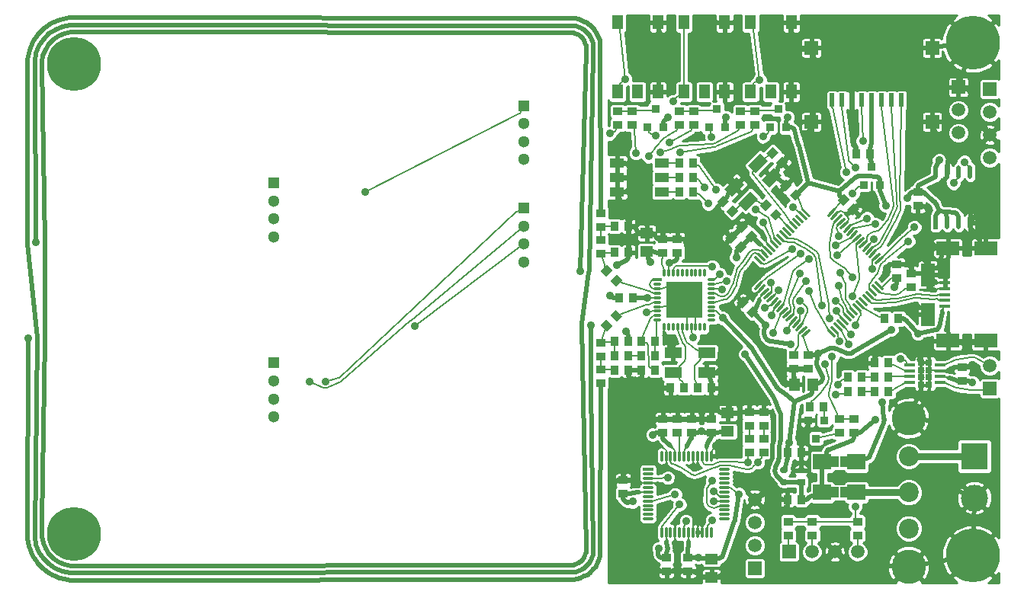
<source format=gtl>
G04 (created by PCBNEW (2013-07-07 BZR 4022)-stable) date 06/12/2014 00:31:43*
%MOIN*%
G04 Gerber Fmt 3.4, Leading zero omitted, Abs format*
%FSLAX34Y34*%
G01*
G70*
G90*
G04 APERTURE LIST*
%ADD10C,0.00590551*%
%ADD11R,0.0984252X0.0590551*%
%ADD12R,0.0590551X0.0984252*%
%ADD13R,0.0492126X0.015748*%
%ADD14C,0.0866142*%
%ADD15C,0.149606*%
%ADD16R,0.036X0.036*%
%ADD17O,0.02X0.0591*%
%ADD18R,0.02X0.0591*%
%ADD19R,0.0354X0.0276*%
%ADD20O,0.0354X0.0276*%
%ADD21R,0.035X0.04*%
%ADD22R,0.04X0.035*%
%ADD23R,0.0394X0.0118*%
%ADD24O,0.0394X0.0118*%
%ADD25O,0.0118X0.0394*%
%ADD26R,0.0394X0.0394*%
%ADD27R,0.0197X0.0591*%
%ADD28R,0.0591X0.0591*%
%ADD29C,0.0118*%
%ADD30R,0.0472X0.0118*%
%ADD31O,0.0472X0.0118*%
%ADD32O,0.0118X0.0472*%
%ADD33R,0.0629921X0.0433071*%
%ADD34C,0.2362*%
%ADD35R,0.0472441X0.0145669*%
%ADD36O,0.0472441X0.0145669*%
%ADD37R,0.0314961X0.0314961*%
%ADD38R,0.0748X0.0472*%
%ADD39R,0.0590551X0.0590551*%
%ADD40C,0.0590551*%
%ADD41R,0.055X0.045*%
%ADD42R,0.045X0.055*%
%ADD43R,0.0472X0.063*%
%ADD44R,0.11811X0.11811*%
%ADD45C,0.11811*%
%ADD46R,0.0386X0.045*%
%ADD47R,0.0787X0.0709*%
%ADD48R,0.0511811X0.0511811*%
%ADD49C,0.0511811*%
%ADD50C,0.0354331*%
%ADD51C,0.019685*%
%ADD52C,0.00787402*%
%ADD53C,0.0314961*%
%ADD54C,0.01*%
G04 APERTURE END LIST*
G54D10*
G54D11*
X79940Y-72893D03*
X79940Y-68838D03*
X78287Y-72893D03*
X78287Y-68838D03*
G54D12*
X77421Y-71732D03*
X77421Y-70000D03*
G54D13*
X78159Y-71377D03*
X78159Y-71122D03*
X78159Y-70866D03*
X78159Y-70610D03*
X78159Y-70354D03*
G54D14*
X76574Y-81102D03*
X76574Y-79527D03*
X76574Y-77952D03*
G54D15*
X76574Y-82775D03*
X76574Y-76279D03*
G54D16*
X75310Y-66069D03*
X74610Y-66069D03*
X74960Y-65269D03*
X72169Y-76371D03*
X72869Y-76371D03*
X72519Y-77171D03*
X65861Y-63549D03*
X65161Y-63549D03*
X65511Y-62749D03*
X68538Y-63549D03*
X67838Y-63549D03*
X68188Y-62749D03*
X71216Y-63549D03*
X70516Y-63549D03*
X70866Y-62749D03*
G54D17*
X77753Y-65514D03*
G54D18*
X77753Y-67714D03*
G54D17*
X78253Y-65514D03*
X78753Y-65514D03*
X79253Y-65514D03*
X78253Y-67714D03*
X78753Y-67714D03*
X79253Y-67714D03*
G54D19*
X71870Y-79074D03*
G54D20*
X71870Y-78562D03*
X71122Y-78562D03*
X71122Y-79074D03*
G54D21*
X72259Y-75787D03*
X72859Y-75787D03*
G54D22*
X74330Y-81402D03*
X74330Y-80802D03*
G54D21*
X64315Y-73543D03*
X63715Y-73543D03*
X75526Y-71929D03*
X76126Y-71929D03*
G54D22*
X63110Y-74148D03*
X63110Y-74748D03*
X63110Y-67898D03*
X63110Y-67298D03*
G54D21*
X65496Y-72913D03*
X64896Y-72913D03*
G54D22*
X74173Y-76314D03*
X74173Y-76914D03*
X73543Y-76914D03*
X73543Y-76314D03*
X72362Y-81402D03*
X72362Y-80802D03*
X71299Y-81402D03*
X71299Y-80802D03*
X66535Y-62849D03*
X66535Y-63449D03*
X64488Y-62849D03*
X64488Y-63449D03*
X69212Y-62849D03*
X69212Y-63449D03*
X69842Y-62849D03*
X69842Y-63449D03*
X67165Y-62849D03*
X67165Y-63449D03*
G54D21*
X67150Y-66377D03*
X66550Y-66377D03*
X67150Y-65748D03*
X66550Y-65748D03*
X67150Y-65118D03*
X66550Y-65118D03*
G54D10*
G36*
X71028Y-67359D02*
X70745Y-67642D01*
X70498Y-67395D01*
X70780Y-67112D01*
X71028Y-67359D01*
X71028Y-67359D01*
G37*
G36*
X70604Y-66935D02*
X70321Y-67218D01*
X70073Y-66970D01*
X70356Y-66688D01*
X70604Y-66935D01*
X70604Y-66935D01*
G37*
G54D22*
X69606Y-77180D03*
X69606Y-77780D03*
G54D21*
X75093Y-74488D03*
X75693Y-74488D03*
X75093Y-75118D03*
X75693Y-75118D03*
G54D22*
X70236Y-77180D03*
X70236Y-77780D03*
G54D23*
X65590Y-70216D03*
G54D24*
X65590Y-70413D03*
X65590Y-70610D03*
X65590Y-70807D03*
X65590Y-71004D03*
X65590Y-71200D03*
X65590Y-71397D03*
X65590Y-71594D03*
X65590Y-71791D03*
X65590Y-71988D03*
G54D25*
X65885Y-72283D03*
X66082Y-72283D03*
X66279Y-72283D03*
X66476Y-72283D03*
X66673Y-72283D03*
X66869Y-72283D03*
X67066Y-72283D03*
X67263Y-72283D03*
X67460Y-72283D03*
X67657Y-72283D03*
G54D24*
X67952Y-71988D03*
X67952Y-71791D03*
X67952Y-71594D03*
X67952Y-71397D03*
X67952Y-71200D03*
X67952Y-71004D03*
X67952Y-70807D03*
X67952Y-70610D03*
X67952Y-70413D03*
X67952Y-70216D03*
G54D25*
X67657Y-69921D03*
X67460Y-69921D03*
X67263Y-69921D03*
X67066Y-69921D03*
X66869Y-69921D03*
X66673Y-69921D03*
X66476Y-69921D03*
X66279Y-69921D03*
X66082Y-69921D03*
X65885Y-69921D03*
G54D26*
X66968Y-71299D03*
X66968Y-70905D03*
X66968Y-70511D03*
X67362Y-70511D03*
X67362Y-70905D03*
X67362Y-71299D03*
X67362Y-71693D03*
X66968Y-71693D03*
X66574Y-70511D03*
X66574Y-70905D03*
X66574Y-71299D03*
X66574Y-71693D03*
X66180Y-70511D03*
X66180Y-70905D03*
X66180Y-71693D03*
X66180Y-71299D03*
G54D27*
X76259Y-62362D03*
X75826Y-62362D03*
X75393Y-62362D03*
X74960Y-62362D03*
X74527Y-62362D03*
X74094Y-62362D03*
X73661Y-62362D03*
X73228Y-62362D03*
G54D28*
X77598Y-60078D03*
X77598Y-63307D03*
X72322Y-60078D03*
X72322Y-63307D03*
G54D10*
G36*
X71872Y-67152D02*
X71956Y-67068D01*
X72289Y-67402D01*
X72206Y-67485D01*
X71872Y-67152D01*
X71872Y-67152D01*
G37*
G54D29*
X71817Y-67290D02*
X72067Y-67541D01*
X71678Y-67430D02*
X71928Y-67680D01*
X71538Y-67569D02*
X71789Y-67819D01*
X71399Y-67708D02*
X71649Y-67959D01*
X71260Y-67848D02*
X71510Y-68098D01*
X71121Y-67987D02*
X71371Y-68237D01*
X70981Y-68126D02*
X71232Y-68376D01*
X70843Y-68263D02*
X71093Y-68514D01*
X70703Y-68403D02*
X70954Y-68653D01*
X70564Y-68542D02*
X70814Y-68792D01*
X70424Y-68680D02*
X70674Y-68931D01*
X70285Y-68821D02*
X70535Y-69072D01*
X70145Y-68961D02*
X70396Y-69211D01*
X70006Y-69100D02*
X70256Y-69350D01*
X69868Y-69238D02*
X70118Y-69489D01*
X69868Y-70602D02*
X70119Y-70352D01*
X70008Y-70742D02*
X70258Y-70491D01*
X70147Y-70881D02*
X70397Y-70631D01*
X70285Y-71020D02*
X70536Y-70769D01*
X70425Y-71159D02*
X70675Y-70909D01*
X70564Y-71298D02*
X70814Y-71048D01*
X70703Y-71437D02*
X70953Y-71186D01*
X70842Y-71576D02*
X71092Y-71326D01*
X73070Y-72441D02*
X73320Y-72691D01*
X73209Y-72302D02*
X73460Y-72552D01*
X73349Y-72162D02*
X73599Y-72413D01*
X73488Y-72023D02*
X73738Y-72273D01*
X70981Y-71716D02*
X71231Y-71466D01*
X71120Y-71855D02*
X71370Y-71605D01*
X71259Y-71995D02*
X71509Y-71744D01*
X71398Y-72134D02*
X71649Y-71884D01*
X71538Y-72273D02*
X71788Y-72023D01*
X71677Y-72413D02*
X71927Y-72162D01*
X71816Y-72552D02*
X72067Y-72302D01*
X71955Y-72690D02*
X72205Y-72440D01*
X73626Y-71884D02*
X73876Y-72134D01*
X73765Y-71744D02*
X74015Y-71995D01*
X73904Y-71605D02*
X74155Y-71855D01*
X74044Y-71466D02*
X74294Y-71716D01*
X74182Y-71327D02*
X74433Y-71578D01*
X74322Y-71188D02*
X74572Y-71438D01*
X74461Y-71049D02*
X74711Y-71299D01*
X74600Y-70909D02*
X74851Y-71160D01*
X74740Y-70770D02*
X74990Y-71020D01*
X74879Y-70631D02*
X75129Y-70881D01*
X75018Y-70491D02*
X75268Y-70742D01*
X75157Y-70353D02*
X75407Y-70603D01*
X75157Y-69489D02*
X75407Y-69238D01*
X75018Y-69350D02*
X75268Y-69100D01*
X74879Y-69211D02*
X75129Y-68961D01*
X74740Y-69072D02*
X74990Y-68821D01*
X74600Y-68932D02*
X74851Y-68682D01*
X74461Y-68793D02*
X74711Y-68543D01*
X74322Y-68654D02*
X74572Y-68403D01*
X74182Y-68514D02*
X74433Y-68264D01*
X74044Y-68376D02*
X74294Y-68125D01*
X73904Y-68236D02*
X74155Y-67986D01*
X73765Y-68097D02*
X74015Y-67847D01*
X73626Y-67958D02*
X73876Y-67708D01*
X73487Y-67819D02*
X73737Y-67568D01*
X73347Y-67679D02*
X73598Y-67429D01*
X73208Y-67540D02*
X73458Y-67290D01*
X73069Y-67401D02*
X73320Y-67151D01*
G54D30*
X65177Y-78523D03*
G54D31*
X65177Y-78719D03*
X65177Y-78916D03*
X65177Y-79113D03*
X65177Y-79310D03*
X65177Y-79507D03*
X65177Y-79704D03*
X65177Y-79901D03*
X65177Y-80097D03*
X65177Y-80294D03*
X65177Y-80491D03*
X65176Y-80688D03*
G54D32*
X65769Y-81279D03*
X65965Y-81279D03*
X66162Y-81279D03*
X66359Y-81279D03*
X66556Y-81279D03*
X66753Y-81279D03*
X66950Y-81279D03*
X67146Y-81279D03*
X67343Y-81279D03*
X67540Y-81279D03*
X67736Y-81279D03*
X67933Y-81279D03*
G54D31*
X68524Y-80689D03*
X68524Y-80492D03*
X68524Y-80295D03*
X68524Y-80098D03*
X68524Y-79901D03*
X68524Y-79704D03*
X68524Y-79507D03*
X68524Y-79311D03*
X68524Y-79114D03*
X68524Y-78917D03*
X68524Y-78720D03*
X68524Y-78523D03*
G54D32*
X67933Y-77933D03*
X67736Y-77933D03*
X67539Y-77933D03*
X67342Y-77933D03*
X67145Y-77933D03*
X66948Y-77933D03*
X66752Y-77933D03*
X66555Y-77933D03*
X66358Y-77933D03*
X66161Y-77933D03*
X65964Y-77933D03*
X65767Y-77933D03*
G54D33*
X63818Y-66377D03*
X63818Y-65748D03*
X63818Y-65118D03*
X65787Y-66377D03*
X65787Y-65748D03*
X65787Y-65118D03*
G54D10*
G36*
X63105Y-69844D02*
X63388Y-69562D01*
X63635Y-69809D01*
X63352Y-70092D01*
X63105Y-69844D01*
X63105Y-69844D01*
G37*
G36*
X63529Y-70269D02*
X63812Y-69986D01*
X64059Y-70233D01*
X63777Y-70516D01*
X63529Y-70269D01*
X63529Y-70269D01*
G37*
G36*
X63777Y-71530D02*
X64059Y-71813D01*
X63812Y-72060D01*
X63529Y-71778D01*
X63777Y-71530D01*
X63777Y-71530D01*
G37*
G36*
X63352Y-71954D02*
X63635Y-72237D01*
X63388Y-72485D01*
X63105Y-72202D01*
X63352Y-71954D01*
X63352Y-71954D01*
G37*
G54D34*
X40078Y-60787D03*
X40078Y-81338D03*
X79370Y-82283D03*
X79370Y-59842D03*
G54D35*
X76614Y-73946D03*
G54D36*
X76614Y-74202D03*
X76614Y-74458D03*
X76614Y-74714D03*
X77952Y-74714D03*
X77952Y-74458D03*
X77952Y-74202D03*
X77952Y-73946D03*
G54D37*
X77440Y-73858D03*
X77440Y-74173D03*
X77440Y-74488D03*
X77440Y-74803D03*
X77125Y-73858D03*
X77125Y-74173D03*
X77125Y-74488D03*
X77125Y-74803D03*
G54D38*
X66279Y-74291D03*
X67735Y-74291D03*
X67735Y-73425D03*
X66279Y-73425D03*
G54D10*
G36*
X70069Y-64692D02*
X70403Y-65026D01*
X69874Y-65555D01*
X69541Y-65221D01*
X70069Y-64692D01*
X70069Y-64692D01*
G37*
G36*
X69040Y-65722D02*
X69374Y-66055D01*
X68845Y-66584D01*
X68511Y-66251D01*
X69040Y-65722D01*
X69040Y-65722D01*
G37*
G36*
X69652Y-66334D02*
X69986Y-66668D01*
X69457Y-67197D01*
X69123Y-66863D01*
X69652Y-66334D01*
X69652Y-66334D01*
G37*
G36*
X70682Y-65304D02*
X71016Y-65638D01*
X70487Y-66167D01*
X70153Y-65833D01*
X70682Y-65304D01*
X70682Y-65304D01*
G37*
G54D39*
X80118Y-61885D03*
G54D40*
X80118Y-62885D03*
X80118Y-63885D03*
X80118Y-64885D03*
G54D39*
X69842Y-82838D03*
G54D40*
X69842Y-81838D03*
X69842Y-80838D03*
X69842Y-79838D03*
G54D39*
X78740Y-61795D03*
G54D40*
X78740Y-62795D03*
X78740Y-63795D03*
G54D39*
X80118Y-74988D03*
G54D40*
X80118Y-73988D03*
G54D39*
X71334Y-82125D03*
G54D40*
X72334Y-82125D03*
X73334Y-82125D03*
X74334Y-82125D03*
G54D41*
X65118Y-68982D03*
X65118Y-68182D03*
X68661Y-76856D03*
X68661Y-76056D03*
G54D42*
X72368Y-74803D03*
X71568Y-74803D03*
G54D41*
X67952Y-82434D03*
X67952Y-83234D03*
G54D10*
G36*
X69965Y-68304D02*
X69682Y-68587D01*
X69435Y-68340D01*
X69717Y-68057D01*
X69965Y-68304D01*
X69965Y-68304D01*
G37*
G36*
X69541Y-67880D02*
X69258Y-68163D01*
X69010Y-67915D01*
X69293Y-67632D01*
X69541Y-67880D01*
X69541Y-67880D01*
G37*
G36*
X69493Y-68777D02*
X69210Y-69059D01*
X68962Y-68812D01*
X69245Y-68529D01*
X69493Y-68777D01*
X69493Y-68777D01*
G37*
G36*
X69068Y-68352D02*
X68785Y-68635D01*
X68538Y-68388D01*
X68821Y-68105D01*
X69068Y-68352D01*
X69068Y-68352D01*
G37*
G54D22*
X66929Y-82377D03*
X66929Y-82977D03*
G54D10*
G36*
X73459Y-66734D02*
X73742Y-66451D01*
X73990Y-66699D01*
X73707Y-66982D01*
X73459Y-66734D01*
X73459Y-66734D01*
G37*
G36*
X73883Y-67158D02*
X74166Y-66876D01*
X74414Y-67123D01*
X74131Y-67406D01*
X73883Y-67158D01*
X73883Y-67158D01*
G37*
G54D22*
X64094Y-79591D03*
X64094Y-78991D03*
G54D10*
G36*
X70004Y-71611D02*
X69722Y-71894D01*
X69474Y-71647D01*
X69757Y-71364D01*
X70004Y-71611D01*
X70004Y-71611D01*
G37*
G36*
X69580Y-71187D02*
X69297Y-71470D01*
X69050Y-71222D01*
X69333Y-70940D01*
X69580Y-71187D01*
X69580Y-71187D01*
G37*
G54D22*
X78897Y-74630D03*
X78897Y-74030D03*
G54D21*
X73912Y-75118D03*
X74512Y-75118D03*
X73912Y-74488D03*
X74512Y-74488D03*
X75093Y-73858D03*
X75693Y-73858D03*
G54D22*
X65826Y-76914D03*
X65826Y-76314D03*
G54D10*
G36*
X71894Y-66493D02*
X71611Y-66776D01*
X71364Y-66529D01*
X71647Y-66246D01*
X71894Y-66493D01*
X71894Y-66493D01*
G37*
G36*
X71470Y-66069D02*
X71187Y-66352D01*
X70940Y-66104D01*
X71222Y-65821D01*
X71470Y-66069D01*
X71470Y-66069D01*
G37*
G54D22*
X65984Y-82377D03*
X65984Y-82977D03*
X76968Y-66392D03*
X76968Y-66992D03*
X66456Y-76914D03*
X66456Y-76314D03*
X72165Y-73518D03*
X72165Y-74118D03*
X67086Y-76914D03*
X67086Y-76314D03*
X67952Y-76914D03*
X67952Y-76314D03*
G54D21*
X63715Y-69015D03*
X64315Y-69015D03*
G54D10*
G36*
X70349Y-64687D02*
X70632Y-64404D01*
X70879Y-64652D01*
X70596Y-64934D01*
X70349Y-64687D01*
X70349Y-64687D01*
G37*
G36*
X70773Y-65111D02*
X71056Y-64828D01*
X71304Y-65076D01*
X71021Y-65359D01*
X70773Y-65111D01*
X70773Y-65111D01*
G37*
G36*
X69138Y-67202D02*
X68855Y-67485D01*
X68608Y-67237D01*
X68891Y-66954D01*
X69138Y-67202D01*
X69138Y-67202D01*
G37*
G36*
X68714Y-66778D02*
X68431Y-67060D01*
X68184Y-66813D01*
X68466Y-66530D01*
X68714Y-66778D01*
X68714Y-66778D01*
G37*
G54D22*
X69606Y-75999D03*
X69606Y-76599D03*
X70236Y-75999D03*
X70236Y-76599D03*
G54D21*
X71874Y-79842D03*
X71274Y-79842D03*
X71274Y-77795D03*
X71874Y-77795D03*
X65496Y-73543D03*
X64896Y-73543D03*
G54D22*
X76062Y-70142D03*
X76062Y-69542D03*
X71535Y-73518D03*
X71535Y-74118D03*
G54D21*
X64315Y-74173D03*
X63715Y-74173D03*
X63715Y-67874D03*
X64315Y-67874D03*
G54D22*
X63110Y-73567D03*
X63110Y-72967D03*
X63110Y-68479D03*
X63110Y-69079D03*
G54D21*
X64315Y-72913D03*
X63715Y-72913D03*
X74866Y-64724D03*
X74266Y-64724D03*
X67337Y-74960D03*
X67937Y-74960D03*
X66756Y-74960D03*
X66156Y-74960D03*
G54D22*
X65826Y-69040D03*
X65826Y-68440D03*
X66456Y-69040D03*
X66456Y-68440D03*
G54D21*
X65496Y-74173D03*
X64896Y-74173D03*
G54D22*
X76692Y-70536D03*
X76692Y-69936D03*
G54D21*
X64512Y-71023D03*
X63912Y-71023D03*
G54D43*
X68527Y-61992D03*
X66747Y-61992D03*
X68527Y-58952D03*
X66747Y-58952D03*
X67637Y-61988D03*
X65614Y-61992D03*
X63834Y-61992D03*
X65614Y-58952D03*
X63834Y-58952D03*
X64724Y-61988D03*
G54D44*
X79448Y-77952D03*
G54D45*
X79448Y-79763D03*
G54D46*
X73311Y-78188D03*
X73775Y-78188D03*
X73775Y-79527D03*
X73311Y-79527D03*
G54D47*
X72793Y-79527D03*
X74293Y-79527D03*
X72793Y-78188D03*
X74293Y-78188D03*
G54D22*
X63858Y-62849D03*
X63858Y-63449D03*
G54D48*
X59763Y-67086D03*
G54D49*
X59763Y-67874D03*
X59763Y-68661D03*
X59763Y-69448D03*
G54D48*
X48818Y-73858D03*
G54D49*
X48818Y-74645D03*
X48818Y-75433D03*
X48818Y-76220D03*
G54D48*
X59763Y-62598D03*
G54D49*
X59763Y-63385D03*
X59763Y-64173D03*
X59763Y-64960D03*
G54D48*
X48818Y-65984D03*
G54D49*
X48818Y-66771D03*
X48818Y-67559D03*
X48818Y-68346D03*
G54D43*
X71441Y-61992D03*
X69661Y-61992D03*
X71441Y-58952D03*
X69661Y-58952D03*
X70551Y-61988D03*
G54D50*
X68430Y-71889D03*
X65386Y-77001D03*
X67519Y-76844D03*
X64513Y-79922D03*
X65651Y-81975D03*
X67384Y-82363D03*
X71424Y-73036D03*
X72610Y-73460D03*
X75961Y-70553D03*
X75825Y-72397D03*
X76524Y-66651D03*
X75571Y-66984D03*
X71362Y-77354D03*
X69141Y-79606D03*
X77905Y-64996D03*
X69035Y-69250D03*
X70303Y-72203D03*
X71271Y-63119D03*
X68594Y-63119D03*
X66054Y-63113D03*
X76977Y-72575D03*
X75404Y-75590D03*
X65284Y-69439D03*
X75101Y-76330D03*
X79338Y-74718D03*
X69426Y-73473D03*
X66846Y-80789D03*
X74238Y-72219D03*
X76199Y-73690D03*
X74975Y-69750D03*
X38090Y-72787D03*
X38426Y-68592D03*
X62677Y-72204D03*
X62204Y-69842D03*
X72925Y-73898D03*
X72792Y-71356D03*
X65701Y-64645D03*
X54986Y-72239D03*
X66582Y-64654D03*
X69879Y-67137D03*
X66279Y-62419D03*
X70198Y-67700D03*
X64182Y-61440D03*
X71515Y-67031D03*
X70062Y-61482D03*
X50380Y-74665D03*
X65197Y-64828D03*
X66106Y-64215D03*
X70217Y-63956D03*
X73393Y-68715D03*
X72091Y-70273D03*
X67959Y-63978D03*
X71808Y-69944D03*
X65510Y-63922D03*
X68623Y-70275D03*
X70287Y-71456D03*
X68408Y-70654D03*
X70587Y-71775D03*
X67989Y-69646D03*
X70548Y-70341D03*
X68303Y-69979D03*
X70872Y-70669D03*
X65131Y-71006D03*
X65107Y-71635D03*
X66106Y-69470D03*
X67133Y-72750D03*
X75114Y-67795D03*
X78533Y-65989D03*
X74756Y-67539D03*
X79004Y-65065D03*
X74236Y-80138D03*
X74126Y-70116D03*
X64655Y-64672D03*
X51089Y-74665D03*
X63497Y-63823D03*
X52801Y-66394D03*
X71852Y-69063D03*
X74566Y-64141D03*
X75044Y-68433D03*
X74231Y-65312D03*
X73524Y-70487D03*
X73853Y-65523D03*
X73569Y-69917D03*
X74127Y-66438D03*
X72208Y-69309D03*
X69980Y-78205D03*
X73373Y-75238D03*
X69547Y-78211D03*
X73476Y-74813D03*
X76820Y-67925D03*
X76555Y-68533D03*
X71466Y-68864D03*
X73223Y-73582D03*
X73126Y-71900D03*
X66359Y-79620D03*
X71262Y-72432D03*
X66050Y-78893D03*
X73445Y-69145D03*
X67989Y-79011D03*
X73536Y-72921D03*
X68032Y-79909D03*
X74041Y-72606D03*
X68033Y-79476D03*
X73953Y-73053D03*
X67986Y-80745D03*
X74104Y-70961D03*
X66556Y-80053D03*
X73526Y-68302D03*
X64228Y-72472D03*
X64809Y-74613D03*
X63499Y-70927D03*
X66080Y-72936D03*
X68276Y-73860D03*
X66945Y-69277D03*
X79341Y-73943D03*
X79032Y-73043D03*
X71834Y-77342D03*
X67194Y-78421D03*
X68130Y-77469D03*
X68135Y-75883D03*
X70480Y-79006D03*
X70338Y-75584D03*
X71100Y-74664D03*
X76894Y-71348D03*
X77234Y-69275D03*
X77411Y-67077D03*
X77840Y-66409D03*
X75378Y-67415D03*
X75607Y-69726D03*
X69517Y-69956D03*
X68635Y-68844D03*
X63804Y-69567D03*
X64365Y-65226D03*
X71422Y-60179D03*
X68541Y-60288D03*
X66326Y-60369D03*
X71383Y-64443D03*
X72018Y-63858D03*
X66503Y-78757D03*
X64881Y-66141D03*
X64803Y-67165D03*
X63937Y-67165D03*
X65984Y-67480D03*
X67637Y-67637D03*
X67795Y-68661D03*
X68110Y-64803D03*
X69055Y-64566D03*
X67322Y-64015D03*
X72598Y-65118D03*
X76929Y-65039D03*
X80078Y-66692D03*
X68425Y-72755D03*
X64330Y-75748D03*
X63937Y-77480D03*
X66299Y-75669D03*
X65354Y-75511D03*
X68976Y-75196D03*
X68897Y-73858D03*
X63779Y-82913D03*
X64251Y-81811D03*
X68897Y-82913D03*
X71417Y-83228D03*
X73385Y-83307D03*
X75590Y-81338D03*
X77480Y-80314D03*
X77716Y-78976D03*
X78976Y-76535D03*
X67813Y-66887D03*
X71805Y-71145D03*
X72214Y-70718D03*
X68150Y-66284D03*
X67643Y-66173D03*
X71854Y-71576D03*
X73375Y-71151D03*
X73423Y-71585D03*
X70638Y-72535D03*
G54D51*
X69708Y-73198D02*
X68430Y-71889D01*
X69722Y-73213D02*
X69708Y-73198D01*
X69748Y-73246D02*
X69722Y-73213D01*
X69759Y-73264D02*
X69748Y-73246D01*
X70766Y-74873D02*
X69759Y-73264D01*
X70831Y-74953D02*
X70858Y-74974D01*
X70785Y-74902D02*
X70831Y-74953D01*
X70766Y-74873D02*
X70785Y-74902D01*
X71210Y-75248D02*
X70858Y-74974D01*
X71212Y-75250D02*
X71210Y-75248D01*
X71593Y-75540D02*
X71212Y-75250D01*
X65557Y-76928D02*
X65386Y-77001D01*
X65574Y-76921D02*
X65557Y-76928D01*
X65609Y-76914D02*
X65574Y-76921D01*
X65626Y-76914D02*
X65609Y-76914D01*
X65725Y-76914D02*
X65626Y-76914D01*
X65826Y-76914D02*
X65725Y-76914D01*
X69035Y-69060D02*
X69035Y-69250D01*
X69035Y-69025D02*
X69035Y-69060D01*
X69061Y-68960D02*
X69035Y-69025D01*
X69086Y-68936D02*
X69061Y-68960D01*
X69156Y-68866D02*
X69086Y-68936D01*
X69227Y-68794D02*
X69156Y-68866D01*
X65861Y-63468D02*
X65861Y-63549D01*
X65861Y-63369D02*
X65861Y-63468D01*
X65861Y-63331D02*
X65861Y-63369D01*
X65892Y-63262D02*
X65861Y-63331D01*
X65920Y-63237D02*
X65892Y-63262D01*
X66054Y-63113D02*
X65920Y-63237D01*
X67188Y-76914D02*
X67086Y-76914D01*
X67286Y-76914D02*
X67188Y-76914D01*
X67329Y-76909D02*
X67342Y-76904D01*
X67300Y-76914D02*
X67329Y-76909D01*
X67286Y-76914D02*
X67300Y-76914D01*
X67519Y-76844D02*
X67342Y-76904D01*
X73071Y-73249D02*
X72610Y-73460D01*
X73145Y-73216D02*
X73071Y-73249D01*
X73306Y-73217D02*
X73145Y-73216D01*
X73380Y-73251D02*
X73306Y-73217D01*
X73380Y-73252D02*
X73380Y-73251D01*
X73397Y-73259D02*
X73403Y-73262D01*
X73385Y-73254D02*
X73397Y-73259D01*
X73380Y-73252D02*
X73385Y-73254D01*
X73810Y-73420D02*
X73403Y-73262D01*
X74076Y-73438D02*
X74154Y-73391D01*
X73895Y-73453D02*
X74076Y-73438D01*
X73810Y-73420D02*
X73895Y-73453D01*
X75825Y-72397D02*
X74154Y-73391D01*
X68129Y-82426D02*
X67952Y-82434D01*
X68227Y-82426D02*
X68129Y-82426D01*
X68408Y-82346D02*
X68431Y-82281D01*
X68296Y-82426D02*
X68408Y-82346D01*
X68227Y-82426D02*
X68296Y-82426D01*
X68961Y-80780D02*
X68431Y-82281D01*
X68971Y-80742D02*
X68973Y-80729D01*
X68965Y-80768D02*
X68971Y-80742D01*
X68961Y-80780D02*
X68965Y-80768D01*
X69141Y-79606D02*
X68973Y-80729D01*
X72360Y-74979D02*
X72368Y-74803D01*
X72360Y-75078D02*
X72360Y-74979D01*
X72355Y-75108D02*
X72360Y-75078D01*
X72347Y-75164D02*
X72355Y-75108D01*
X72278Y-75253D02*
X72347Y-75164D01*
X72226Y-75275D02*
X72278Y-75253D01*
X71593Y-75540D02*
X72226Y-75275D01*
X71362Y-77354D02*
X71593Y-75540D01*
X75310Y-66150D02*
X75310Y-66069D01*
X75310Y-66249D02*
X75310Y-66150D01*
X75316Y-66296D02*
X75321Y-66311D01*
X75310Y-66265D02*
X75316Y-66296D01*
X75310Y-66249D02*
X75310Y-66265D01*
X75571Y-66984D02*
X75321Y-66311D01*
X78253Y-67518D02*
X78253Y-67714D01*
X78171Y-67253D02*
X78253Y-67518D01*
X70587Y-72926D02*
X71424Y-73036D01*
X70506Y-72915D02*
X70587Y-72926D01*
X70366Y-72831D02*
X70506Y-72915D01*
X70271Y-72698D02*
X70366Y-72831D01*
X70236Y-72539D02*
X70271Y-72698D01*
X70252Y-72459D02*
X70236Y-72539D01*
X70303Y-72203D02*
X70252Y-72459D01*
X72559Y-73850D02*
X72610Y-73460D01*
X72571Y-74018D02*
X72598Y-74069D01*
X72551Y-73906D02*
X72571Y-74018D01*
X72559Y-73850D02*
X72551Y-73906D01*
X72785Y-74427D02*
X72598Y-74069D01*
X72811Y-74478D02*
X72785Y-74427D01*
X72808Y-74591D02*
X72811Y-74478D01*
X72749Y-74688D02*
X72808Y-74591D01*
X72650Y-74744D02*
X72749Y-74688D01*
X72593Y-74744D02*
X72650Y-74744D01*
X72495Y-74744D02*
X72593Y-74744D01*
X72368Y-74803D02*
X72495Y-74744D01*
X66929Y-82300D02*
X66929Y-82377D01*
X66929Y-82202D02*
X66929Y-82300D01*
X66929Y-82196D02*
X66929Y-82202D01*
X66943Y-81692D02*
X66929Y-82196D01*
X75310Y-65987D02*
X75310Y-66069D01*
X75310Y-65889D02*
X75310Y-65987D01*
X75182Y-65713D02*
X75149Y-65710D01*
X75242Y-65744D02*
X75182Y-65713D01*
X75286Y-65793D02*
X75242Y-65744D01*
X75310Y-65855D02*
X75286Y-65793D01*
X75310Y-65889D02*
X75310Y-65855D01*
X74813Y-65674D02*
X75149Y-65710D01*
X74796Y-65672D02*
X74790Y-65672D01*
X74808Y-65673D02*
X74796Y-65672D01*
X74813Y-65674D02*
X74808Y-65673D01*
X74430Y-65672D02*
X74790Y-65672D01*
X74322Y-65698D02*
X74293Y-65721D01*
X74393Y-65672D02*
X74322Y-65698D01*
X74430Y-65672D02*
X74393Y-65672D01*
X73605Y-66284D02*
X74293Y-65721D01*
X73594Y-66293D02*
X73591Y-66297D01*
X73601Y-66287D02*
X73594Y-66293D01*
X73605Y-66284D02*
X73601Y-66287D01*
X73538Y-66348D02*
X73591Y-66297D01*
X69811Y-71557D02*
X69739Y-71629D01*
X69881Y-71488D02*
X69811Y-71557D01*
X69917Y-71438D02*
X69923Y-71418D01*
X69895Y-71473D02*
X69917Y-71438D01*
X69881Y-71488D02*
X69895Y-71473D01*
X69947Y-71345D02*
X69923Y-71418D01*
X69953Y-71330D02*
X69947Y-71345D01*
X70030Y-71124D02*
X69953Y-71330D01*
X71297Y-63549D02*
X71216Y-63549D01*
X71396Y-63549D02*
X71297Y-63549D01*
X71458Y-63549D02*
X71396Y-63549D01*
X71556Y-63626D02*
X71458Y-63549D01*
X71570Y-63686D02*
X71556Y-63626D01*
X71636Y-63952D02*
X71570Y-63686D01*
X71642Y-63975D02*
X71645Y-63983D01*
X71638Y-63960D02*
X71642Y-63975D01*
X71636Y-63952D02*
X71638Y-63960D01*
X71757Y-64319D02*
X71645Y-63983D01*
X71759Y-64326D02*
X71757Y-64319D01*
X71763Y-64339D02*
X71759Y-64326D01*
X71765Y-64346D02*
X71763Y-64339D01*
X72180Y-65968D02*
X71765Y-64346D01*
X77780Y-67350D02*
X77900Y-67221D01*
X77753Y-67399D02*
X77753Y-67418D01*
X77767Y-67364D02*
X77753Y-67399D01*
X77780Y-67350D02*
X77767Y-67364D01*
X77753Y-67517D02*
X77753Y-67418D01*
X77753Y-67714D02*
X77753Y-67517D01*
G54D52*
X64981Y-79508D02*
X64765Y-79528D01*
X64986Y-79507D02*
X64981Y-79508D01*
X64995Y-79507D02*
X64986Y-79507D01*
X65000Y-79507D02*
X64995Y-79507D01*
X65177Y-79507D02*
X65000Y-79507D01*
G54D51*
X72266Y-73518D02*
X72165Y-73518D01*
X72365Y-73518D02*
X72266Y-73518D01*
X72399Y-73515D02*
X72410Y-73513D01*
X72376Y-73518D02*
X72399Y-73515D01*
X72365Y-73518D02*
X72376Y-73518D01*
X72610Y-73460D02*
X72410Y-73513D01*
X77900Y-67221D02*
X78171Y-67253D01*
X65612Y-82167D02*
X65651Y-81975D01*
X65744Y-82377D02*
X65784Y-82377D01*
X65673Y-82343D02*
X65744Y-82377D01*
X65623Y-82282D02*
X65673Y-82343D01*
X65604Y-82205D02*
X65623Y-82282D01*
X65612Y-82167D02*
X65604Y-82205D01*
X65882Y-82377D02*
X65784Y-82377D01*
X65984Y-82377D02*
X65882Y-82377D01*
X69628Y-68394D02*
X69700Y-68322D01*
X69558Y-68463D02*
X69628Y-68394D01*
X69369Y-68653D02*
X69558Y-68463D01*
X69299Y-68722D02*
X69369Y-68653D01*
X69227Y-68794D02*
X69299Y-68722D01*
G54D52*
X66294Y-77611D02*
X66153Y-77480D01*
X66325Y-77639D02*
X66294Y-77611D01*
X66358Y-77715D02*
X66325Y-77639D01*
X66358Y-77756D02*
X66358Y-77715D01*
X66358Y-77933D02*
X66358Y-77756D01*
X70267Y-68806D02*
X70096Y-68671D01*
X70271Y-68809D02*
X70267Y-68806D01*
X70279Y-68816D02*
X70271Y-68809D01*
X70283Y-68819D02*
X70279Y-68816D01*
X70285Y-68821D02*
X70283Y-68819D01*
X70410Y-68946D02*
X70285Y-68821D01*
G54D51*
X77753Y-65318D02*
X77905Y-64996D01*
X77753Y-65514D02*
X77753Y-65318D01*
X67030Y-82377D02*
X66929Y-82377D01*
X67129Y-82377D02*
X67030Y-82377D01*
X67129Y-82377D02*
X67138Y-82376D01*
X67384Y-82363D02*
X67138Y-82376D01*
X67952Y-76990D02*
X67952Y-76914D01*
X67952Y-77089D02*
X67952Y-76990D01*
X67914Y-77168D02*
X67952Y-77089D01*
X67907Y-77181D02*
X67914Y-77168D01*
X67890Y-77206D02*
X67907Y-77181D01*
X67879Y-77216D02*
X67890Y-77206D01*
X67879Y-77216D02*
X67879Y-77216D01*
X67806Y-77315D02*
X67792Y-77355D01*
X67850Y-77245D02*
X67806Y-77315D01*
X67879Y-77216D02*
X67850Y-77245D01*
X67736Y-77519D02*
X67792Y-77355D01*
X76038Y-70413D02*
X75961Y-70553D01*
X76062Y-70342D02*
X76062Y-70317D01*
X76050Y-70391D02*
X76062Y-70342D01*
X76038Y-70413D02*
X76050Y-70391D01*
X76062Y-70219D02*
X76062Y-70317D01*
X76062Y-70142D02*
X76062Y-70219D01*
X71274Y-77896D02*
X71274Y-77795D01*
X71274Y-77995D02*
X71274Y-77896D01*
X71274Y-77999D02*
X71274Y-77995D01*
X71274Y-78006D02*
X71274Y-77999D01*
X71274Y-78010D02*
X71274Y-78006D01*
X71272Y-78029D02*
X71274Y-78010D01*
X71270Y-78056D02*
X71272Y-78029D01*
X71261Y-78110D02*
X71270Y-78056D01*
X71255Y-78137D02*
X71261Y-78110D01*
X71161Y-78562D02*
X71255Y-78137D01*
X71122Y-78562D02*
X71161Y-78562D01*
X71221Y-63326D02*
X71271Y-63119D01*
X71216Y-63358D02*
X71216Y-63369D01*
X71218Y-63337D02*
X71216Y-63358D01*
X71221Y-63326D02*
X71218Y-63337D01*
X71216Y-63468D02*
X71216Y-63369D01*
X71216Y-63549D02*
X71216Y-63468D01*
G54D52*
X68090Y-71594D02*
X67952Y-71594D01*
X68134Y-71594D02*
X68090Y-71594D01*
X68213Y-71631D02*
X68134Y-71594D01*
X68241Y-71664D02*
X68213Y-71631D01*
X68430Y-71889D02*
X68241Y-71664D01*
G54D51*
X71701Y-66439D02*
X71629Y-66511D01*
X71770Y-66369D02*
X71701Y-66439D01*
X71772Y-66368D02*
X71770Y-66369D01*
X72180Y-65968D02*
X71772Y-66368D01*
X68538Y-63468D02*
X68538Y-63549D01*
X68538Y-63369D02*
X68538Y-63468D01*
X68538Y-63358D02*
X68538Y-63369D01*
X68541Y-63337D02*
X68538Y-63358D01*
X68544Y-63326D02*
X68541Y-63337D01*
X68594Y-63119D02*
X68544Y-63326D01*
X69865Y-71754D02*
X70303Y-72203D01*
X69863Y-71753D02*
X69865Y-71754D01*
X69793Y-71683D02*
X69863Y-71753D01*
X69739Y-71629D02*
X69793Y-71683D01*
X69754Y-68376D02*
X69700Y-68322D01*
X69824Y-68446D02*
X69754Y-68376D01*
X69834Y-68455D02*
X69838Y-68459D01*
X69827Y-68449D02*
X69834Y-68455D01*
X69824Y-68446D02*
X69827Y-68449D01*
X70096Y-68671D02*
X69838Y-68459D01*
X77070Y-66392D02*
X76968Y-66392D01*
X77168Y-66392D02*
X77070Y-66392D01*
X77200Y-66392D02*
X77168Y-66392D01*
X77261Y-66416D02*
X77200Y-66392D01*
X77286Y-66438D02*
X77261Y-66416D01*
X77575Y-66700D02*
X77286Y-66438D01*
X77575Y-66700D02*
X77587Y-66710D01*
X77663Y-66775D02*
X77587Y-66710D01*
X77699Y-66805D02*
X77663Y-66775D01*
X77755Y-66880D02*
X77699Y-66805D01*
X77773Y-66923D02*
X77755Y-66880D01*
X77900Y-67221D02*
X77773Y-66923D01*
X66026Y-81926D02*
X65995Y-81690D01*
X66032Y-81972D02*
X66026Y-81926D01*
X66022Y-82063D02*
X66032Y-81972D01*
X66006Y-82106D02*
X66022Y-82063D01*
X65996Y-82133D02*
X66006Y-82106D01*
X65984Y-82184D02*
X65984Y-82202D01*
X65990Y-82149D02*
X65984Y-82184D01*
X65996Y-82133D02*
X65990Y-82149D01*
X65984Y-82300D02*
X65984Y-82202D01*
X65984Y-82377D02*
X65984Y-82300D01*
X67086Y-76990D02*
X67086Y-76914D01*
X67086Y-77089D02*
X67086Y-76990D01*
X67086Y-77117D02*
X67086Y-77089D01*
X67070Y-77171D02*
X67086Y-77117D01*
X67055Y-77195D02*
X67070Y-77171D01*
X66868Y-77492D02*
X67055Y-77195D01*
X73542Y-66459D02*
X73538Y-66348D01*
X73574Y-66566D02*
X73601Y-66593D01*
X73544Y-66497D02*
X73574Y-66566D01*
X73542Y-66459D02*
X73544Y-66497D01*
X73670Y-66662D02*
X73601Y-66593D01*
X73724Y-66717D02*
X73670Y-66662D01*
X71288Y-77526D02*
X71362Y-77354D01*
X71274Y-77577D02*
X71274Y-77595D01*
X71281Y-77542D02*
X71274Y-77577D01*
X71288Y-77526D02*
X71281Y-77542D01*
X71274Y-77693D02*
X71274Y-77595D01*
X71274Y-77795D02*
X71274Y-77693D01*
G54D52*
X68701Y-79311D02*
X68524Y-79311D01*
X68734Y-79311D02*
X68701Y-79311D01*
X68797Y-79333D02*
X68734Y-79311D01*
X68823Y-79353D02*
X68797Y-79333D01*
X69141Y-79606D02*
X68823Y-79353D01*
X71942Y-67138D02*
X72081Y-67277D01*
X71914Y-67110D02*
X71942Y-67138D01*
X71914Y-67110D02*
X71914Y-67110D01*
X71909Y-67105D02*
X71914Y-67110D01*
X71902Y-67093D02*
X71909Y-67105D01*
X71900Y-67087D02*
X71902Y-67093D01*
X71753Y-66635D02*
X71900Y-67087D01*
X71725Y-66607D02*
X71753Y-66635D01*
X71629Y-66511D02*
X71725Y-66607D01*
G54D51*
X64196Y-79591D02*
X64094Y-79591D01*
X64294Y-79591D02*
X64196Y-79591D01*
X64320Y-79589D02*
X64328Y-79587D01*
X64303Y-79591D02*
X64320Y-79589D01*
X64294Y-79591D02*
X64303Y-79591D01*
X64442Y-79565D02*
X64328Y-79587D01*
X64450Y-79563D02*
X64442Y-79565D01*
X64466Y-79561D02*
X64450Y-79563D01*
X64473Y-79560D02*
X64466Y-79561D01*
X64765Y-79528D02*
X64473Y-79560D01*
X73538Y-66348D02*
X72180Y-65968D01*
X67776Y-82426D02*
X67952Y-82434D01*
X67677Y-82426D02*
X67776Y-82426D01*
X67665Y-82426D02*
X67677Y-82426D01*
X67640Y-82423D02*
X67665Y-82426D01*
X67628Y-82420D02*
X67640Y-82423D01*
X67384Y-82363D02*
X67628Y-82420D01*
X77753Y-65709D02*
X77753Y-65514D01*
X77080Y-66038D02*
X77753Y-65709D01*
X76968Y-66160D02*
X76968Y-66217D01*
X77029Y-66063D02*
X76968Y-66160D01*
X77080Y-66038D02*
X77029Y-66063D01*
X76968Y-66316D02*
X76968Y-66217D01*
X76968Y-66392D02*
X76968Y-66316D01*
X78753Y-67518D02*
X78753Y-67714D01*
X78577Y-67275D02*
X78531Y-67270D01*
X78659Y-67317D02*
X78577Y-67275D01*
X78720Y-67386D02*
X78659Y-67317D01*
X78753Y-67472D02*
X78720Y-67386D01*
X78753Y-67518D02*
X78753Y-67472D01*
X78283Y-67243D02*
X78531Y-67270D01*
X78198Y-67245D02*
X78172Y-67253D01*
X78255Y-67240D02*
X78198Y-67245D01*
X78283Y-67243D02*
X78255Y-67240D01*
X78171Y-67253D02*
X78172Y-67253D01*
G54D52*
X71955Y-72690D02*
X72080Y-72565D01*
X72165Y-73343D02*
X71955Y-72690D01*
X72165Y-73383D02*
X72165Y-73343D01*
X72165Y-73518D02*
X72165Y-73383D01*
X65967Y-81483D02*
X65995Y-81690D01*
X65966Y-81476D02*
X65967Y-81483D01*
X65965Y-81463D02*
X65966Y-81476D01*
X65965Y-81456D02*
X65965Y-81463D01*
X65965Y-81279D02*
X65965Y-81456D01*
G54D51*
X67851Y-76914D02*
X67952Y-76914D01*
X67752Y-76914D02*
X67851Y-76914D01*
X67738Y-76914D02*
X67752Y-76914D01*
X67710Y-76909D02*
X67738Y-76914D01*
X67696Y-76904D02*
X67710Y-76909D01*
X67519Y-76844D02*
X67696Y-76904D01*
G54D52*
X70104Y-70945D02*
X70030Y-71124D01*
X70111Y-70928D02*
X70104Y-70945D01*
X70132Y-70896D02*
X70111Y-70928D01*
X70145Y-70883D02*
X70132Y-70896D01*
X70147Y-70881D02*
X70145Y-70883D01*
X70272Y-70756D02*
X70147Y-70881D01*
G54D51*
X64337Y-79961D02*
X64513Y-79922D01*
X64293Y-79971D02*
X64337Y-79961D01*
X64204Y-79950D02*
X64293Y-79971D01*
X64133Y-79893D02*
X64204Y-79950D01*
X64094Y-79811D02*
X64133Y-79893D01*
X64094Y-79766D02*
X64094Y-79811D01*
X64094Y-79667D02*
X64094Y-79766D01*
X64094Y-79591D02*
X64094Y-79667D01*
G54D52*
X67736Y-77755D02*
X67736Y-77519D01*
X67736Y-77756D02*
X67736Y-77755D01*
X67736Y-77933D02*
X67736Y-77756D01*
X73611Y-66830D02*
X73724Y-66717D01*
X73583Y-66858D02*
X73611Y-66830D01*
X73320Y-67151D02*
X73583Y-66858D01*
X73195Y-67276D02*
X73320Y-67151D01*
G54D51*
X65826Y-76990D02*
X65826Y-76914D01*
X65826Y-77089D02*
X65826Y-76990D01*
X65862Y-77210D02*
X65894Y-77239D01*
X65826Y-77132D02*
X65862Y-77210D01*
X65826Y-77089D02*
X65826Y-77132D01*
X66079Y-77401D02*
X65894Y-77239D01*
X66092Y-77412D02*
X66079Y-77401D01*
X66116Y-77437D02*
X66092Y-77412D01*
X66127Y-77450D02*
X66116Y-77437D01*
X66153Y-77480D02*
X66127Y-77450D01*
X68484Y-76865D02*
X68661Y-76856D01*
X68386Y-76865D02*
X68484Y-76865D01*
X68191Y-76909D02*
X68386Y-76865D01*
X68182Y-76911D02*
X68191Y-76909D01*
X68162Y-76914D02*
X68182Y-76911D01*
X68152Y-76914D02*
X68162Y-76914D01*
X68054Y-76914D02*
X68152Y-76914D01*
X67952Y-76914D02*
X68054Y-76914D01*
G54D52*
X75380Y-70576D02*
X75282Y-70478D01*
X75751Y-70206D02*
X75380Y-70576D01*
X75760Y-70196D02*
X75751Y-70206D01*
X75782Y-70181D02*
X75760Y-70196D01*
X75794Y-70175D02*
X75782Y-70181D01*
X75862Y-70142D02*
X75794Y-70175D01*
X75902Y-70142D02*
X75862Y-70142D01*
X76062Y-70142D02*
X75902Y-70142D01*
X66950Y-81461D02*
X66943Y-81692D01*
X66950Y-81461D02*
X66950Y-81456D01*
X66950Y-81279D02*
X66950Y-81456D01*
G54D51*
X76866Y-66392D02*
X76968Y-66392D01*
X76768Y-66392D02*
X76866Y-66392D01*
X76637Y-66442D02*
X76614Y-66484D01*
X76720Y-66392D02*
X76637Y-66442D01*
X76768Y-66392D02*
X76720Y-66392D01*
X76524Y-66651D02*
X76614Y-66484D01*
G54D52*
X66776Y-77662D02*
X66868Y-77492D01*
X66752Y-77731D02*
X66752Y-77756D01*
X66764Y-77684D02*
X66752Y-77731D01*
X66776Y-77662D02*
X66764Y-77684D01*
X66752Y-77933D02*
X66752Y-77756D01*
X64906Y-79515D02*
X64794Y-79579D01*
X64906Y-79515D02*
X64784Y-79472D01*
X66257Y-77576D02*
X66134Y-77537D01*
X66257Y-77576D02*
X66207Y-77458D01*
X70207Y-68759D02*
X70082Y-68729D01*
X70207Y-68759D02*
X70148Y-68644D01*
X65976Y-81550D02*
X66045Y-81658D01*
X65976Y-81550D02*
X65939Y-81673D01*
X70085Y-70993D02*
X70089Y-71122D01*
X70085Y-70993D02*
X69990Y-71081D01*
X67736Y-77661D02*
X67683Y-77544D01*
X67736Y-77661D02*
X67790Y-77544D01*
X66947Y-81550D02*
X66998Y-81669D01*
X66947Y-81550D02*
X66890Y-81666D01*
X66800Y-77617D02*
X66809Y-77488D01*
X66800Y-77617D02*
X66903Y-77539D01*
G54D51*
X76203Y-71929D02*
X76126Y-71929D01*
X76301Y-71929D02*
X76203Y-71929D01*
X76344Y-71929D02*
X76301Y-71929D01*
X76421Y-71963D02*
X76344Y-71929D01*
X76449Y-71994D02*
X76421Y-71963D01*
X76977Y-72575D02*
X76449Y-71994D01*
X77755Y-72411D02*
X76977Y-72575D01*
X77892Y-72318D02*
X77903Y-72263D01*
X77811Y-72399D02*
X77892Y-72318D01*
X77755Y-72411D02*
X77811Y-72399D01*
X78034Y-71630D02*
X77903Y-72263D01*
G54D52*
X78066Y-71492D02*
X78034Y-71630D01*
X78070Y-71465D02*
X78070Y-71456D01*
X78068Y-71483D02*
X78070Y-71465D01*
X78066Y-71492D02*
X78068Y-71483D01*
X78070Y-71417D02*
X78070Y-71456D01*
X78159Y-71377D02*
X78070Y-71417D01*
G54D51*
X74588Y-78051D02*
X74293Y-78188D01*
X74686Y-78051D02*
X74588Y-78051D01*
X74863Y-77976D02*
X74887Y-77915D01*
X74753Y-78051D02*
X74863Y-77976D01*
X74686Y-78051D02*
X74753Y-78051D01*
X75466Y-76477D02*
X74887Y-77915D01*
X75498Y-76331D02*
X75491Y-76281D01*
X75485Y-76431D02*
X75498Y-76331D01*
X75466Y-76477D02*
X75485Y-76431D01*
X75404Y-75590D02*
X75491Y-76281D01*
X73998Y-78188D02*
X74293Y-78188D01*
X73899Y-78188D02*
X73998Y-78188D01*
X73775Y-78188D02*
X73899Y-78188D01*
X73869Y-78188D02*
X73775Y-78188D01*
X73968Y-78188D02*
X73869Y-78188D01*
X73899Y-78188D02*
X73968Y-78188D01*
X73998Y-78188D02*
X73899Y-78188D01*
X74293Y-78188D02*
X73998Y-78188D01*
X74254Y-78188D02*
X74293Y-78188D01*
X73968Y-78188D02*
X74254Y-78188D01*
X73869Y-78188D02*
X73968Y-78188D01*
X73775Y-78188D02*
X73869Y-78188D01*
G54D52*
X78066Y-71492D02*
X78092Y-71618D01*
X78066Y-71492D02*
X77988Y-71594D01*
G54D51*
X71870Y-79114D02*
X71870Y-79074D01*
X71870Y-79212D02*
X71870Y-79114D01*
X71870Y-79214D02*
X71870Y-79212D01*
X71874Y-79640D02*
X71870Y-79214D01*
X71874Y-79642D02*
X71874Y-79640D01*
X71874Y-79740D02*
X71874Y-79642D01*
X71874Y-79842D02*
X71874Y-79740D01*
X72793Y-79271D02*
X72793Y-79527D01*
X72793Y-79173D02*
X72793Y-79271D01*
X72793Y-78543D02*
X72793Y-79173D01*
X72793Y-78445D02*
X72793Y-78543D01*
X72793Y-78188D02*
X72793Y-78445D01*
X70667Y-75368D02*
X69426Y-73473D01*
X70677Y-75383D02*
X70667Y-75368D01*
X70694Y-75415D02*
X70677Y-75383D01*
X70701Y-75431D02*
X70694Y-75415D01*
X70926Y-75968D02*
X70701Y-75431D01*
X70946Y-76017D02*
X70926Y-75968D01*
X70967Y-76121D02*
X70946Y-76017D01*
X70967Y-76174D02*
X70967Y-76121D01*
X70967Y-77237D02*
X70967Y-76174D01*
X70967Y-77262D02*
X70967Y-77237D01*
X70962Y-77313D02*
X70967Y-77262D01*
X70957Y-77339D02*
X70962Y-77313D01*
X70914Y-77559D02*
X70957Y-77339D01*
X70911Y-77589D02*
X70911Y-77599D01*
X70912Y-77569D02*
X70911Y-77589D01*
X70914Y-77559D02*
X70912Y-77569D01*
X70913Y-77712D02*
X70911Y-77599D01*
X70913Y-77745D02*
X70913Y-77712D01*
X70911Y-77786D02*
X70913Y-77745D01*
X70911Y-77797D02*
X70911Y-77800D01*
X70911Y-77790D02*
X70911Y-77797D01*
X70911Y-77786D02*
X70911Y-77790D01*
X70912Y-77824D02*
X70911Y-77800D01*
X70912Y-77837D02*
X70912Y-77824D01*
X70912Y-77955D02*
X70912Y-77837D01*
X70912Y-78002D02*
X70912Y-77955D01*
X70893Y-78095D02*
X70912Y-78002D01*
X70875Y-78138D02*
X70893Y-78095D01*
X70755Y-78426D02*
X70875Y-78138D01*
X70791Y-78771D02*
X70827Y-78808D01*
X70744Y-78679D02*
X70791Y-78771D01*
X70725Y-78577D02*
X70744Y-78679D01*
X70735Y-78474D02*
X70725Y-78577D01*
X70755Y-78426D02*
X70735Y-78474D01*
X71083Y-79074D02*
X70827Y-78808D01*
X71122Y-79074D02*
X71083Y-79074D01*
X65725Y-69040D02*
X65826Y-69040D01*
X65626Y-69040D02*
X65725Y-69040D01*
X65616Y-69040D02*
X65626Y-69040D01*
X65597Y-69037D02*
X65616Y-69040D01*
X65587Y-69035D02*
X65597Y-69037D01*
X65393Y-68991D02*
X65587Y-69035D01*
X65294Y-68991D02*
X65393Y-68991D01*
X65118Y-68982D02*
X65294Y-68991D01*
X74488Y-76870D02*
X75101Y-76330D01*
X74464Y-76891D02*
X74488Y-76870D01*
X74405Y-76914D02*
X74464Y-76891D01*
X74373Y-76914D02*
X74405Y-76914D01*
X74274Y-76914D02*
X74373Y-76914D01*
X74173Y-76914D02*
X74274Y-76914D01*
X74173Y-76990D02*
X74173Y-76914D01*
X74173Y-77089D02*
X74173Y-76990D01*
X74173Y-77151D02*
X74173Y-77089D01*
X74102Y-77253D02*
X74173Y-77151D01*
X74044Y-77276D02*
X74102Y-77253D01*
X73109Y-77632D02*
X74044Y-77276D01*
X72970Y-77767D02*
X72970Y-77834D01*
X73046Y-77656D02*
X72970Y-77767D01*
X73109Y-77632D02*
X73046Y-77656D01*
X72970Y-77932D02*
X72970Y-77834D01*
X72793Y-78188D02*
X72970Y-77932D01*
X73088Y-79527D02*
X72793Y-79527D01*
X73186Y-79527D02*
X73088Y-79527D01*
X73118Y-79527D02*
X73186Y-79527D01*
X73216Y-79527D02*
X73118Y-79527D01*
X73311Y-79527D02*
X73216Y-79527D01*
X73186Y-79527D02*
X73311Y-79527D01*
X73088Y-79527D02*
X73186Y-79527D01*
X72793Y-79527D02*
X73088Y-79527D01*
G54D52*
X78116Y-74458D02*
X78355Y-74529D01*
X77952Y-74458D02*
X78116Y-74458D01*
G54D51*
X71951Y-79842D02*
X71874Y-79842D01*
X72049Y-79842D02*
X71951Y-79842D01*
X72156Y-79815D02*
X72183Y-79791D01*
X72086Y-79842D02*
X72156Y-79815D01*
X72049Y-79842D02*
X72086Y-79842D01*
X72258Y-79724D02*
X72183Y-79791D01*
X72279Y-79705D02*
X72258Y-79724D01*
X72329Y-79680D02*
X72279Y-79705D01*
X72357Y-79674D02*
X72329Y-79680D01*
X72399Y-79665D02*
X72357Y-79674D01*
X72498Y-79665D02*
X72399Y-79665D01*
X72793Y-79527D02*
X72498Y-79665D01*
X71161Y-79074D02*
X71122Y-79074D01*
X71693Y-79074D02*
X71161Y-79074D01*
X71791Y-79074D02*
X71693Y-79074D01*
X71870Y-79074D02*
X71791Y-79074D01*
X78999Y-74630D02*
X78897Y-74630D01*
X79097Y-74630D02*
X78999Y-74630D01*
X79115Y-74630D02*
X79097Y-74630D01*
X79150Y-74637D02*
X79115Y-74630D01*
X79166Y-74644D02*
X79150Y-74637D01*
X79338Y-74718D02*
X79166Y-74644D01*
X65211Y-69324D02*
X65284Y-69439D01*
X65194Y-69298D02*
X65211Y-69324D01*
X65176Y-69238D02*
X65194Y-69298D01*
X65176Y-69207D02*
X65176Y-69238D01*
X65176Y-69109D02*
X65176Y-69207D01*
X65118Y-68982D02*
X65176Y-69109D01*
X78644Y-74622D02*
X78355Y-74529D01*
X78684Y-74630D02*
X78697Y-74630D01*
X78657Y-74626D02*
X78684Y-74630D01*
X78644Y-74622D02*
X78657Y-74626D01*
X78796Y-74630D02*
X78697Y-74630D01*
X78897Y-74630D02*
X78796Y-74630D01*
G54D52*
X65885Y-69783D02*
X65885Y-69921D01*
X65805Y-69615D02*
X65885Y-69783D01*
X65779Y-69562D02*
X65805Y-69615D01*
X65767Y-69444D02*
X65779Y-69562D01*
X65782Y-69387D02*
X65767Y-69444D01*
X65826Y-69215D02*
X65782Y-69387D01*
X65826Y-69175D02*
X65826Y-69215D01*
X65826Y-69040D02*
X65826Y-69175D01*
G54D51*
X73216Y-78188D02*
X73311Y-78188D01*
X73118Y-78188D02*
X73216Y-78188D01*
X72832Y-78188D02*
X73118Y-78188D01*
X72793Y-78188D02*
X72832Y-78188D01*
X73088Y-78188D02*
X72793Y-78188D01*
X73186Y-78188D02*
X73088Y-78188D01*
X73118Y-78188D02*
X73186Y-78188D01*
X73216Y-78188D02*
X73118Y-78188D01*
X73311Y-78188D02*
X73216Y-78188D01*
X73186Y-78188D02*
X73311Y-78188D01*
X73088Y-78188D02*
X73186Y-78188D01*
X72793Y-78188D02*
X73088Y-78188D01*
X73216Y-79527D02*
X73311Y-79527D01*
X73118Y-79527D02*
X73216Y-79527D01*
X72832Y-79527D02*
X73118Y-79527D01*
X72793Y-79527D02*
X72832Y-79527D01*
G54D52*
X78219Y-74489D02*
X78347Y-74471D01*
X78219Y-74489D02*
X78317Y-74574D01*
X74433Y-71578D02*
X74307Y-71452D01*
X74461Y-71656D02*
X74433Y-71578D01*
X74473Y-71691D02*
X74461Y-71656D01*
X74469Y-71764D02*
X74473Y-71691D01*
X74452Y-71796D02*
X74469Y-71764D01*
X74238Y-72219D02*
X74452Y-71796D01*
X66763Y-81040D02*
X66846Y-80789D01*
X66753Y-81086D02*
X66753Y-81102D01*
X66758Y-81055D02*
X66753Y-81086D01*
X66763Y-81040D02*
X66758Y-81055D01*
X66753Y-81279D02*
X66753Y-81102D01*
X75018Y-69350D02*
X75143Y-69225D01*
X74990Y-69429D02*
X75018Y-69350D01*
X74980Y-69471D02*
X74979Y-69486D01*
X74985Y-69442D02*
X74980Y-69471D01*
X74990Y-69429D02*
X74985Y-69442D01*
X74975Y-69750D02*
X74979Y-69486D01*
X76415Y-73761D02*
X76199Y-73690D01*
X76451Y-73773D02*
X76415Y-73761D01*
X76496Y-73835D02*
X76451Y-73773D01*
X76496Y-73874D02*
X76496Y-73835D01*
X76496Y-73913D02*
X76496Y-73874D01*
X76614Y-73946D02*
X76496Y-73913D01*
X65452Y-70807D02*
X65590Y-70807D01*
X65433Y-70805D02*
X65452Y-70807D01*
X65411Y-70803D02*
X65433Y-70805D01*
X65368Y-70788D02*
X65411Y-70803D01*
X65349Y-70776D02*
X65368Y-70788D01*
X65295Y-70743D02*
X65349Y-70776D01*
X65241Y-70715D02*
X65221Y-70709D01*
X65278Y-70732D02*
X65241Y-70715D01*
X65295Y-70743D02*
X65278Y-70732D01*
X64025Y-70347D02*
X65221Y-70709D01*
X64012Y-70342D02*
X64025Y-70347D01*
X63987Y-70328D02*
X64012Y-70342D01*
X63977Y-70318D02*
X63987Y-70328D01*
X63976Y-70317D02*
X63977Y-70318D01*
X63948Y-70289D02*
X63976Y-70317D01*
X63794Y-70251D02*
X63948Y-70289D01*
X65452Y-71200D02*
X65590Y-71200D01*
X65417Y-71206D02*
X65452Y-71200D01*
X65348Y-71231D02*
X65329Y-71247D01*
X65393Y-71211D02*
X65348Y-71231D01*
X65417Y-71206D02*
X65393Y-71211D01*
X65329Y-71247D02*
X65329Y-71247D01*
X65290Y-71279D02*
X65329Y-71247D01*
X65197Y-71315D02*
X65290Y-71279D01*
X65147Y-71318D02*
X65197Y-71315D01*
X65090Y-71321D02*
X65147Y-71318D01*
X65020Y-71332D02*
X64998Y-71340D01*
X65067Y-71322D02*
X65020Y-71332D01*
X65090Y-71321D02*
X65067Y-71322D01*
X64018Y-71702D02*
X64998Y-71340D01*
X63986Y-71720D02*
X63977Y-71728D01*
X64007Y-71706D02*
X63986Y-71720D01*
X64018Y-71702D02*
X64007Y-71706D01*
X63976Y-71729D02*
X63977Y-71728D01*
X63948Y-71757D02*
X63976Y-71729D01*
X63794Y-71795D02*
X63948Y-71757D01*
G54D51*
X62466Y-60192D02*
X62204Y-69842D01*
X62466Y-60189D02*
X62466Y-60192D01*
X62466Y-59978D02*
X62466Y-60189D01*
X62466Y-59977D02*
X62466Y-59978D01*
X62466Y-59967D02*
X62466Y-59977D01*
X62462Y-59939D02*
X62458Y-59930D01*
X62466Y-59957D02*
X62462Y-59939D01*
X62466Y-59967D02*
X62466Y-59957D01*
X62421Y-59839D02*
X62458Y-59930D01*
X62421Y-59839D02*
X62421Y-59839D01*
X62378Y-59734D02*
X62421Y-59839D01*
X62377Y-59734D02*
X62378Y-59734D01*
X62374Y-59725D02*
X62377Y-59734D01*
X62359Y-59700D02*
X62352Y-59693D01*
X62370Y-59716D02*
X62359Y-59700D01*
X62374Y-59725D02*
X62370Y-59716D01*
X62203Y-59544D02*
X62352Y-59693D01*
X62203Y-59544D02*
X62203Y-59544D01*
X62199Y-59540D02*
X62203Y-59544D01*
X62199Y-59540D02*
X62199Y-59540D01*
X62196Y-59536D02*
X62199Y-59540D01*
X62173Y-59519D02*
X62164Y-59515D01*
X62189Y-59530D02*
X62173Y-59519D01*
X62196Y-59536D02*
X62189Y-59530D01*
X61968Y-59434D02*
X62164Y-59515D01*
X61968Y-59434D02*
X61968Y-59434D01*
X61959Y-59430D02*
X61968Y-59434D01*
X61931Y-59423D02*
X61921Y-59423D01*
X61950Y-59427D02*
X61931Y-59423D01*
X61959Y-59430D02*
X61950Y-59427D01*
X40592Y-59390D02*
X61921Y-59423D01*
X40591Y-59390D02*
X40592Y-59390D01*
X40081Y-59389D02*
X40591Y-59390D01*
X38679Y-60672D02*
X38681Y-60812D01*
X38729Y-60397D02*
X38679Y-60672D01*
X38831Y-60140D02*
X38729Y-60397D01*
X38984Y-59907D02*
X38831Y-60140D01*
X39179Y-59708D02*
X38984Y-59907D01*
X39410Y-59551D02*
X39179Y-59708D01*
X39668Y-59444D02*
X39410Y-59551D01*
X39941Y-59389D02*
X39668Y-59444D01*
X40081Y-59389D02*
X39941Y-59389D01*
X38820Y-68585D02*
X38681Y-60812D01*
X38820Y-68594D02*
X38820Y-68585D01*
X38799Y-72782D02*
X38820Y-68594D01*
X38799Y-72784D02*
X38799Y-72782D01*
X38799Y-72797D02*
X38799Y-72784D01*
X38799Y-72797D02*
X38799Y-72797D01*
X38688Y-80791D02*
X38799Y-72797D01*
X38688Y-80792D02*
X38688Y-80791D01*
X38681Y-81318D02*
X38688Y-80792D01*
X39941Y-82736D02*
X40080Y-82736D01*
X39668Y-82681D02*
X39941Y-82736D01*
X39412Y-82575D02*
X39668Y-82681D01*
X39181Y-82419D02*
X39412Y-82575D01*
X38987Y-82222D02*
X39181Y-82419D01*
X38834Y-81989D02*
X38987Y-82222D01*
X38730Y-81730D02*
X38834Y-81989D01*
X38679Y-81458D02*
X38730Y-81730D01*
X38681Y-81318D02*
X38679Y-81458D01*
X61911Y-82702D02*
X40080Y-82736D01*
X61912Y-82702D02*
X61911Y-82702D01*
X61922Y-82702D02*
X61912Y-82702D01*
X61950Y-82698D02*
X61959Y-82695D01*
X61931Y-82702D02*
X61950Y-82698D01*
X61922Y-82702D02*
X61931Y-82702D01*
X62004Y-82676D02*
X61959Y-82695D01*
X62004Y-82676D02*
X62004Y-82676D01*
X62050Y-82657D02*
X62004Y-82676D01*
X62050Y-82657D02*
X62050Y-82657D01*
X62151Y-82615D02*
X62050Y-82657D01*
X62152Y-82615D02*
X62151Y-82615D01*
X62154Y-82614D02*
X62152Y-82615D01*
X62155Y-82614D02*
X62154Y-82614D01*
X62164Y-82610D02*
X62155Y-82614D01*
X62189Y-82595D02*
X62196Y-82588D01*
X62173Y-82606D02*
X62189Y-82595D01*
X62164Y-82610D02*
X62173Y-82606D01*
X62196Y-82588D02*
X62196Y-82588D01*
X62230Y-82554D02*
X62196Y-82588D01*
X62230Y-82554D02*
X62230Y-82554D01*
X62265Y-82519D02*
X62230Y-82554D01*
X62265Y-82519D02*
X62265Y-82519D01*
X62345Y-82439D02*
X62265Y-82519D01*
X62345Y-82439D02*
X62345Y-82439D01*
X62348Y-82436D02*
X62345Y-82439D01*
X62349Y-82435D02*
X62348Y-82436D01*
X62352Y-82432D02*
X62349Y-82435D01*
X62370Y-82409D02*
X62374Y-82400D01*
X62359Y-82425D02*
X62370Y-82409D01*
X62352Y-82432D02*
X62359Y-82425D01*
X62392Y-82354D02*
X62374Y-82400D01*
X62392Y-82354D02*
X62392Y-82354D01*
X62411Y-82309D02*
X62392Y-82354D01*
X62411Y-82309D02*
X62411Y-82309D01*
X62458Y-82195D02*
X62411Y-82309D01*
X62466Y-82167D02*
X62466Y-82157D01*
X62462Y-82186D02*
X62466Y-82167D01*
X62458Y-82195D02*
X62462Y-82186D01*
X62466Y-81946D02*
X62466Y-82157D01*
X62466Y-81946D02*
X62466Y-81946D01*
X62466Y-81936D02*
X62466Y-81946D01*
X62466Y-81934D02*
X62466Y-81936D01*
X62283Y-72212D02*
X62466Y-81934D01*
X62283Y-72196D02*
X62283Y-72212D01*
X62285Y-72166D02*
X62283Y-72196D01*
X62287Y-72151D02*
X62285Y-72166D01*
X62594Y-69895D02*
X62287Y-72151D01*
X62598Y-69861D02*
X62598Y-69849D01*
X62596Y-69884D02*
X62598Y-69861D01*
X62594Y-69895D02*
X62596Y-69884D01*
X62781Y-60197D02*
X62598Y-69849D01*
X62781Y-60197D02*
X62781Y-60189D01*
X62781Y-59978D02*
X62781Y-60189D01*
X62781Y-59976D02*
X62781Y-59978D01*
X62781Y-59966D02*
X62781Y-59976D01*
X62765Y-59846D02*
X62749Y-59809D01*
X62781Y-59925D02*
X62765Y-59846D01*
X62781Y-59966D02*
X62781Y-59925D01*
X62731Y-59764D02*
X62749Y-59809D01*
X62730Y-59764D02*
X62731Y-59764D01*
X62712Y-59719D02*
X62730Y-59764D01*
X62712Y-59718D02*
X62712Y-59719D01*
X62669Y-59614D02*
X62712Y-59718D01*
X62668Y-59613D02*
X62669Y-59614D01*
X62664Y-59604D02*
X62668Y-59613D01*
X62604Y-59499D02*
X62575Y-59470D01*
X62649Y-59567D02*
X62604Y-59499D01*
X62664Y-59604D02*
X62649Y-59567D01*
X62425Y-59321D02*
X62575Y-59470D01*
X62425Y-59321D02*
X62425Y-59321D01*
X62422Y-59317D02*
X62425Y-59321D01*
X62422Y-59317D02*
X62422Y-59317D01*
X62418Y-59314D02*
X62422Y-59317D01*
X62322Y-59240D02*
X62284Y-59224D01*
X62390Y-59285D02*
X62322Y-59240D01*
X62418Y-59314D02*
X62390Y-59285D01*
X62089Y-59143D02*
X62284Y-59224D01*
X62089Y-59143D02*
X62089Y-59143D01*
X62079Y-59139D02*
X62089Y-59143D01*
X61962Y-59108D02*
X61922Y-59108D01*
X62042Y-59124D02*
X61962Y-59108D01*
X62079Y-59139D02*
X62042Y-59124D01*
X40592Y-59075D02*
X61922Y-59108D01*
X40592Y-59075D02*
X40592Y-59075D01*
X40082Y-59074D02*
X40592Y-59075D01*
X38365Y-60631D02*
X38366Y-60800D01*
X38428Y-60298D02*
X38365Y-60631D01*
X38556Y-59984D02*
X38428Y-60298D01*
X38745Y-59699D02*
X38556Y-59984D01*
X38984Y-59459D02*
X38745Y-59699D01*
X39265Y-59270D02*
X38984Y-59459D01*
X39578Y-59140D02*
X39265Y-59270D01*
X39911Y-59074D02*
X39578Y-59140D01*
X40082Y-59074D02*
X39911Y-59074D01*
X38426Y-68592D02*
X38366Y-60800D01*
X38049Y-81484D02*
X38090Y-72787D01*
X38051Y-81528D02*
X38054Y-81543D01*
X38049Y-81499D02*
X38051Y-81528D01*
X38049Y-81484D02*
X38049Y-81499D01*
X38116Y-81876D02*
X38054Y-81543D01*
X38128Y-81921D02*
X38133Y-81936D01*
X38119Y-81891D02*
X38128Y-81921D01*
X38116Y-81876D02*
X38119Y-81891D01*
X38261Y-82253D02*
X38133Y-81936D01*
X38281Y-82295D02*
X38290Y-82308D01*
X38267Y-82267D02*
X38281Y-82295D01*
X38261Y-82253D02*
X38267Y-82267D01*
X38478Y-82594D02*
X38290Y-82308D01*
X38506Y-82631D02*
X38517Y-82643D01*
X38486Y-82607D02*
X38506Y-82631D01*
X38478Y-82594D02*
X38486Y-82607D01*
X38755Y-82884D02*
X38517Y-82643D01*
X38790Y-82915D02*
X38803Y-82923D01*
X38766Y-82895D02*
X38790Y-82915D01*
X38755Y-82884D02*
X38766Y-82895D01*
X38885Y-82978D02*
X38803Y-82923D01*
X38885Y-82978D02*
X38885Y-82978D01*
X39086Y-83115D02*
X38885Y-82978D01*
X39127Y-83138D02*
X39141Y-83144D01*
X39099Y-83123D02*
X39127Y-83138D01*
X39086Y-83115D02*
X39099Y-83123D01*
X39232Y-83182D02*
X39141Y-83144D01*
X39232Y-83182D02*
X39232Y-83182D01*
X39364Y-83237D02*
X39232Y-83182D01*
X39364Y-83237D02*
X39364Y-83237D01*
X39454Y-83275D02*
X39364Y-83237D01*
X39498Y-83290D02*
X39513Y-83293D01*
X39468Y-83280D02*
X39498Y-83290D01*
X39454Y-83275D02*
X39468Y-83280D01*
X39610Y-83312D02*
X39513Y-83293D01*
X39610Y-83312D02*
X39610Y-83312D01*
X39849Y-83360D02*
X39610Y-83312D01*
X39895Y-83366D02*
X39911Y-83366D01*
X39864Y-83363D02*
X39895Y-83366D01*
X39849Y-83360D02*
X39864Y-83363D01*
X40081Y-83366D02*
X39911Y-83366D01*
X40081Y-83366D02*
X40081Y-83366D01*
X61401Y-83333D02*
X40081Y-83366D01*
X61401Y-83333D02*
X61401Y-83333D01*
X61913Y-83332D02*
X61401Y-83333D01*
X61914Y-83332D02*
X61913Y-83332D01*
X61924Y-83332D02*
X61914Y-83332D01*
X61924Y-83332D02*
X61924Y-83332D01*
X61965Y-83332D02*
X61924Y-83332D01*
X62010Y-83329D02*
X62025Y-83326D01*
X61980Y-83332D02*
X62010Y-83329D01*
X61965Y-83332D02*
X61980Y-83332D01*
X62104Y-83310D02*
X62025Y-83326D01*
X62148Y-83298D02*
X62163Y-83292D01*
X62119Y-83307D02*
X62148Y-83298D01*
X62104Y-83310D02*
X62119Y-83307D01*
X62200Y-83277D02*
X62163Y-83292D01*
X62200Y-83277D02*
X62200Y-83277D01*
X62395Y-83196D02*
X62200Y-83277D01*
X62396Y-83195D02*
X62395Y-83196D01*
X62443Y-83176D02*
X62396Y-83195D01*
X62485Y-83155D02*
X62497Y-83147D01*
X62458Y-83170D02*
X62485Y-83155D01*
X62443Y-83176D02*
X62458Y-83170D01*
X62565Y-83102D02*
X62497Y-83147D01*
X62601Y-83074D02*
X62612Y-83063D01*
X62577Y-83093D02*
X62601Y-83074D01*
X62565Y-83102D02*
X62577Y-83093D01*
X62826Y-82849D02*
X62612Y-83063D01*
X62857Y-82813D02*
X62866Y-82801D01*
X62837Y-82838D02*
X62857Y-82813D01*
X62826Y-82849D02*
X62837Y-82838D01*
X62911Y-82733D02*
X62866Y-82801D01*
X62934Y-82693D02*
X62940Y-82678D01*
X62920Y-82720D02*
X62934Y-82693D01*
X62911Y-82733D02*
X62920Y-82720D01*
X63056Y-82399D02*
X62940Y-82678D01*
X63071Y-82355D02*
X63074Y-82340D01*
X63062Y-82385D02*
X63071Y-82355D01*
X63056Y-82399D02*
X63062Y-82385D01*
X63090Y-82259D02*
X63074Y-82340D01*
X63096Y-82214D02*
X63096Y-82199D01*
X63093Y-82244D02*
X63096Y-82214D01*
X63090Y-82259D02*
X63093Y-82244D01*
X63110Y-74924D02*
X63096Y-82199D01*
X63110Y-74923D02*
X63110Y-74924D01*
X63110Y-74825D02*
X63110Y-74923D01*
X63110Y-74748D02*
X63110Y-74825D01*
X62693Y-74925D02*
X62677Y-72204D01*
X62693Y-74926D02*
X62693Y-74925D01*
X62781Y-81931D02*
X62693Y-74926D01*
X62781Y-81934D02*
X62781Y-81931D01*
X62781Y-81944D02*
X62781Y-81934D01*
X62781Y-81946D02*
X62781Y-81944D01*
X62781Y-82157D02*
X62781Y-81946D01*
X62781Y-82198D02*
X62781Y-82157D01*
X62765Y-82278D02*
X62781Y-82198D01*
X62749Y-82316D02*
X62765Y-82278D01*
X62665Y-82520D02*
X62749Y-82316D01*
X62649Y-82558D02*
X62665Y-82520D01*
X62604Y-82626D02*
X62649Y-82558D01*
X62575Y-82655D02*
X62604Y-82626D01*
X62418Y-82811D02*
X62575Y-82655D01*
X62390Y-82840D02*
X62418Y-82811D01*
X62322Y-82885D02*
X62390Y-82840D01*
X62285Y-82901D02*
X62322Y-82885D01*
X62275Y-82904D02*
X62285Y-82901D01*
X62275Y-82905D02*
X62275Y-82904D01*
X62080Y-82986D02*
X62275Y-82905D01*
X62042Y-83001D02*
X62080Y-82986D01*
X61963Y-83017D02*
X62042Y-83001D01*
X61923Y-83017D02*
X61963Y-83017D01*
X61913Y-83017D02*
X61923Y-83017D01*
X61912Y-83017D02*
X61913Y-83017D01*
X40081Y-83051D02*
X61912Y-83017D01*
X39911Y-83051D02*
X40081Y-83051D01*
X39575Y-82984D02*
X39911Y-83051D01*
X39263Y-82853D02*
X39575Y-82984D01*
X38979Y-82662D02*
X39263Y-82853D01*
X38741Y-82421D02*
X38979Y-82662D01*
X38553Y-82136D02*
X38741Y-82421D01*
X38426Y-81818D02*
X38553Y-82136D01*
X38364Y-81485D02*
X38426Y-81818D01*
X38366Y-81314D02*
X38364Y-81485D01*
X38484Y-72793D02*
X38366Y-81314D01*
X38483Y-72757D02*
X38482Y-72745D01*
X38484Y-72781D02*
X38483Y-72757D01*
X38484Y-72793D02*
X38484Y-72781D01*
X38035Y-68635D02*
X38482Y-72745D01*
X38034Y-68624D02*
X38035Y-68635D01*
X38033Y-68602D02*
X38034Y-68624D01*
X38033Y-68591D02*
X38033Y-68602D01*
X38051Y-60782D02*
X38033Y-68591D01*
X38051Y-60581D02*
X38051Y-60782D01*
X38130Y-60192D02*
X38051Y-60581D01*
X38284Y-59821D02*
X38130Y-60192D01*
X38506Y-59491D02*
X38284Y-59821D01*
X38788Y-59211D02*
X38506Y-59491D01*
X39121Y-58988D02*
X38788Y-59211D01*
X39489Y-58837D02*
X39121Y-58988D01*
X39883Y-58759D02*
X39489Y-58837D01*
X40081Y-58759D02*
X39883Y-58759D01*
X61922Y-58793D02*
X40081Y-58759D01*
X61994Y-58793D02*
X61922Y-58793D01*
X62134Y-58821D02*
X61994Y-58793D01*
X62200Y-58848D02*
X62134Y-58821D01*
X62209Y-58852D02*
X62200Y-58848D01*
X62209Y-58852D02*
X62209Y-58852D01*
X62405Y-58933D02*
X62209Y-58852D01*
X62471Y-58960D02*
X62405Y-58933D01*
X62591Y-59040D02*
X62471Y-58960D01*
X62641Y-59091D02*
X62591Y-59040D01*
X62798Y-59248D02*
X62641Y-59091D01*
X62848Y-59298D02*
X62798Y-59248D01*
X62928Y-59417D02*
X62848Y-59298D01*
X62955Y-59483D02*
X62928Y-59417D01*
X62959Y-59492D02*
X62955Y-59483D01*
X62960Y-59493D02*
X62959Y-59492D01*
X63040Y-59689D02*
X62960Y-59493D01*
X63068Y-59754D02*
X63040Y-59689D01*
X63095Y-59893D02*
X63068Y-59754D01*
X63096Y-59965D02*
X63095Y-59893D01*
X63096Y-59975D02*
X63096Y-59965D01*
X63096Y-59976D02*
X63096Y-59975D01*
X63110Y-67123D02*
X63096Y-59976D01*
X63110Y-67123D02*
X63110Y-67123D01*
X63110Y-67221D02*
X63110Y-67123D01*
X63110Y-67298D02*
X63110Y-67221D01*
G54D53*
X78858Y-77952D02*
X76574Y-77952D01*
X79015Y-77952D02*
X78858Y-77952D01*
X79448Y-77952D02*
X79015Y-77952D01*
G54D52*
X71093Y-68514D02*
X70968Y-68388D01*
X71169Y-68542D02*
X71093Y-68514D01*
X71197Y-68551D02*
X71206Y-68552D01*
X71178Y-68546D02*
X71197Y-68551D01*
X71169Y-68542D02*
X71178Y-68546D01*
X71323Y-68569D02*
X71206Y-68552D01*
X71371Y-68572D02*
X71388Y-68572D01*
X71339Y-68571D02*
X71371Y-68572D01*
X71323Y-68569D02*
X71339Y-68571D01*
X71451Y-68569D02*
X71388Y-68572D01*
X71490Y-68567D02*
X71451Y-68569D01*
X71567Y-68583D02*
X71490Y-68567D01*
X71601Y-68601D02*
X71567Y-68583D01*
X71987Y-68801D02*
X71601Y-68601D01*
X71996Y-68805D02*
X71987Y-68801D01*
X72012Y-68815D02*
X71996Y-68805D01*
X72020Y-68820D02*
X72012Y-68815D01*
X72376Y-69066D02*
X72020Y-68820D01*
X72427Y-69102D02*
X72376Y-69066D01*
X72492Y-69207D02*
X72427Y-69102D01*
X72501Y-69269D02*
X72492Y-69207D01*
X72792Y-71356D02*
X72501Y-69269D01*
X73052Y-74415D02*
X72925Y-73898D01*
X73076Y-74514D02*
X73052Y-74415D01*
X73039Y-74714D02*
X73076Y-74514D01*
X72980Y-74798D02*
X73039Y-74714D01*
X72722Y-75168D02*
X72980Y-74798D01*
X72718Y-75174D02*
X72722Y-75168D01*
X72707Y-75186D02*
X72718Y-75174D01*
X72702Y-75192D02*
X72707Y-75186D01*
X72466Y-75416D02*
X72702Y-75192D01*
X72446Y-75436D02*
X72466Y-75416D01*
X72401Y-75469D02*
X72446Y-75436D01*
X72377Y-75483D02*
X72401Y-75469D01*
X72374Y-75484D02*
X72377Y-75483D01*
X72315Y-75555D02*
X72315Y-75587D01*
X72347Y-75500D02*
X72315Y-75555D01*
X72374Y-75484D02*
X72347Y-75500D01*
X72315Y-75626D02*
X72315Y-75587D01*
X72259Y-75787D02*
X72315Y-75626D01*
X59763Y-68661D02*
X54986Y-72239D01*
X69130Y-63585D02*
X69212Y-63449D01*
X69130Y-63624D02*
X69130Y-63585D01*
X69130Y-63657D02*
X69130Y-63624D01*
X69096Y-63713D02*
X69130Y-63657D01*
X69067Y-63729D02*
X69096Y-63713D01*
X68097Y-64240D02*
X69067Y-63729D01*
X68069Y-64254D02*
X68097Y-64240D01*
X68009Y-64271D02*
X68069Y-64254D01*
X67977Y-64273D02*
X68009Y-64271D01*
X66564Y-64359D02*
X67977Y-64273D01*
X66488Y-64373D02*
X66465Y-64383D01*
X66538Y-64361D02*
X66488Y-64373D01*
X66564Y-64359D02*
X66538Y-64361D01*
X66222Y-64487D02*
X66465Y-64383D01*
X66215Y-64490D02*
X66222Y-64487D01*
X66199Y-64496D02*
X66215Y-64490D01*
X66191Y-64498D02*
X66199Y-64496D01*
X65701Y-64645D02*
X66191Y-64498D01*
X68030Y-64426D02*
X66582Y-64654D01*
X68111Y-64406D02*
X68137Y-64395D01*
X68057Y-64421D02*
X68111Y-64406D01*
X68030Y-64426D02*
X68057Y-64421D01*
X69688Y-63733D02*
X68137Y-64395D01*
X69760Y-63660D02*
X69760Y-63624D01*
X69721Y-63719D02*
X69760Y-63660D01*
X69688Y-63733D02*
X69721Y-63719D01*
X69760Y-63585D02*
X69760Y-63624D01*
X69842Y-63449D02*
X69760Y-63585D01*
X69681Y-62849D02*
X69842Y-62849D01*
X69642Y-62849D02*
X69681Y-62849D01*
X69412Y-62849D02*
X69642Y-62849D01*
X69373Y-62849D02*
X69412Y-62849D01*
X69212Y-62849D02*
X69373Y-62849D01*
X70725Y-62799D02*
X70866Y-62749D01*
X70686Y-62799D02*
X70725Y-62799D01*
X70042Y-62799D02*
X70686Y-62799D01*
X70003Y-62799D02*
X70042Y-62799D01*
X69842Y-62849D02*
X70003Y-62799D01*
X66551Y-62189D02*
X66747Y-61992D01*
X66511Y-62189D02*
X66551Y-62189D01*
X66434Y-62214D02*
X66417Y-62236D01*
X66484Y-62189D02*
X66434Y-62214D01*
X66511Y-62189D02*
X66484Y-62189D01*
X66279Y-62419D02*
X66417Y-62236D01*
X66747Y-61716D02*
X66747Y-61992D01*
X66747Y-61677D02*
X66747Y-61716D01*
X66747Y-59267D02*
X66747Y-61677D01*
X66747Y-59228D02*
X66747Y-59267D01*
X66747Y-58952D02*
X66747Y-59228D01*
X70703Y-68403D02*
X70828Y-68528D01*
X70675Y-68321D02*
X70703Y-68403D01*
X70672Y-68310D02*
X70675Y-68321D01*
X70483Y-67622D02*
X70672Y-68310D01*
X70405Y-67482D02*
X70360Y-67453D01*
X70469Y-67569D02*
X70405Y-67482D01*
X70483Y-67622D02*
X70469Y-67569D01*
X69879Y-67137D02*
X70360Y-67453D01*
X63952Y-59228D02*
X63834Y-58952D01*
X63952Y-59267D02*
X63952Y-59228D01*
X63952Y-59276D02*
X63952Y-59279D01*
X63952Y-59270D02*
X63952Y-59276D01*
X63952Y-59267D02*
X63952Y-59270D01*
X64182Y-61440D02*
X63952Y-59279D01*
X63997Y-61584D02*
X64182Y-61440D01*
X63952Y-61650D02*
X63952Y-61677D01*
X63976Y-61600D02*
X63952Y-61650D01*
X63997Y-61584D02*
X63976Y-61600D01*
X63952Y-61716D02*
X63952Y-61677D01*
X63834Y-61992D02*
X63952Y-61716D01*
X70564Y-68542D02*
X70689Y-68667D01*
X70536Y-68461D02*
X70564Y-68542D01*
X70534Y-68457D02*
X70536Y-68461D01*
X70532Y-68448D02*
X70534Y-68457D01*
X70531Y-68443D02*
X70532Y-68448D01*
X70505Y-68335D02*
X70531Y-68443D01*
X70492Y-68294D02*
X70486Y-68281D01*
X70502Y-68321D02*
X70492Y-68294D01*
X70505Y-68335D02*
X70502Y-68321D01*
X70198Y-67700D02*
X70486Y-68281D01*
X69779Y-59228D02*
X69661Y-58952D01*
X69779Y-59267D02*
X69779Y-59228D01*
X69779Y-59278D02*
X69780Y-59282D01*
X69779Y-59271D02*
X69779Y-59278D01*
X69779Y-59267D02*
X69779Y-59271D01*
X70062Y-61482D02*
X69780Y-59282D01*
X69779Y-61716D02*
X69661Y-61992D01*
X69779Y-61677D02*
X69779Y-61716D01*
X69779Y-61641D02*
X69779Y-61677D01*
X69819Y-61581D02*
X69779Y-61641D01*
X69852Y-61568D02*
X69819Y-61581D01*
X70062Y-61482D02*
X69852Y-61568D01*
X71817Y-67290D02*
X71942Y-67415D01*
X71817Y-67290D02*
X71817Y-67290D01*
X71805Y-67285D02*
X71817Y-67290D01*
X71782Y-67272D02*
X71805Y-67285D01*
X71773Y-67263D02*
X71782Y-67272D01*
X71515Y-67031D02*
X71773Y-67263D01*
X54797Y-72012D02*
X59763Y-67874D01*
X54797Y-72012D02*
X54792Y-72016D01*
X51783Y-74636D02*
X54792Y-72016D01*
X51773Y-74644D02*
X51783Y-74636D01*
X51753Y-74658D02*
X51773Y-74644D01*
X51743Y-74663D02*
X51753Y-74658D01*
X51223Y-74928D02*
X51743Y-74663D01*
X51162Y-74959D02*
X51223Y-74928D01*
X51027Y-74962D02*
X51162Y-74959D01*
X50966Y-74934D02*
X51027Y-74962D01*
X50380Y-74665D02*
X50966Y-74934D01*
X65464Y-64469D02*
X65197Y-64828D01*
X65469Y-64462D02*
X65464Y-64469D01*
X65480Y-64449D02*
X65469Y-64462D01*
X65486Y-64443D02*
X65480Y-64449D01*
X65891Y-64012D02*
X65486Y-64443D01*
X65907Y-63995D02*
X65891Y-64012D01*
X65946Y-63966D02*
X65907Y-63995D01*
X65967Y-63954D02*
X65946Y-63966D01*
X66391Y-63729D02*
X65967Y-63954D01*
X66453Y-63657D02*
X66453Y-63624D01*
X66420Y-63713D02*
X66453Y-63657D01*
X66391Y-63729D02*
X66420Y-63713D01*
X66453Y-63585D02*
X66453Y-63624D01*
X66535Y-63449D02*
X66453Y-63585D01*
X67020Y-63729D02*
X66106Y-64215D01*
X67083Y-63657D02*
X67083Y-63624D01*
X67049Y-63713D02*
X67083Y-63657D01*
X67020Y-63729D02*
X67049Y-63713D01*
X67083Y-63585D02*
X67083Y-63624D01*
X67165Y-63449D02*
X67083Y-63585D01*
X68048Y-62799D02*
X68188Y-62749D01*
X68008Y-62799D02*
X68048Y-62799D01*
X67365Y-62799D02*
X68008Y-62799D01*
X67325Y-62799D02*
X67365Y-62799D01*
X67165Y-62849D02*
X67325Y-62799D01*
X67004Y-62849D02*
X67165Y-62849D01*
X66965Y-62849D02*
X67004Y-62849D01*
X66735Y-62849D02*
X66965Y-62849D01*
X66696Y-62849D02*
X66735Y-62849D01*
X66535Y-62849D02*
X66696Y-62849D01*
X74044Y-68376D02*
X74169Y-68251D01*
X73393Y-68715D02*
X74044Y-68376D01*
X70403Y-63826D02*
X70217Y-63956D01*
X70454Y-63758D02*
X70454Y-63729D01*
X70427Y-63809D02*
X70454Y-63758D01*
X70403Y-63826D02*
X70427Y-63809D01*
X70454Y-63690D02*
X70454Y-63729D01*
X70516Y-63549D02*
X70454Y-63690D01*
X71569Y-70967D02*
X72091Y-70273D01*
X71502Y-71146D02*
X71517Y-71209D01*
X71530Y-71019D02*
X71502Y-71146D01*
X71569Y-70967D02*
X71530Y-71019D01*
X71558Y-71393D02*
X71517Y-71209D01*
X71564Y-71422D02*
X71558Y-71393D01*
X71567Y-71483D02*
X71564Y-71422D01*
X71562Y-71513D02*
X71567Y-71483D01*
X71546Y-71630D02*
X71562Y-71513D01*
X71544Y-71639D02*
X71546Y-71630D01*
X71540Y-71655D02*
X71544Y-71639D01*
X71538Y-71663D02*
X71540Y-71655D01*
X71509Y-71744D02*
X71538Y-71663D01*
X71384Y-71870D02*
X71509Y-71744D01*
X67900Y-63690D02*
X67838Y-63549D01*
X67900Y-63729D02*
X67900Y-63690D01*
X67902Y-63751D02*
X67904Y-63758D01*
X67900Y-63736D02*
X67902Y-63751D01*
X67900Y-63729D02*
X67900Y-63736D01*
X67959Y-63978D02*
X67904Y-63758D01*
X65223Y-63690D02*
X65161Y-63549D01*
X65223Y-63729D02*
X65223Y-63690D01*
X65264Y-63826D02*
X65298Y-63839D01*
X65223Y-63765D02*
X65264Y-63826D01*
X65223Y-63729D02*
X65223Y-63765D01*
X65510Y-63922D02*
X65298Y-63839D01*
X71386Y-70972D02*
X71808Y-69944D01*
X71348Y-71175D02*
X71363Y-71243D01*
X71360Y-71036D02*
X71348Y-71175D01*
X71386Y-70972D02*
X71360Y-71036D01*
X71404Y-71427D02*
X71363Y-71243D01*
X71409Y-71451D02*
X71404Y-71427D01*
X71406Y-71501D02*
X71409Y-71451D01*
X71398Y-71524D02*
X71406Y-71501D01*
X71370Y-71605D02*
X71398Y-71524D01*
X71245Y-71730D02*
X71370Y-71605D01*
X70006Y-69100D02*
X70131Y-69225D01*
X69928Y-69072D02*
X70006Y-69100D01*
X69758Y-69087D02*
X69723Y-69135D01*
X69872Y-69051D02*
X69758Y-69087D01*
X69928Y-69072D02*
X69872Y-69051D01*
X69435Y-69537D02*
X69723Y-69135D01*
X69429Y-69547D02*
X69435Y-69537D01*
X69414Y-69565D02*
X69429Y-69547D01*
X69407Y-69573D02*
X69414Y-69565D01*
X69265Y-69737D02*
X69407Y-69573D01*
X69203Y-69836D02*
X69193Y-69874D01*
X69239Y-69767D02*
X69203Y-69836D01*
X69265Y-69737D02*
X69239Y-69767D01*
X69062Y-70387D02*
X69193Y-69874D01*
X69055Y-70416D02*
X69062Y-70387D01*
X69032Y-70473D02*
X69055Y-70416D01*
X69017Y-70499D02*
X69032Y-70473D01*
X68802Y-70878D02*
X69017Y-70499D01*
X68756Y-70959D02*
X68802Y-70878D01*
X68607Y-71072D02*
X68756Y-70959D01*
X68517Y-71094D02*
X68607Y-71072D01*
X68090Y-71200D02*
X68517Y-71094D01*
X67952Y-71200D02*
X68090Y-71200D01*
X68090Y-70413D02*
X68623Y-70275D01*
X67952Y-70413D02*
X68090Y-70413D01*
X70564Y-71298D02*
X70689Y-71173D01*
X70287Y-71456D02*
X70564Y-71298D01*
X70703Y-71437D02*
X70828Y-71312D01*
X70674Y-71518D02*
X70703Y-71437D01*
X70674Y-71519D02*
X70674Y-71518D01*
X70587Y-71775D02*
X70674Y-71519D01*
X68090Y-70610D02*
X68408Y-70654D01*
X67952Y-70610D02*
X68090Y-70610D01*
X70145Y-68960D02*
X70271Y-69086D01*
X70064Y-68932D02*
X70145Y-68960D01*
X70041Y-68926D02*
X70033Y-68925D01*
X70057Y-68930D02*
X70041Y-68926D01*
X70064Y-68932D02*
X70057Y-68930D01*
X69917Y-68907D02*
X70033Y-68925D01*
X69622Y-69006D02*
X69595Y-69043D01*
X69695Y-68948D02*
X69622Y-69006D01*
X69780Y-68912D02*
X69695Y-68948D01*
X69872Y-68900D02*
X69780Y-68912D01*
X69917Y-68907D02*
X69872Y-68900D01*
X69307Y-69445D02*
X69595Y-69043D01*
X69303Y-69452D02*
X69307Y-69445D01*
X69293Y-69464D02*
X69303Y-69452D01*
X69288Y-69470D02*
X69293Y-69464D01*
X69146Y-69634D02*
X69288Y-69470D01*
X69055Y-69779D02*
X69040Y-69835D01*
X69108Y-69677D02*
X69055Y-69779D01*
X69146Y-69634D02*
X69108Y-69677D01*
X68909Y-70348D02*
X69040Y-69835D01*
X68904Y-70368D02*
X68909Y-70348D01*
X68890Y-70404D02*
X68904Y-70368D01*
X68880Y-70421D02*
X68890Y-70404D01*
X68664Y-70800D02*
X68880Y-70421D01*
X68631Y-70859D02*
X68664Y-70800D01*
X68521Y-70935D02*
X68631Y-70859D01*
X68390Y-70957D02*
X68521Y-70935D01*
X68261Y-70919D02*
X68390Y-70957D01*
X68211Y-70875D02*
X68261Y-70919D01*
X68208Y-70872D02*
X68211Y-70875D01*
X68179Y-70850D02*
X68168Y-70845D01*
X68199Y-70864D02*
X68179Y-70850D01*
X68208Y-70872D02*
X68199Y-70864D01*
X68090Y-70807D02*
X68168Y-70845D01*
X67952Y-70807D02*
X68090Y-70807D01*
X70536Y-70769D02*
X70411Y-70894D01*
X70565Y-70699D02*
X70536Y-70769D01*
X70579Y-70634D02*
X70577Y-70612D01*
X70573Y-70678D02*
X70579Y-70634D01*
X70565Y-70699D02*
X70573Y-70678D01*
X70548Y-70341D02*
X70577Y-70612D01*
X67679Y-69607D02*
X67989Y-69646D01*
X67663Y-69606D02*
X67657Y-69606D01*
X67674Y-69606D02*
X67663Y-69606D01*
X67679Y-69607D02*
X67674Y-69606D01*
X67066Y-69606D02*
X67657Y-69606D01*
X67066Y-69606D02*
X67057Y-69606D01*
X66962Y-69611D02*
X67057Y-69606D01*
X66946Y-69612D02*
X66962Y-69611D01*
X66913Y-69610D02*
X66946Y-69612D01*
X66897Y-69608D02*
X66913Y-69610D01*
X66895Y-69607D02*
X66897Y-69608D01*
X66875Y-69606D02*
X66869Y-69606D01*
X66888Y-69607D02*
X66875Y-69606D01*
X66895Y-69607D02*
X66888Y-69607D01*
X66673Y-69606D02*
X66869Y-69606D01*
X66673Y-69606D02*
X66673Y-69606D01*
X66476Y-69606D02*
X66673Y-69606D01*
X66339Y-69660D02*
X66317Y-69705D01*
X66425Y-69606D02*
X66339Y-69660D01*
X66476Y-69606D02*
X66425Y-69606D01*
X66279Y-69783D02*
X66317Y-69705D01*
X66279Y-69921D02*
X66279Y-69783D01*
X68090Y-70216D02*
X68303Y-69979D01*
X67952Y-70216D02*
X68090Y-70216D01*
X70675Y-70909D02*
X70550Y-71034D01*
X70872Y-70669D02*
X70675Y-70909D01*
X65428Y-71595D02*
X65107Y-71635D01*
X65434Y-71595D02*
X65428Y-71595D01*
X65446Y-71594D02*
X65434Y-71595D01*
X65452Y-71594D02*
X65446Y-71594D01*
X65590Y-71594D02*
X65452Y-71594D01*
G54D51*
X64589Y-71023D02*
X64512Y-71023D01*
X64687Y-71023D02*
X64589Y-71023D01*
X64687Y-71023D02*
X64695Y-71023D01*
X65131Y-71006D02*
X64695Y-71023D01*
G54D52*
X67071Y-72463D02*
X67133Y-72750D01*
X67068Y-72452D02*
X67071Y-72463D01*
X67066Y-72432D02*
X67068Y-72452D01*
X67066Y-72421D02*
X67066Y-72432D01*
X67066Y-72283D02*
X67066Y-72421D01*
G54D51*
X66456Y-69116D02*
X66456Y-69040D01*
X66456Y-69215D02*
X66456Y-69116D01*
X66449Y-69252D02*
X66456Y-69215D01*
X66439Y-69305D02*
X66449Y-69252D01*
X66368Y-69385D02*
X66439Y-69305D01*
X66317Y-69401D02*
X66368Y-69385D01*
X66106Y-69470D02*
X66317Y-69401D01*
G54D52*
X66083Y-69767D02*
X66106Y-69470D01*
X66082Y-69779D02*
X66082Y-69783D01*
X66082Y-69771D02*
X66082Y-69779D01*
X66083Y-69767D02*
X66082Y-69771D01*
X66082Y-69921D02*
X66082Y-69783D01*
X65451Y-71004D02*
X65131Y-71006D01*
X65452Y-71004D02*
X65451Y-71004D01*
X65590Y-71004D02*
X65452Y-71004D01*
X74262Y-67951D02*
X75114Y-67795D01*
X74242Y-67956D02*
X74236Y-67958D01*
X74255Y-67952D02*
X74242Y-67956D01*
X74262Y-67951D02*
X74255Y-67952D01*
X74155Y-67986D02*
X74236Y-67958D01*
X74030Y-68111D02*
X74155Y-67986D01*
X72334Y-81537D02*
X72362Y-81402D01*
X72334Y-81577D02*
X72334Y-81537D01*
X72334Y-82125D02*
X72334Y-81577D01*
X78753Y-65709D02*
X78753Y-65514D01*
X78533Y-65989D02*
X78753Y-65709D01*
X74015Y-67847D02*
X74756Y-67539D01*
X73890Y-67972D02*
X74015Y-67847D01*
X74334Y-81537D02*
X74330Y-81402D01*
X74334Y-81577D02*
X74334Y-81537D01*
X74334Y-82125D02*
X74334Y-81577D01*
X79253Y-65318D02*
X79253Y-65514D01*
X79004Y-65065D02*
X79253Y-65318D01*
X73347Y-67679D02*
X73472Y-67554D01*
X73292Y-67789D02*
X73347Y-67679D01*
X73264Y-67859D02*
X73259Y-67884D01*
X73281Y-67812D02*
X73264Y-67859D01*
X73292Y-67789D02*
X73281Y-67812D01*
X73103Y-68657D02*
X73259Y-67884D01*
X73097Y-68727D02*
X73100Y-68750D01*
X73099Y-68680D02*
X73097Y-68727D01*
X73103Y-68657D02*
X73099Y-68680D01*
X73151Y-69180D02*
X73100Y-68750D01*
X73232Y-69361D02*
X73289Y-69396D01*
X73159Y-69248D02*
X73232Y-69361D01*
X73151Y-69180D02*
X73159Y-69248D01*
X73725Y-69666D02*
X73289Y-69396D01*
X73745Y-69678D02*
X73725Y-69666D01*
X73779Y-69708D02*
X73745Y-69678D01*
X73795Y-69726D02*
X73779Y-69708D01*
X74126Y-70116D02*
X73795Y-69726D01*
X72201Y-80802D02*
X72362Y-80802D01*
X72162Y-80802D02*
X72201Y-80802D01*
X71499Y-80802D02*
X72162Y-80802D01*
X71459Y-80802D02*
X71499Y-80802D01*
X71299Y-80802D02*
X71459Y-80802D01*
X74170Y-80802D02*
X74330Y-80802D01*
X74130Y-80802D02*
X74170Y-80802D01*
X72562Y-80802D02*
X74130Y-80802D01*
X72522Y-80802D02*
X72562Y-80802D01*
X72362Y-80802D02*
X72522Y-80802D01*
X74248Y-80624D02*
X74236Y-80138D01*
X74248Y-80627D02*
X74248Y-80624D01*
X74248Y-80666D02*
X74248Y-80627D01*
X74330Y-80802D02*
X74248Y-80666D01*
X71316Y-81537D02*
X71299Y-81402D01*
X71316Y-81577D02*
X71316Y-81537D01*
X71316Y-81830D02*
X71316Y-81577D01*
X71316Y-81870D02*
X71316Y-81830D01*
X71334Y-82125D02*
X71316Y-81870D01*
X59547Y-67224D02*
X59763Y-67086D01*
X59507Y-67224D02*
X59547Y-67224D01*
X59443Y-67240D02*
X59426Y-67256D01*
X59485Y-67224D02*
X59443Y-67240D01*
X59507Y-67224D02*
X59485Y-67224D01*
X51680Y-74517D02*
X59426Y-67256D01*
X51676Y-74520D02*
X51680Y-74517D01*
X51667Y-74525D02*
X51676Y-74520D01*
X51662Y-74526D02*
X51667Y-74525D01*
X51089Y-74665D02*
X51662Y-74526D01*
X64570Y-63634D02*
X64655Y-64672D01*
X64570Y-63631D02*
X64570Y-63634D01*
X64570Y-63627D02*
X64570Y-63631D01*
X64570Y-63624D02*
X64570Y-63627D01*
X64570Y-63585D02*
X64570Y-63624D01*
X64488Y-63449D02*
X64570Y-63585D01*
X59626Y-62814D02*
X59763Y-62598D01*
X59626Y-62854D02*
X59626Y-62814D01*
X59626Y-62887D02*
X59626Y-62854D01*
X59591Y-62944D02*
X59626Y-62887D01*
X59561Y-62959D02*
X59591Y-62944D01*
X52801Y-66394D02*
X59561Y-62959D01*
X63705Y-63733D02*
X63497Y-63823D01*
X63776Y-63660D02*
X63776Y-63624D01*
X63737Y-63718D02*
X63776Y-63660D01*
X63705Y-63733D02*
X63737Y-63718D01*
X63776Y-63585D02*
X63776Y-63624D01*
X63858Y-63449D02*
X63776Y-63585D01*
X64018Y-62849D02*
X63858Y-62849D01*
X64058Y-62849D02*
X64018Y-62849D01*
X64288Y-62849D02*
X64058Y-62849D01*
X64327Y-62849D02*
X64288Y-62849D01*
X64488Y-62849D02*
X64327Y-62849D01*
X64648Y-62799D02*
X64488Y-62849D01*
X64688Y-62799D02*
X64648Y-62799D01*
X65331Y-62799D02*
X64688Y-62799D01*
X65371Y-62799D02*
X65331Y-62799D01*
X65511Y-62749D02*
X65371Y-62799D01*
X70119Y-70352D02*
X69993Y-70477D01*
X70339Y-70132D02*
X70119Y-70352D01*
X70348Y-70122D02*
X70339Y-70132D01*
X70368Y-70106D02*
X70348Y-70122D01*
X70378Y-70099D02*
X70368Y-70106D01*
X71852Y-69063D02*
X70378Y-70099D01*
X63580Y-72940D02*
X63715Y-72913D01*
X63540Y-72940D02*
X63580Y-72940D01*
X63310Y-72940D02*
X63540Y-72940D01*
X63270Y-72940D02*
X63310Y-72940D01*
X63110Y-72967D02*
X63270Y-72940D01*
X63192Y-72832D02*
X63110Y-72967D01*
X63192Y-72792D02*
X63192Y-72832D01*
X63273Y-72457D02*
X63192Y-72792D01*
X63277Y-72441D02*
X63273Y-72457D01*
X63293Y-72413D02*
X63277Y-72441D01*
X63304Y-72401D02*
X63293Y-72413D01*
X63304Y-72401D02*
X63304Y-72401D01*
X63332Y-72373D02*
X63304Y-72401D01*
X63370Y-72220D02*
X63332Y-72373D01*
X63715Y-73382D02*
X63715Y-73543D01*
X63715Y-73343D02*
X63715Y-73382D01*
X63715Y-73113D02*
X63715Y-73343D01*
X63715Y-73074D02*
X63715Y-73113D01*
X63715Y-72913D02*
X63715Y-73074D01*
X74527Y-62660D02*
X74566Y-64141D01*
X74527Y-62657D02*
X74527Y-62660D01*
X74527Y-62618D02*
X74527Y-62657D01*
X74527Y-62362D02*
X74527Y-62618D01*
X74851Y-68682D02*
X74725Y-68807D01*
X75044Y-68433D02*
X74851Y-68682D01*
X74711Y-68543D02*
X74586Y-68668D01*
X74739Y-68461D02*
X74711Y-68543D01*
X74748Y-68427D02*
X74749Y-68415D01*
X74743Y-68450D02*
X74748Y-68427D01*
X74739Y-68461D02*
X74743Y-68450D01*
X74749Y-68413D02*
X74749Y-68415D01*
X74752Y-68368D02*
X74749Y-68413D01*
X74785Y-68284D02*
X74752Y-68368D01*
X74841Y-68214D02*
X74785Y-68284D01*
X74915Y-68163D02*
X74841Y-68214D01*
X74959Y-68150D02*
X74915Y-68163D01*
X75199Y-68078D02*
X74959Y-68150D01*
X75313Y-68017D02*
X75341Y-67984D01*
X75241Y-68065D02*
X75313Y-68017D01*
X75199Y-68078D02*
X75241Y-68065D01*
X75636Y-67628D02*
X75341Y-67984D01*
X75674Y-67572D02*
X75684Y-67551D01*
X75650Y-67611D02*
X75674Y-67572D01*
X75636Y-67628D02*
X75650Y-67611D01*
X75877Y-67120D02*
X75684Y-67551D01*
X75909Y-66989D02*
X75903Y-66944D01*
X75895Y-67079D02*
X75909Y-66989D01*
X75877Y-67120D02*
X75895Y-67079D01*
X75394Y-62669D02*
X75903Y-66944D01*
X75393Y-62666D02*
X75394Y-62669D01*
X75393Y-62660D02*
X75393Y-62666D01*
X75393Y-62657D02*
X75393Y-62660D01*
X75393Y-62618D02*
X75393Y-62657D01*
X75393Y-62362D02*
X75393Y-62618D01*
X73904Y-71605D02*
X74030Y-71730D01*
X73876Y-71524D02*
X73904Y-71605D01*
X73875Y-71520D02*
X73876Y-71524D01*
X73873Y-71513D02*
X73875Y-71520D01*
X73872Y-71510D02*
X73873Y-71513D01*
X73862Y-71473D02*
X73872Y-71510D01*
X73827Y-71376D02*
X73809Y-71347D01*
X73854Y-71440D02*
X73827Y-71376D01*
X73862Y-71473D02*
X73854Y-71440D01*
X73718Y-71199D02*
X73809Y-71347D01*
X73699Y-71168D02*
X73718Y-71199D01*
X73671Y-71101D02*
X73699Y-71168D01*
X73663Y-71066D02*
X73671Y-71101D01*
X73524Y-70487D02*
X73663Y-71066D01*
X73975Y-65030D02*
X74231Y-65312D01*
X73958Y-65012D02*
X73975Y-65030D01*
X73938Y-64967D02*
X73958Y-65012D01*
X73935Y-64943D02*
X73938Y-64967D01*
X73662Y-62669D02*
X73935Y-64943D01*
X73661Y-62666D02*
X73662Y-62669D01*
X73661Y-62660D02*
X73661Y-62666D01*
X73661Y-62657D02*
X73661Y-62660D01*
X73661Y-62618D02*
X73661Y-62657D01*
X73661Y-62362D02*
X73661Y-62618D01*
X74044Y-71466D02*
X74169Y-71591D01*
X73974Y-71321D02*
X74044Y-71466D01*
X73952Y-71278D02*
X73943Y-71264D01*
X73967Y-71307D02*
X73952Y-71278D01*
X73974Y-71321D02*
X73967Y-71307D01*
X73852Y-71116D02*
X73943Y-71264D01*
X73829Y-71079D02*
X73852Y-71116D01*
X73807Y-70997D02*
X73829Y-71079D01*
X73808Y-70953D02*
X73807Y-70997D01*
X73820Y-70495D02*
X73808Y-70953D01*
X73805Y-70388D02*
X73789Y-70355D01*
X73821Y-70459D02*
X73805Y-70388D01*
X73820Y-70495D02*
X73821Y-70459D01*
X73569Y-69917D02*
X73789Y-70355D01*
X73230Y-62678D02*
X73853Y-65523D01*
X73229Y-62673D02*
X73230Y-62678D01*
X73228Y-62663D02*
X73229Y-62673D01*
X73228Y-62657D02*
X73228Y-62663D01*
X73228Y-62618D02*
X73228Y-62657D01*
X73228Y-62362D02*
X73228Y-62618D01*
X76259Y-62618D02*
X76259Y-62362D01*
X76259Y-62657D02*
X76259Y-62618D01*
X76259Y-62659D02*
X76259Y-62657D01*
X76189Y-66645D02*
X76259Y-62659D01*
X76190Y-66678D02*
X76192Y-66689D01*
X76189Y-66656D02*
X76190Y-66678D01*
X76189Y-66645D02*
X76189Y-66656D01*
X76217Y-66910D02*
X76192Y-66689D01*
X76227Y-66997D02*
X76217Y-66910D01*
X76200Y-67169D02*
X76227Y-66997D01*
X76164Y-67249D02*
X76200Y-67169D01*
X75971Y-67680D02*
X76164Y-67249D01*
X75966Y-67692D02*
X75971Y-67680D01*
X75955Y-67715D02*
X75966Y-67692D01*
X75948Y-67727D02*
X75955Y-67715D01*
X75441Y-68651D02*
X75948Y-67727D01*
X75422Y-68686D02*
X75441Y-68651D01*
X75372Y-68748D02*
X75422Y-68686D01*
X75342Y-68774D02*
X75372Y-68748D01*
X75129Y-68960D02*
X75342Y-68774D01*
X75004Y-69086D02*
X75129Y-68960D01*
X74990Y-68821D02*
X74865Y-68946D01*
X75205Y-68681D02*
X74990Y-68821D01*
X75285Y-68607D02*
X75303Y-68575D01*
X75236Y-68661D02*
X75285Y-68607D01*
X75205Y-68681D02*
X75236Y-68661D01*
X75810Y-67651D02*
X75303Y-68575D01*
X75824Y-67625D02*
X75827Y-67616D01*
X75815Y-67642D02*
X75824Y-67625D01*
X75810Y-67651D02*
X75815Y-67642D01*
X76020Y-67185D02*
X75827Y-67616D01*
X76068Y-66993D02*
X76060Y-66928D01*
X76048Y-67124D02*
X76068Y-66993D01*
X76020Y-67185D02*
X76048Y-67124D01*
X76035Y-66707D02*
X76060Y-66928D01*
X76032Y-66676D02*
X76035Y-66707D01*
X75826Y-62662D02*
X76032Y-66676D01*
X75826Y-62657D02*
X75826Y-62662D01*
X75826Y-62618D02*
X75826Y-62657D01*
X75826Y-62362D02*
X75826Y-62618D01*
X71092Y-71326D02*
X70967Y-71451D01*
X71120Y-71245D02*
X71092Y-71326D01*
X71120Y-71245D02*
X71123Y-71236D01*
X71525Y-69862D02*
X71123Y-71236D01*
X71539Y-69813D02*
X71525Y-69862D01*
X71598Y-69730D02*
X71539Y-69813D01*
X71640Y-69701D02*
X71598Y-69730D01*
X72208Y-69309D02*
X71640Y-69701D01*
X74338Y-66175D02*
X74127Y-66438D01*
X74355Y-66154D02*
X74338Y-66175D01*
X74403Y-66131D02*
X74355Y-66154D01*
X74430Y-66131D02*
X74403Y-66131D01*
X74470Y-66131D02*
X74430Y-66131D01*
X74610Y-66069D02*
X74470Y-66131D01*
G54D51*
X74960Y-62559D02*
X74960Y-62362D01*
X74960Y-62657D02*
X74960Y-62559D01*
X74960Y-64141D02*
X74960Y-62657D01*
X74960Y-64171D02*
X74960Y-64141D01*
X74951Y-64231D02*
X74960Y-64171D01*
X74942Y-64260D02*
X74951Y-64231D01*
X74875Y-64471D02*
X74942Y-64260D01*
X74866Y-64510D02*
X74866Y-64524D01*
X74871Y-64484D02*
X74866Y-64510D01*
X74875Y-64471D02*
X74871Y-64484D01*
X74866Y-64622D02*
X74866Y-64524D01*
X74866Y-64724D02*
X74866Y-64622D01*
X74960Y-65187D02*
X74960Y-65269D01*
X74960Y-65089D02*
X74960Y-65187D01*
X74913Y-65010D02*
X74960Y-65089D01*
X74911Y-65006D02*
X74913Y-65010D01*
X74911Y-65006D02*
X74911Y-65006D01*
X74909Y-65004D02*
X74911Y-65006D01*
X74906Y-64999D02*
X74909Y-65004D01*
X74905Y-64996D02*
X74906Y-64999D01*
X74866Y-64924D02*
X74905Y-64996D01*
X74866Y-64825D02*
X74866Y-64924D01*
X74866Y-64724D02*
X74866Y-64825D01*
G54D52*
X73776Y-75200D02*
X73912Y-75118D01*
X73737Y-75200D02*
X73776Y-75200D01*
X73728Y-75200D02*
X73725Y-75200D01*
X73734Y-75200D02*
X73728Y-75200D01*
X73737Y-75200D02*
X73734Y-75200D01*
X73373Y-75238D02*
X73725Y-75200D01*
X66161Y-78110D02*
X66161Y-77933D01*
X66224Y-78266D02*
X66277Y-78290D01*
X66161Y-78168D02*
X66224Y-78266D01*
X66161Y-78110D02*
X66161Y-78168D01*
X66640Y-78452D02*
X66277Y-78290D01*
X66653Y-78458D02*
X66640Y-78452D01*
X66680Y-78473D02*
X66653Y-78458D01*
X66693Y-78482D02*
X66680Y-78473D01*
X67004Y-78696D02*
X66693Y-78482D01*
X67232Y-78763D02*
X67309Y-78735D01*
X67071Y-78742D02*
X67232Y-78763D01*
X67004Y-78696D02*
X67071Y-78742D01*
X68061Y-78461D02*
X67309Y-78735D01*
X68086Y-78451D02*
X68095Y-78447D01*
X68069Y-78458D02*
X68086Y-78451D01*
X68061Y-78461D02*
X68069Y-78458D01*
X68270Y-78363D02*
X68095Y-78447D01*
X68288Y-78354D02*
X68270Y-78363D01*
X68327Y-78346D02*
X68288Y-78354D01*
X68347Y-78346D02*
X68327Y-78346D01*
X68701Y-78346D02*
X68347Y-78346D01*
X68710Y-78346D02*
X68701Y-78346D01*
X68727Y-78347D02*
X68710Y-78346D01*
X68736Y-78349D02*
X68727Y-78347D01*
X69488Y-78500D02*
X68736Y-78349D01*
X69699Y-78474D02*
X69751Y-78424D01*
X69560Y-78515D02*
X69699Y-78474D01*
X69488Y-78500D02*
X69560Y-78515D01*
X69980Y-78205D02*
X69751Y-78424D01*
X70126Y-78031D02*
X69980Y-78205D01*
X70154Y-77976D02*
X70154Y-77955D01*
X70140Y-78015D02*
X70154Y-77976D01*
X70126Y-78031D02*
X70140Y-78015D01*
X70154Y-77915D02*
X70154Y-77955D01*
X70236Y-77780D02*
X70154Y-77915D01*
X73776Y-74570D02*
X73912Y-74488D01*
X73737Y-74570D02*
X73776Y-74570D01*
X73664Y-74591D02*
X73647Y-74611D01*
X73711Y-74570D02*
X73664Y-74591D01*
X73737Y-74570D02*
X73711Y-74570D01*
X73476Y-74813D02*
X73647Y-74611D01*
X67539Y-78110D02*
X67539Y-77933D01*
X67680Y-78302D02*
X67716Y-78306D01*
X67614Y-78269D02*
X67680Y-78302D01*
X67565Y-78215D02*
X67614Y-78269D01*
X67539Y-78146D02*
X67565Y-78215D01*
X67539Y-78110D02*
X67539Y-78146D01*
X67911Y-78325D02*
X67716Y-78306D01*
X68000Y-78318D02*
X68027Y-78305D01*
X67941Y-78328D02*
X68000Y-78318D01*
X67911Y-78325D02*
X67941Y-78328D01*
X68202Y-78221D02*
X68027Y-78305D01*
X68236Y-78205D02*
X68202Y-78221D01*
X68309Y-78188D02*
X68236Y-78205D01*
X68347Y-78188D02*
X68309Y-78188D01*
X68701Y-78188D02*
X68347Y-78188D01*
X68710Y-78188D02*
X68701Y-78188D01*
X69547Y-78211D02*
X68710Y-78188D01*
X69547Y-77955D02*
X69547Y-78211D01*
X69547Y-77915D02*
X69547Y-77955D01*
X69606Y-77780D02*
X69547Y-77915D01*
X75407Y-69238D02*
X75282Y-69364D01*
X76349Y-68321D02*
X75407Y-69238D01*
X76353Y-68317D02*
X76349Y-68321D01*
X76361Y-68310D02*
X76353Y-68317D01*
X76365Y-68307D02*
X76361Y-68310D01*
X76820Y-67925D02*
X76365Y-68307D01*
X74879Y-70631D02*
X75004Y-70756D01*
X74851Y-70550D02*
X74879Y-70631D01*
X74837Y-70511D02*
X74851Y-70550D01*
X74847Y-70428D02*
X74837Y-70511D01*
X74870Y-70394D02*
X74847Y-70428D01*
X74976Y-70233D02*
X74870Y-70394D01*
X74978Y-70230D02*
X74976Y-70233D01*
X74983Y-70224D02*
X74978Y-70230D01*
X74985Y-70221D02*
X74983Y-70224D01*
X75209Y-69930D02*
X74985Y-70221D01*
X75254Y-69853D02*
X75261Y-69825D01*
X75227Y-69907D02*
X75254Y-69853D01*
X75209Y-69930D02*
X75227Y-69907D01*
X75308Y-69648D02*
X75261Y-69825D01*
X75319Y-69604D02*
X75308Y-69648D01*
X75367Y-69526D02*
X75319Y-69604D01*
X75401Y-69496D02*
X75367Y-69526D01*
X75548Y-69365D02*
X75401Y-69496D01*
X75562Y-69353D02*
X75548Y-69365D01*
X76555Y-68533D02*
X75562Y-69353D01*
X70118Y-69489D02*
X69993Y-69364D01*
X70197Y-69517D02*
X70118Y-69489D01*
X70311Y-69523D02*
X70344Y-69504D01*
X70233Y-69530D02*
X70311Y-69523D01*
X70197Y-69517D02*
X70233Y-69530D01*
X71466Y-68864D02*
X70344Y-69504D01*
X73223Y-74528D02*
X73223Y-73582D01*
X73223Y-74566D02*
X73223Y-74528D01*
X73214Y-74642D02*
X73223Y-74566D01*
X73205Y-74680D02*
X73214Y-74642D01*
X73189Y-74742D02*
X73205Y-74680D01*
X73189Y-74743D02*
X73189Y-74742D01*
X73085Y-75168D02*
X73189Y-74743D01*
X73084Y-75319D02*
X73106Y-75365D01*
X73073Y-75218D02*
X73084Y-75319D01*
X73085Y-75168D02*
X73073Y-75218D01*
X73450Y-76088D02*
X73106Y-75365D01*
X73455Y-76100D02*
X73450Y-76088D01*
X73461Y-76125D02*
X73455Y-76100D01*
X73461Y-76139D02*
X73461Y-76125D01*
X73461Y-76178D02*
X73461Y-76139D01*
X73543Y-76314D02*
X73461Y-76178D01*
X74012Y-76314D02*
X74173Y-76314D01*
X73973Y-76314D02*
X74012Y-76314D01*
X73743Y-76314D02*
X73973Y-76314D01*
X73703Y-76314D02*
X73743Y-76314D01*
X73543Y-76314D02*
X73703Y-76314D01*
X71232Y-68376D02*
X71106Y-68251D01*
X71313Y-68405D02*
X71232Y-68376D01*
X71363Y-68415D02*
X71380Y-68414D01*
X71329Y-68410D02*
X71363Y-68415D01*
X71313Y-68405D02*
X71329Y-68410D01*
X71443Y-68411D02*
X71380Y-68414D01*
X71503Y-68408D02*
X71443Y-68411D01*
X71621Y-68434D02*
X71503Y-68408D01*
X71674Y-68461D02*
X71621Y-68434D01*
X72060Y-68660D02*
X71674Y-68461D01*
X72072Y-68667D02*
X72060Y-68660D01*
X72097Y-68682D02*
X72072Y-68667D01*
X72109Y-68690D02*
X72097Y-68682D01*
X72466Y-68937D02*
X72109Y-68690D01*
X72538Y-68986D02*
X72466Y-68937D01*
X72635Y-69132D02*
X72538Y-68986D01*
X72652Y-69218D02*
X72635Y-69132D01*
X73081Y-71296D02*
X72652Y-69218D01*
X73083Y-71306D02*
X73081Y-71296D01*
X73086Y-71326D02*
X73083Y-71306D01*
X73086Y-71335D02*
X73086Y-71326D01*
X73126Y-71900D02*
X73086Y-71335D01*
X75975Y-71203D02*
X75237Y-71260D01*
X75975Y-71203D02*
X75975Y-71203D01*
X75982Y-71202D02*
X75975Y-71203D01*
X75982Y-71202D02*
X75982Y-71202D01*
X76098Y-71188D02*
X75982Y-71202D01*
X76098Y-71188D02*
X76098Y-71188D01*
X76103Y-71188D02*
X76098Y-71188D01*
X76103Y-71188D02*
X76103Y-71188D01*
X76111Y-71186D02*
X76103Y-71188D01*
X76111Y-71186D02*
X76111Y-71186D01*
X76115Y-71185D02*
X76111Y-71186D01*
X76115Y-71185D02*
X76115Y-71185D01*
X76812Y-71023D02*
X76115Y-71185D01*
X76812Y-71023D02*
X76812Y-71023D01*
X76928Y-71015D02*
X76812Y-71023D01*
X76928Y-71015D02*
X76928Y-71015D01*
X77651Y-71076D02*
X76928Y-71015D01*
X77651Y-71076D02*
X77651Y-71076D01*
X77659Y-71076D02*
X77651Y-71076D01*
X77659Y-71076D02*
X77659Y-71076D01*
X77674Y-71076D02*
X77659Y-71076D01*
X77674Y-71076D02*
X77674Y-71076D01*
X77681Y-71075D02*
X77674Y-71076D01*
X77681Y-71075D02*
X77681Y-71075D01*
X77805Y-71062D02*
X77681Y-71075D01*
X74851Y-71160D02*
X74725Y-71034D01*
X74953Y-71239D02*
X74851Y-71160D01*
X75022Y-71262D02*
X74953Y-71239D01*
X75237Y-71260D02*
X75022Y-71262D01*
X77867Y-71106D02*
X77805Y-71062D01*
X77900Y-71122D02*
X77913Y-71122D01*
X77877Y-71114D02*
X77900Y-71122D01*
X77867Y-71106D02*
X77877Y-71114D01*
X77952Y-71122D02*
X77913Y-71122D01*
X78159Y-71122D02*
X77952Y-71122D01*
X75963Y-71046D02*
X75224Y-71103D01*
X75963Y-71046D02*
X75963Y-71046D01*
X76080Y-71032D02*
X75963Y-71046D01*
X76080Y-71032D02*
X76080Y-71032D01*
X76776Y-70870D02*
X76080Y-71032D01*
X76776Y-70870D02*
X76776Y-70870D01*
X76782Y-70869D02*
X76776Y-70870D01*
X76782Y-70869D02*
X76782Y-70869D01*
X76795Y-70867D02*
X76782Y-70869D01*
X76795Y-70867D02*
X76795Y-70867D01*
X76801Y-70866D02*
X76795Y-70867D01*
X76801Y-70866D02*
X76801Y-70866D01*
X76916Y-70858D02*
X76801Y-70866D01*
X76916Y-70858D02*
X76916Y-70858D01*
X76922Y-70857D02*
X76916Y-70858D01*
X76922Y-70857D02*
X76922Y-70857D01*
X76935Y-70858D02*
X76922Y-70857D01*
X76935Y-70858D02*
X76935Y-70858D01*
X76941Y-70858D02*
X76935Y-70858D01*
X76941Y-70858D02*
X76941Y-70858D01*
X77664Y-70919D02*
X76941Y-70858D01*
X77664Y-70919D02*
X77664Y-70919D01*
X77789Y-70905D02*
X77664Y-70919D01*
X77886Y-70870D02*
X77789Y-70905D01*
X77893Y-70868D02*
X77886Y-70870D01*
X77906Y-70866D02*
X77893Y-70868D01*
X77913Y-70866D02*
X77906Y-70866D01*
X77952Y-70866D02*
X77913Y-70866D01*
X78159Y-70866D02*
X77952Y-70866D01*
X74990Y-71020D02*
X74865Y-70895D01*
X75052Y-71076D02*
X74990Y-71020D01*
X75224Y-71103D02*
X75052Y-71076D01*
X65354Y-79901D02*
X66359Y-79620D01*
X65177Y-79901D02*
X65354Y-79901D01*
X71398Y-72134D02*
X71524Y-72009D01*
X71262Y-72432D02*
X71398Y-72134D01*
X74182Y-68514D02*
X74307Y-68389D01*
X73445Y-69145D02*
X74182Y-68514D01*
X65579Y-78904D02*
X66050Y-78893D01*
X65579Y-78904D02*
X65572Y-78905D01*
X65354Y-78916D02*
X65572Y-78905D01*
X65177Y-78916D02*
X65354Y-78916D01*
X67788Y-79311D02*
X67989Y-79011D01*
X67738Y-79431D02*
X67738Y-79475D01*
X67763Y-79348D02*
X67738Y-79431D01*
X67788Y-79311D02*
X67763Y-79348D01*
X67737Y-79908D02*
X67738Y-79475D01*
X68077Y-80210D02*
X68146Y-80182D01*
X67930Y-80196D02*
X68077Y-80210D01*
X67806Y-80113D02*
X67930Y-80196D01*
X67736Y-79982D02*
X67806Y-80113D01*
X67737Y-79908D02*
X67736Y-79982D01*
X68347Y-80098D02*
X68146Y-80182D01*
X68524Y-80098D02*
X68347Y-80098D01*
X73460Y-72552D02*
X73335Y-72427D01*
X73488Y-72633D02*
X73460Y-72552D01*
X73490Y-72640D02*
X73488Y-72633D01*
X73494Y-72656D02*
X73490Y-72640D01*
X73495Y-72664D02*
X73494Y-72656D01*
X73536Y-72921D02*
X73495Y-72664D01*
X68347Y-79901D02*
X68032Y-79909D01*
X68524Y-79901D02*
X68347Y-79901D01*
X73738Y-72273D02*
X73613Y-72148D01*
X74041Y-72606D02*
X73738Y-72273D01*
X73599Y-72413D02*
X73474Y-72287D01*
X73781Y-72748D02*
X73599Y-72413D01*
X73783Y-72751D02*
X73781Y-72748D01*
X73953Y-73053D02*
X73783Y-72751D01*
X68233Y-79643D02*
X68033Y-79476D01*
X68260Y-79662D02*
X68270Y-79666D01*
X68241Y-79650D02*
X68260Y-79662D01*
X68233Y-79643D02*
X68241Y-79650D01*
X68347Y-79704D02*
X68270Y-79666D01*
X68524Y-79704D02*
X68347Y-79704D01*
X74322Y-68654D02*
X74447Y-68528D01*
X74293Y-68735D02*
X74322Y-68654D01*
X74283Y-68792D02*
X74285Y-68812D01*
X74287Y-68753D02*
X74283Y-68792D01*
X74293Y-68735D02*
X74287Y-68753D01*
X74420Y-70085D02*
X74285Y-68812D01*
X74424Y-70121D02*
X74420Y-70085D01*
X74414Y-70193D02*
X74424Y-70121D01*
X74400Y-70226D02*
X74414Y-70193D01*
X74104Y-70961D02*
X74400Y-70226D01*
X67793Y-80993D02*
X67986Y-80745D01*
X67777Y-81016D02*
X67773Y-81024D01*
X67787Y-81000D02*
X67777Y-81016D01*
X67793Y-80993D02*
X67787Y-81000D01*
X67736Y-81102D02*
X67773Y-81024D01*
X67736Y-81279D02*
X67736Y-81102D01*
X73487Y-67819D02*
X73612Y-67693D01*
X73485Y-67820D02*
X73487Y-67819D01*
X73422Y-67964D02*
X73438Y-68016D01*
X73447Y-67859D02*
X73422Y-67964D01*
X73485Y-67820D02*
X73447Y-67859D01*
X73526Y-68302D02*
X73438Y-68016D01*
X65812Y-80979D02*
X66556Y-80053D01*
X65769Y-81068D02*
X65769Y-81102D01*
X65791Y-81005D02*
X65769Y-81068D01*
X65812Y-80979D02*
X65791Y-81005D01*
X65769Y-81279D02*
X65769Y-81102D01*
G54D51*
X80078Y-66692D02*
X79253Y-67714D01*
X77677Y-63504D02*
X77598Y-63307D01*
X77677Y-63602D02*
X77677Y-63504D01*
X77689Y-63676D02*
X77700Y-63699D01*
X77677Y-63627D02*
X77689Y-63676D01*
X77677Y-63602D02*
X77677Y-63627D01*
X77962Y-64226D02*
X77700Y-63699D01*
X76929Y-65039D02*
X77962Y-64226D01*
X72018Y-63858D02*
X72598Y-65118D01*
X68749Y-68316D02*
X68803Y-68370D01*
X68679Y-68246D02*
X68749Y-68316D01*
X68663Y-68230D02*
X68679Y-68246D01*
X68639Y-68192D02*
X68663Y-68230D01*
X68632Y-68171D02*
X68639Y-68192D01*
X68457Y-67668D02*
X68632Y-68171D01*
X67637Y-67637D02*
X68457Y-67668D01*
X64350Y-66161D02*
X64881Y-66141D01*
X64343Y-65910D02*
X64301Y-65748D01*
X64346Y-65923D02*
X64343Y-65910D01*
X64350Y-65950D02*
X64346Y-65923D01*
X64350Y-65964D02*
X64350Y-65950D01*
X64350Y-66161D02*
X64350Y-65964D01*
X68956Y-65944D02*
X68942Y-66153D01*
X68887Y-65875D02*
X68956Y-65944D01*
X68885Y-65873D02*
X68887Y-65875D01*
X68855Y-65842D02*
X68885Y-65873D01*
X68823Y-65763D02*
X68855Y-65842D01*
X68824Y-65677D02*
X68823Y-65763D01*
X68857Y-65599D02*
X68824Y-65677D01*
X68887Y-65569D02*
X68857Y-65599D01*
X69457Y-64999D02*
X68887Y-65569D01*
X69055Y-64566D02*
X69457Y-64999D01*
X68110Y-64803D02*
X69055Y-64566D01*
X67637Y-67637D02*
X67795Y-68661D01*
X68377Y-66867D02*
X68449Y-66795D01*
X68307Y-66937D02*
X68377Y-66867D01*
X68305Y-66939D02*
X68307Y-66937D01*
X65826Y-68363D02*
X65826Y-68440D01*
X65826Y-68265D02*
X65826Y-68363D01*
X65984Y-67480D02*
X65826Y-68265D01*
X64315Y-67772D02*
X64315Y-67874D01*
X64315Y-67674D02*
X64315Y-67772D01*
X64803Y-67165D02*
X64315Y-67674D01*
X78976Y-76535D02*
X76574Y-76279D01*
X77716Y-78976D02*
X79448Y-79763D01*
X77480Y-80314D02*
X77716Y-78976D01*
X74072Y-82565D02*
X73334Y-82125D01*
X74682Y-82513D02*
X74739Y-82439D01*
X74522Y-82611D02*
X74682Y-82513D01*
X74338Y-82646D02*
X74522Y-82611D01*
X74153Y-82613D02*
X74338Y-82646D01*
X74072Y-82565D02*
X74153Y-82613D01*
X75590Y-81338D02*
X74739Y-82439D01*
X71421Y-83229D02*
X71417Y-83228D01*
X71559Y-83254D02*
X71605Y-83255D01*
X71466Y-83241D02*
X71559Y-83254D01*
X71421Y-83229D02*
X71466Y-83241D01*
X73385Y-83307D02*
X71605Y-83255D01*
X73018Y-82591D02*
X73334Y-82125D01*
X72976Y-82652D02*
X73018Y-82591D01*
X72874Y-82756D02*
X72976Y-82652D01*
X72753Y-82842D02*
X72874Y-82756D01*
X72620Y-82905D02*
X72753Y-82842D01*
X72549Y-82924D02*
X72620Y-82905D01*
X71417Y-83228D02*
X72549Y-82924D01*
X68129Y-83226D02*
X67952Y-83234D01*
X68227Y-83226D02*
X68129Y-83226D01*
X68897Y-82913D02*
X68227Y-83226D01*
X68324Y-73530D02*
X68276Y-73860D01*
X68324Y-73527D02*
X68324Y-73530D01*
X68425Y-72755D02*
X68324Y-73527D01*
X68897Y-73858D02*
X68276Y-73860D01*
X68719Y-75930D02*
X68661Y-76056D01*
X68719Y-75831D02*
X68719Y-75930D01*
X68976Y-75196D02*
X68719Y-75831D01*
X65354Y-75511D02*
X66299Y-75669D01*
X65354Y-75511D02*
X64809Y-74613D01*
X64330Y-75748D02*
X65354Y-75511D01*
X63937Y-77480D02*
X65190Y-77491D01*
X63779Y-82913D02*
X64251Y-81811D01*
X63992Y-78991D02*
X64094Y-78991D01*
X63894Y-78991D02*
X63992Y-78991D01*
X63732Y-79074D02*
X63721Y-79137D01*
X63830Y-78991D02*
X63732Y-79074D01*
X63894Y-78991D02*
X63830Y-78991D01*
X63680Y-79380D02*
X63721Y-79137D01*
X63677Y-79407D02*
X63677Y-79416D01*
X63679Y-79389D02*
X63677Y-79407D01*
X63680Y-79380D02*
X63679Y-79389D01*
X63677Y-79766D02*
X63677Y-79416D01*
X63694Y-79855D02*
X63710Y-79880D01*
X63677Y-79796D02*
X63694Y-79855D01*
X63677Y-79766D02*
X63677Y-79796D01*
X64804Y-81635D02*
X63710Y-79880D01*
X64566Y-81574D02*
X64804Y-81635D01*
X64251Y-81811D02*
X64566Y-81574D01*
X63917Y-66496D02*
X63818Y-66377D01*
X63917Y-66594D02*
X63917Y-66496D01*
X63925Y-66655D02*
X63932Y-66674D01*
X63917Y-66614D02*
X63925Y-66655D01*
X63917Y-66594D02*
X63917Y-66614D01*
X63937Y-67165D02*
X63932Y-66674D01*
G54D52*
X65452Y-70610D02*
X65590Y-70610D01*
X65410Y-70600D02*
X65452Y-70610D01*
X65361Y-70589D02*
X65410Y-70600D01*
X65287Y-70522D02*
X65361Y-70589D01*
X65254Y-70428D02*
X65287Y-70522D01*
X65272Y-70330D02*
X65254Y-70428D01*
X65304Y-70291D02*
X65272Y-70330D01*
X65347Y-70237D02*
X65304Y-70291D01*
X65356Y-70227D02*
X65347Y-70237D01*
X65380Y-70216D02*
X65356Y-70227D01*
X65393Y-70216D02*
X65380Y-70216D01*
X65433Y-70216D02*
X65393Y-70216D01*
X65590Y-70216D02*
X65433Y-70216D01*
G54D51*
X65333Y-82483D02*
X64804Y-81635D01*
X65350Y-82509D02*
X65356Y-82517D01*
X65338Y-82492D02*
X65350Y-82509D01*
X65333Y-82483D02*
X65338Y-82492D01*
X65643Y-82906D02*
X65356Y-82517D01*
X65742Y-82977D02*
X65784Y-82977D01*
X65668Y-82939D02*
X65742Y-82977D01*
X65643Y-82906D02*
X65668Y-82939D01*
X65882Y-82977D02*
X65784Y-82977D01*
X65984Y-82977D02*
X65882Y-82977D01*
X74094Y-62559D02*
X74094Y-62362D01*
X74094Y-62657D02*
X74094Y-62559D01*
X74094Y-62657D02*
X74094Y-62663D01*
X74173Y-64162D02*
X74094Y-62663D01*
X74184Y-64236D02*
X74191Y-64260D01*
X74175Y-64187D02*
X74184Y-64236D01*
X74173Y-64162D02*
X74175Y-64187D01*
X74258Y-64471D02*
X74191Y-64260D01*
X74262Y-64484D02*
X74258Y-64471D01*
X74266Y-64510D02*
X74262Y-64484D01*
X74266Y-64524D02*
X74266Y-64510D01*
X74266Y-64622D02*
X74266Y-64524D01*
X74266Y-64724D02*
X74266Y-64622D01*
X75093Y-73756D02*
X75093Y-73858D01*
X75093Y-73658D02*
X75093Y-73756D01*
X75093Y-73595D02*
X75093Y-73658D01*
X75172Y-73499D02*
X75093Y-73595D01*
X75233Y-73486D02*
X75172Y-73499D01*
X76120Y-73304D02*
X75233Y-73486D01*
X76171Y-73294D02*
X76120Y-73304D01*
X76275Y-73300D02*
X76171Y-73294D01*
X76325Y-73317D02*
X76275Y-73300D01*
X77018Y-73551D02*
X76325Y-73317D01*
X77066Y-73567D02*
X77018Y-73551D01*
X77126Y-73650D02*
X77066Y-73567D01*
X77125Y-73700D02*
X77126Y-73650D01*
X77027Y-73700D02*
X77125Y-73700D01*
X77125Y-73858D02*
X77027Y-73700D01*
X71274Y-79944D02*
X71274Y-79842D01*
X71274Y-80042D02*
X71274Y-79944D01*
X71274Y-80074D02*
X71274Y-80042D01*
X71251Y-80135D02*
X71274Y-80074D01*
X71229Y-80159D02*
X71251Y-80135D01*
X70938Y-80482D02*
X71229Y-80159D01*
X70884Y-80579D02*
X70882Y-80616D01*
X70913Y-80510D02*
X70884Y-80579D01*
X70938Y-80482D02*
X70913Y-80510D01*
X70823Y-81819D02*
X70882Y-80616D01*
X70823Y-81819D02*
X70822Y-81830D01*
X70822Y-82421D02*
X70822Y-81830D01*
X70996Y-82637D02*
X71039Y-82637D01*
X70916Y-82604D02*
X70996Y-82637D01*
X70855Y-82544D02*
X70916Y-82604D01*
X70822Y-82464D02*
X70855Y-82544D01*
X70822Y-82421D02*
X70822Y-82464D01*
X72334Y-82637D02*
X71039Y-82637D01*
X72537Y-82601D02*
X72596Y-82565D01*
X72403Y-82637D02*
X72537Y-82601D01*
X72334Y-82637D02*
X72403Y-82637D01*
X73334Y-82125D02*
X72596Y-82565D01*
X70423Y-78677D02*
X70480Y-79006D01*
X70404Y-78566D02*
X70423Y-78677D01*
X70440Y-78343D02*
X70404Y-78566D01*
X70494Y-78243D02*
X70440Y-78343D01*
X70602Y-78045D02*
X70494Y-78243D01*
X70624Y-77979D02*
X70625Y-77955D01*
X70613Y-78024D02*
X70624Y-77979D01*
X70602Y-78045D02*
X70613Y-78024D01*
X70625Y-77837D02*
X70625Y-77955D01*
X70625Y-77835D02*
X70625Y-77837D01*
X70624Y-77800D02*
X70625Y-77835D01*
X70624Y-77785D02*
X70624Y-77800D01*
X70625Y-77727D02*
X70624Y-77785D01*
X70625Y-77727D02*
X70625Y-77721D01*
X70624Y-77603D02*
X70625Y-77721D01*
X70624Y-77602D02*
X70624Y-77603D01*
X70624Y-77595D02*
X70624Y-77602D01*
X70624Y-77576D02*
X70624Y-77595D01*
X70626Y-77539D02*
X70624Y-77576D01*
X70627Y-77520D02*
X70626Y-77539D01*
X70651Y-77256D02*
X70627Y-77520D01*
X70652Y-77242D02*
X70652Y-77237D01*
X70652Y-77251D02*
X70652Y-77242D01*
X70651Y-77256D02*
X70652Y-77251D01*
X70652Y-76424D02*
X70652Y-77237D01*
X70651Y-76397D02*
X70649Y-76388D01*
X70652Y-76415D02*
X70651Y-76397D01*
X70652Y-76424D02*
X70652Y-76415D01*
X70608Y-76145D02*
X70649Y-76388D01*
X70500Y-75999D02*
X70436Y-75999D01*
X70598Y-76081D02*
X70500Y-75999D01*
X70608Y-76145D02*
X70598Y-76081D01*
X70337Y-75999D02*
X70436Y-75999D01*
X70236Y-75999D02*
X70337Y-75999D01*
X69280Y-70542D02*
X69517Y-69956D01*
X69279Y-70545D02*
X69280Y-70542D01*
X69148Y-70863D02*
X69279Y-70545D01*
X69148Y-71038D02*
X69191Y-71081D01*
X69125Y-70919D02*
X69148Y-71038D01*
X69148Y-70863D02*
X69125Y-70919D01*
X69261Y-71151D02*
X69191Y-71081D01*
X69315Y-71205D02*
X69261Y-71151D01*
X66926Y-79919D02*
X66503Y-78757D01*
X66931Y-79931D02*
X66926Y-79919D01*
X67121Y-80514D02*
X66931Y-79931D01*
X70480Y-79006D02*
X70477Y-79477D01*
G54D52*
X73685Y-67252D02*
X73873Y-67345D01*
X73504Y-67244D02*
X73459Y-67288D01*
X73628Y-67224D02*
X73504Y-67244D01*
X73685Y-67252D02*
X73628Y-67224D01*
X73458Y-67290D02*
X73459Y-67288D01*
X73333Y-67415D02*
X73458Y-67290D01*
G54D51*
X65725Y-76314D02*
X65826Y-76314D01*
X65626Y-76314D02*
X65725Y-76314D01*
X65533Y-76337D02*
X65509Y-76359D01*
X65594Y-76314D02*
X65533Y-76337D01*
X65626Y-76314D02*
X65594Y-76314D01*
X65122Y-76709D02*
X65509Y-76359D01*
X65005Y-77119D02*
X65033Y-77177D01*
X64987Y-76992D02*
X65005Y-77119D01*
X65011Y-76865D02*
X64987Y-76992D01*
X65074Y-76752D02*
X65011Y-76865D01*
X65122Y-76709D02*
X65074Y-76752D01*
X65190Y-77491D02*
X65033Y-77177D01*
X77401Y-60078D02*
X77598Y-60078D01*
X77303Y-60078D02*
X77401Y-60078D01*
X72618Y-60078D02*
X77303Y-60078D01*
X72519Y-60078D02*
X72618Y-60078D01*
X72322Y-60078D02*
X72519Y-60078D01*
X66400Y-82192D02*
X66428Y-82821D01*
X66400Y-82190D02*
X66400Y-82192D01*
X66372Y-81692D02*
X66400Y-82190D01*
G54D52*
X67151Y-78179D02*
X67194Y-78421D01*
X67148Y-78162D02*
X67151Y-78179D01*
X67145Y-78127D02*
X67148Y-78162D01*
X67145Y-78110D02*
X67145Y-78127D01*
X67145Y-77933D02*
X67145Y-78110D01*
G54D51*
X72243Y-63504D02*
X72322Y-63307D01*
X72243Y-63602D02*
X72243Y-63504D01*
X72243Y-63660D02*
X72243Y-63602D01*
X72186Y-63760D02*
X72243Y-63660D01*
X72136Y-63789D02*
X72186Y-63760D01*
X72018Y-63858D02*
X72136Y-63789D01*
X69916Y-64539D02*
X69457Y-64999D01*
X69930Y-64525D02*
X69916Y-64539D01*
X69963Y-64503D02*
X69930Y-64525D01*
X69981Y-64495D02*
X69963Y-64503D01*
X70379Y-64315D02*
X69981Y-64495D01*
X70460Y-64268D02*
X70483Y-64247D01*
X70407Y-64302D02*
X70460Y-64268D01*
X70379Y-64315D02*
X70407Y-64302D01*
X70486Y-64244D02*
X70483Y-64247D01*
X70530Y-64204D02*
X70486Y-64244D01*
X70648Y-64180D02*
X70530Y-64204D01*
X70705Y-64200D02*
X70648Y-64180D01*
X71383Y-64443D02*
X70705Y-64200D01*
X74935Y-67188D02*
X75378Y-67415D01*
X74932Y-67186D02*
X74935Y-67188D01*
X74492Y-66967D02*
X74932Y-67186D01*
X74330Y-66959D02*
X74290Y-66999D01*
X74442Y-66941D02*
X74330Y-66959D01*
X74492Y-66967D02*
X74442Y-66941D01*
X74220Y-67069D02*
X74290Y-66999D01*
X74149Y-67141D02*
X74220Y-67069D01*
G54D52*
X65789Y-77560D02*
X65190Y-77491D01*
X65825Y-77564D02*
X65789Y-77560D01*
X65890Y-77598D02*
X65825Y-77564D01*
X65938Y-77652D02*
X65890Y-77598D01*
X65964Y-77720D02*
X65938Y-77652D01*
X65964Y-77756D02*
X65964Y-77720D01*
X65964Y-77933D02*
X65964Y-77756D01*
G54D51*
X77893Y-68759D02*
X78287Y-68838D01*
X77795Y-68759D02*
X77893Y-68759D01*
X77759Y-68759D02*
X77795Y-68759D01*
X77691Y-68736D02*
X77759Y-68759D01*
X77634Y-68693D02*
X77691Y-68736D01*
X77595Y-68633D02*
X77634Y-68693D01*
X77585Y-68598D02*
X77595Y-68633D01*
X77444Y-68065D02*
X77585Y-68598D01*
X77441Y-68052D02*
X77444Y-68065D01*
X77437Y-68028D02*
X77441Y-68052D01*
X77437Y-68015D02*
X77437Y-68028D01*
X77411Y-67077D02*
X77437Y-68015D01*
X66558Y-68440D02*
X66456Y-68440D01*
X66656Y-68440D02*
X66558Y-68440D01*
X66720Y-68440D02*
X66656Y-68440D01*
X66818Y-68522D02*
X66720Y-68440D01*
X66829Y-68586D02*
X66818Y-68522D01*
X66870Y-68829D02*
X66829Y-68586D01*
X66870Y-68829D02*
X66870Y-68829D01*
X66945Y-69277D02*
X66870Y-68829D01*
X66487Y-80624D02*
X66469Y-80691D01*
X66565Y-80511D02*
X66487Y-80624D01*
X66677Y-80432D02*
X66565Y-80511D01*
X66810Y-80396D02*
X66677Y-80432D01*
X66947Y-80407D02*
X66810Y-80396D01*
X67072Y-80466D02*
X66947Y-80407D01*
X67121Y-80514D02*
X67072Y-80466D01*
X66426Y-80855D02*
X66469Y-80691D01*
X67157Y-80556D02*
X67393Y-80871D01*
X67131Y-80524D02*
X67121Y-80514D01*
X67149Y-80545D02*
X67131Y-80524D01*
X67157Y-80556D02*
X67149Y-80545D01*
X65934Y-79268D02*
X65585Y-79160D01*
X66404Y-79082D02*
X66427Y-79007D01*
X66304Y-79204D02*
X66404Y-79082D01*
X66165Y-79277D02*
X66304Y-79204D01*
X66009Y-79292D02*
X66165Y-79277D01*
X65934Y-79268D02*
X66009Y-79292D01*
X66503Y-78757D02*
X66427Y-79007D01*
X69347Y-67826D02*
X69276Y-67898D01*
X69417Y-67756D02*
X69347Y-67826D01*
X69463Y-67710D02*
X69417Y-67756D01*
X69593Y-67701D02*
X69463Y-67710D01*
X69645Y-67740D02*
X69593Y-67701D01*
X69844Y-67888D02*
X69645Y-67740D01*
X69856Y-67897D02*
X69844Y-67888D01*
X69878Y-67919D02*
X69856Y-67897D01*
X69887Y-67931D02*
X69878Y-67919D01*
X69944Y-67994D02*
X69967Y-68011D01*
X69904Y-67954D02*
X69944Y-67994D01*
X69887Y-67931D02*
X69904Y-67954D01*
X69967Y-68011D02*
X69967Y-68011D01*
X69972Y-68015D02*
X69967Y-68011D01*
X69981Y-68023D02*
X69972Y-68015D01*
X69985Y-68027D02*
X69981Y-68023D01*
X70113Y-68146D02*
X69985Y-68027D01*
X70126Y-68159D02*
X70113Y-68146D01*
X70148Y-68188D02*
X70126Y-68159D01*
X70157Y-68204D02*
X70148Y-68188D01*
X70256Y-68394D02*
X70157Y-68204D01*
X70477Y-79477D02*
X69842Y-79838D01*
X77125Y-74862D02*
X77125Y-74803D01*
X77125Y-74960D02*
X77125Y-74862D01*
X77125Y-74976D02*
X77125Y-74960D01*
X77119Y-75007D02*
X77125Y-74976D01*
X77113Y-75022D02*
X77119Y-75007D01*
X76574Y-76279D02*
X77113Y-75022D01*
X65633Y-61775D02*
X65614Y-61992D01*
X65633Y-61677D02*
X65633Y-61775D01*
X65633Y-61649D02*
X65633Y-61677D01*
X65647Y-61596D02*
X65633Y-61649D01*
X65660Y-61572D02*
X65647Y-61596D01*
X66326Y-60369D02*
X65660Y-61572D01*
X68875Y-68298D02*
X68803Y-68370D01*
X68945Y-68229D02*
X68875Y-68298D01*
X69134Y-68039D02*
X68945Y-68229D01*
X69204Y-67969D02*
X69134Y-68039D01*
X69276Y-67898D02*
X69204Y-67969D01*
G54D52*
X65397Y-79118D02*
X65585Y-79160D01*
X65365Y-79113D02*
X65354Y-79113D01*
X65387Y-79115D02*
X65365Y-79113D01*
X65397Y-79118D02*
X65387Y-79115D01*
X65177Y-79113D02*
X65354Y-79113D01*
G54D51*
X71422Y-59267D02*
X71422Y-60179D01*
X71422Y-59169D02*
X71422Y-59267D01*
X71441Y-58952D02*
X71422Y-59169D01*
X68266Y-67118D02*
X68457Y-67668D01*
X68249Y-67070D02*
X68266Y-67118D01*
X68272Y-66972D02*
X68249Y-67070D01*
X68307Y-66937D02*
X68272Y-66972D01*
X68377Y-66867D02*
X68307Y-66937D01*
X68449Y-66795D02*
X68377Y-66867D01*
G54D52*
X65992Y-78257D02*
X66091Y-78501D01*
X65978Y-78222D02*
X65992Y-78257D01*
X65964Y-78148D02*
X65978Y-78222D01*
X65964Y-78110D02*
X65964Y-78148D01*
X65964Y-77933D02*
X65964Y-78110D01*
G54D51*
X72169Y-76453D02*
X72169Y-76371D01*
X72169Y-76551D02*
X72169Y-76453D01*
X72169Y-76570D02*
X72169Y-76551D01*
X72161Y-76607D02*
X72169Y-76570D01*
X72154Y-76624D02*
X72161Y-76607D01*
X71834Y-77342D02*
X72154Y-76624D01*
X78011Y-69035D02*
X78287Y-68838D01*
X78011Y-69133D02*
X78011Y-69035D01*
X78011Y-69145D02*
X78011Y-69133D01*
X78009Y-69167D02*
X78011Y-69145D01*
X78007Y-69178D02*
X78009Y-69167D01*
X77928Y-69552D02*
X78007Y-69178D01*
X77920Y-69589D02*
X77928Y-69552D01*
X77881Y-69652D02*
X77920Y-69589D01*
X77824Y-69699D02*
X77881Y-69652D01*
X77753Y-69724D02*
X77824Y-69699D01*
X77716Y-69724D02*
X77753Y-69724D01*
X77618Y-69724D02*
X77716Y-69724D01*
X77421Y-70000D02*
X77618Y-69724D01*
X70259Y-75729D02*
X70338Y-75584D01*
X70236Y-75799D02*
X70236Y-75824D01*
X70248Y-75751D02*
X70236Y-75799D01*
X70259Y-75729D02*
X70248Y-75751D01*
X70236Y-75922D02*
X70236Y-75824D01*
X70236Y-75999D02*
X70236Y-75922D01*
X64303Y-67609D02*
X63937Y-67165D01*
X64309Y-67624D02*
X64303Y-67609D01*
X64315Y-67657D02*
X64309Y-67624D01*
X64315Y-67674D02*
X64315Y-67657D01*
X64315Y-67772D02*
X64315Y-67674D01*
X64315Y-67874D02*
X64315Y-67772D01*
G54D52*
X67342Y-78110D02*
X67342Y-77933D01*
X67342Y-78188D02*
X67342Y-78110D01*
X67282Y-78333D02*
X67342Y-78188D01*
X67227Y-78388D02*
X67282Y-78333D01*
X67194Y-78421D02*
X67227Y-78388D01*
G54D51*
X69149Y-71563D02*
X71100Y-74664D01*
X69117Y-71511D02*
X69149Y-71563D01*
X69130Y-71389D02*
X69117Y-71511D01*
X69174Y-71346D02*
X69130Y-71389D01*
X69243Y-71277D02*
X69174Y-71346D01*
X69315Y-71205D02*
X69243Y-71277D01*
X66167Y-78525D02*
X66091Y-78501D01*
X66199Y-78535D02*
X66167Y-78525D01*
X66261Y-78568D02*
X66199Y-78535D01*
X66288Y-78589D02*
X66261Y-78568D01*
X66503Y-78757D02*
X66288Y-78589D01*
X64350Y-66204D02*
X64350Y-66161D01*
X64317Y-66283D02*
X64350Y-66204D01*
X64256Y-66344D02*
X64317Y-66283D01*
X64177Y-66377D02*
X64256Y-66344D01*
X64133Y-66377D02*
X64177Y-66377D01*
X64035Y-66377D02*
X64133Y-66377D01*
X63818Y-66377D02*
X64035Y-66377D01*
X72951Y-61944D02*
X73055Y-61793D01*
X72942Y-61958D02*
X72939Y-61963D01*
X72948Y-61948D02*
X72942Y-61958D01*
X72951Y-61944D02*
X72948Y-61948D01*
X72427Y-62908D02*
X72939Y-61963D01*
X72401Y-62984D02*
X72401Y-63011D01*
X72414Y-62932D02*
X72401Y-62984D01*
X72427Y-62908D02*
X72414Y-62932D01*
X72401Y-63110D02*
X72401Y-63011D01*
X72322Y-63307D02*
X72401Y-63110D01*
X64315Y-67975D02*
X64315Y-67874D01*
X64315Y-68074D02*
X64315Y-67975D01*
X64315Y-68815D02*
X64315Y-68074D01*
X64315Y-68914D02*
X64315Y-68815D01*
X64315Y-69015D02*
X64315Y-68914D01*
X71220Y-64888D02*
X71383Y-64443D01*
X71214Y-64906D02*
X71220Y-64888D01*
X71193Y-64939D02*
X71214Y-64906D01*
X71180Y-64952D02*
X71193Y-64939D01*
X71110Y-65022D02*
X71180Y-64952D01*
X71038Y-65094D02*
X71110Y-65022D01*
X64392Y-74173D02*
X64315Y-74173D01*
X64490Y-74173D02*
X64392Y-74173D01*
X64721Y-74173D02*
X64490Y-74173D01*
X64820Y-74173D02*
X64721Y-74173D01*
X64896Y-74173D02*
X64820Y-74173D01*
X76164Y-69542D02*
X76062Y-69542D01*
X76262Y-69542D02*
X76164Y-69542D01*
X76266Y-69542D02*
X76262Y-69542D01*
X76273Y-69542D02*
X76266Y-69542D01*
X76277Y-69543D02*
X76273Y-69542D01*
X76509Y-69561D02*
X76277Y-69543D01*
X76546Y-69564D02*
X76509Y-69561D01*
X76614Y-69597D02*
X76546Y-69564D01*
X76665Y-69653D02*
X76614Y-69597D01*
X76692Y-69723D02*
X76665Y-69653D01*
X76692Y-69761D02*
X76692Y-69723D01*
X76692Y-69859D02*
X76692Y-69761D01*
X76692Y-69936D02*
X76692Y-69859D01*
X74303Y-82636D02*
X76574Y-82775D01*
X74242Y-82633D02*
X74303Y-82636D01*
X74125Y-82596D02*
X74242Y-82633D01*
X74072Y-82565D02*
X74125Y-82596D01*
X73334Y-82125D02*
X74072Y-82565D01*
X69387Y-71133D02*
X69315Y-71205D01*
X69456Y-71063D02*
X69387Y-71133D01*
X69466Y-71054D02*
X69456Y-71063D01*
X69488Y-71038D02*
X69466Y-71054D01*
X69500Y-71031D02*
X69488Y-71038D01*
X69810Y-70872D02*
X69500Y-71031D01*
X76794Y-69936D02*
X76692Y-69936D01*
X76892Y-69936D02*
X76794Y-69936D01*
X77125Y-69936D02*
X76892Y-69936D01*
X77224Y-69936D02*
X77125Y-69936D01*
X77421Y-70000D02*
X77224Y-69936D01*
G54D52*
X73925Y-67509D02*
X73873Y-67345D01*
X73941Y-67561D02*
X73925Y-67509D01*
X73916Y-67667D02*
X73941Y-67561D01*
X73878Y-67706D02*
X73916Y-67667D01*
X73876Y-67707D02*
X73878Y-67706D01*
X73751Y-67833D02*
X73876Y-67707D01*
G54D51*
X70134Y-75999D02*
X70236Y-75999D01*
X70036Y-75999D02*
X70134Y-75999D01*
X69806Y-75999D02*
X70036Y-75999D01*
X69707Y-75999D02*
X69806Y-75999D01*
X69606Y-75999D02*
X69707Y-75999D01*
G54D52*
X66368Y-81043D02*
X66426Y-80855D01*
X66359Y-81087D02*
X66359Y-81102D01*
X66363Y-81058D02*
X66359Y-81087D01*
X66368Y-81043D02*
X66363Y-81058D01*
X66359Y-81279D02*
X66359Y-81102D01*
G54D51*
X68011Y-74271D02*
X67735Y-74291D01*
X68109Y-74271D02*
X68011Y-74271D01*
X68332Y-74040D02*
X68316Y-73991D01*
X68314Y-74142D02*
X68332Y-74040D01*
X68253Y-74225D02*
X68314Y-74142D01*
X68161Y-74271D02*
X68253Y-74225D01*
X68109Y-74271D02*
X68161Y-74271D01*
X68276Y-73860D02*
X68316Y-73991D01*
X77598Y-60275D02*
X77598Y-60078D01*
X77598Y-60373D02*
X77598Y-60275D01*
X77598Y-63011D02*
X77598Y-60373D01*
X77598Y-63110D02*
X77598Y-63011D01*
X77598Y-63307D02*
X77598Y-63110D01*
G54D52*
X65900Y-72495D02*
X66080Y-72936D01*
X65892Y-72477D02*
X65900Y-72495D01*
X65885Y-72440D02*
X65892Y-72477D01*
X65885Y-72421D02*
X65885Y-72440D01*
X65885Y-72283D02*
X65885Y-72421D01*
G54D51*
X79547Y-72972D02*
X79940Y-72893D01*
X79448Y-72972D02*
X79547Y-72972D01*
X79420Y-72974D02*
X79410Y-72975D01*
X79439Y-72972D02*
X79420Y-72974D01*
X79448Y-72972D02*
X79439Y-72972D01*
X79032Y-73043D02*
X79410Y-72975D01*
G54D52*
X65728Y-70610D02*
X65590Y-70610D01*
X65770Y-70606D02*
X65783Y-70602D01*
X65742Y-70610D02*
X65770Y-70606D01*
X65728Y-70610D02*
X65742Y-70610D01*
X65939Y-70557D02*
X65783Y-70602D01*
X65950Y-70554D02*
X65939Y-70557D01*
X65972Y-70550D02*
X65950Y-70554D01*
X65983Y-70550D02*
X65972Y-70550D01*
X66023Y-70550D02*
X65983Y-70550D01*
X66180Y-70511D02*
X66023Y-70550D01*
G54D51*
X75961Y-69542D02*
X76062Y-69542D01*
X75862Y-69542D02*
X75961Y-69542D01*
X75763Y-69569D02*
X75738Y-69594D01*
X75828Y-69542D02*
X75763Y-69569D01*
X75862Y-69542D02*
X75828Y-69542D01*
X75607Y-69726D02*
X75738Y-69594D01*
X64315Y-69117D02*
X64315Y-69015D01*
X64315Y-69215D02*
X64315Y-69117D01*
X64315Y-69266D02*
X64315Y-69215D01*
X64261Y-69352D02*
X64315Y-69266D01*
X64215Y-69374D02*
X64261Y-69352D01*
X63804Y-69567D02*
X64215Y-69374D01*
X67776Y-83226D02*
X67952Y-83234D01*
X67677Y-83226D02*
X67776Y-83226D01*
X67649Y-83226D02*
X67677Y-83226D01*
X67596Y-83212D02*
X67649Y-83226D01*
X67572Y-83198D02*
X67596Y-83212D01*
X67214Y-82999D02*
X67572Y-83198D01*
X67151Y-82977D02*
X67129Y-82977D01*
X67194Y-82988D02*
X67151Y-82977D01*
X67214Y-82999D02*
X67194Y-82988D01*
X67030Y-82977D02*
X67129Y-82977D01*
X66929Y-82977D02*
X67030Y-82977D01*
X79164Y-74017D02*
X79341Y-73943D01*
X79148Y-74023D02*
X79164Y-74017D01*
X79114Y-74030D02*
X79148Y-74023D01*
X79097Y-74030D02*
X79114Y-74030D01*
X78999Y-74030D02*
X79097Y-74030D01*
X78897Y-74030D02*
X78999Y-74030D01*
G54D52*
X64964Y-79109D02*
X64767Y-79073D01*
X64991Y-79113D02*
X65000Y-79113D01*
X64973Y-79111D02*
X64991Y-79113D01*
X64964Y-79109D02*
X64973Y-79111D01*
X65177Y-79113D02*
X65000Y-79113D01*
X67540Y-81102D02*
X67540Y-81279D01*
X67511Y-80992D02*
X67484Y-80964D01*
X67540Y-81063D02*
X67511Y-80992D01*
X67540Y-81102D02*
X67540Y-81063D01*
X67393Y-80871D02*
X67484Y-80964D01*
G54D51*
X79547Y-68838D02*
X79940Y-68838D01*
X79448Y-68838D02*
X79547Y-68838D01*
X78779Y-68838D02*
X79448Y-68838D01*
X78681Y-68838D02*
X78779Y-68838D01*
X78287Y-68838D02*
X78681Y-68838D01*
G54D52*
X70424Y-68680D02*
X70256Y-68394D01*
X70549Y-68806D02*
X70424Y-68680D01*
G54D51*
X69504Y-75999D02*
X69606Y-75999D01*
X69406Y-75999D02*
X69504Y-75999D01*
X69391Y-75999D02*
X69387Y-76000D01*
X69401Y-75999D02*
X69391Y-75999D01*
X69406Y-75999D02*
X69401Y-75999D01*
X68959Y-76046D02*
X69387Y-76000D01*
X68954Y-76047D02*
X68959Y-76046D01*
X68942Y-76048D02*
X68954Y-76047D01*
X68936Y-76048D02*
X68942Y-76048D01*
X68837Y-76048D02*
X68936Y-76048D01*
X68661Y-76056D02*
X68837Y-76048D01*
X71198Y-79842D02*
X71274Y-79842D01*
X71099Y-79842D02*
X71198Y-79842D01*
X71070Y-79842D02*
X71099Y-79842D01*
X71015Y-79826D02*
X71070Y-79842D01*
X70991Y-79810D02*
X71015Y-79826D01*
X70477Y-79477D02*
X70991Y-79810D01*
X74094Y-62165D02*
X74094Y-62362D01*
X74094Y-62066D02*
X74094Y-62165D01*
X74068Y-61994D02*
X74045Y-61981D01*
X74094Y-62040D02*
X74068Y-61994D01*
X74094Y-62066D02*
X74094Y-62040D01*
X73868Y-61879D02*
X74045Y-61981D01*
X73801Y-61852D02*
X73777Y-61850D01*
X73847Y-61867D02*
X73801Y-61852D01*
X73868Y-61879D02*
X73847Y-61867D01*
X73055Y-61793D02*
X73777Y-61850D01*
X68541Y-59169D02*
X68527Y-58952D01*
X68541Y-59267D02*
X68541Y-59169D01*
X68541Y-60288D02*
X68541Y-59267D01*
X78830Y-61430D02*
X79370Y-59842D01*
X78818Y-61482D02*
X78818Y-61500D01*
X78824Y-61447D02*
X78818Y-61482D01*
X78830Y-61430D02*
X78824Y-61447D01*
X78818Y-61598D02*
X78818Y-61500D01*
X78740Y-61795D02*
X78818Y-61598D01*
G54D52*
X67146Y-81102D02*
X67146Y-81279D01*
X67146Y-81077D02*
X67146Y-81102D01*
X67156Y-80861D02*
X67146Y-81077D01*
X67156Y-80854D02*
X67156Y-80861D01*
X67157Y-80842D02*
X67156Y-80854D01*
X67158Y-80836D02*
X67157Y-80842D01*
X67158Y-80836D02*
X67158Y-80836D01*
X67161Y-80763D02*
X67157Y-80738D01*
X67162Y-80812D02*
X67161Y-80763D01*
X67158Y-80836D02*
X67162Y-80812D01*
X67121Y-80514D02*
X67157Y-80738D01*
G54D51*
X77070Y-66992D02*
X76968Y-66992D01*
X77168Y-66992D02*
X77070Y-66992D01*
X77185Y-66992D02*
X77168Y-66992D01*
X77218Y-66999D02*
X77185Y-66992D01*
X77233Y-67005D02*
X77218Y-66999D01*
X77411Y-67077D02*
X77233Y-67005D01*
G54D52*
X67343Y-81102D02*
X67343Y-81279D01*
X67343Y-81075D02*
X67343Y-81102D01*
X67350Y-81021D02*
X67343Y-81075D01*
X67358Y-80995D02*
X67350Y-81021D01*
X67393Y-80871D02*
X67358Y-80995D01*
G54D51*
X68484Y-76048D02*
X68661Y-76056D01*
X68386Y-76048D02*
X68484Y-76048D01*
X68299Y-76003D02*
X68386Y-76048D01*
X68291Y-75999D02*
X68299Y-76003D01*
X68276Y-75990D02*
X68291Y-75999D01*
X68269Y-75985D02*
X68276Y-75990D01*
X68135Y-75883D02*
X68269Y-75985D01*
X71872Y-77566D02*
X71834Y-77342D01*
X71873Y-77573D02*
X71872Y-77566D01*
X71874Y-77587D02*
X71873Y-77573D01*
X71874Y-77595D02*
X71874Y-77587D01*
X71874Y-77693D02*
X71874Y-77595D01*
X71874Y-77795D02*
X71874Y-77693D01*
X73936Y-67325D02*
X73873Y-67345D01*
X73992Y-67297D02*
X74007Y-67282D01*
X73956Y-67319D02*
X73992Y-67297D01*
X73936Y-67325D02*
X73956Y-67319D01*
X74077Y-67213D02*
X74007Y-67282D01*
X74149Y-67141D02*
X74077Y-67213D01*
X71441Y-74744D02*
X71568Y-74803D01*
X71343Y-74744D02*
X71441Y-74744D01*
X71322Y-74744D02*
X71343Y-74744D01*
X71282Y-74736D02*
X71322Y-74744D01*
X71263Y-74729D02*
X71282Y-74736D01*
X71100Y-74664D02*
X71263Y-74729D01*
X64301Y-72644D02*
X64228Y-72472D01*
X64308Y-72660D02*
X64301Y-72644D01*
X64315Y-72695D02*
X64308Y-72660D01*
X64315Y-72713D02*
X64315Y-72695D01*
X64315Y-72811D02*
X64315Y-72713D01*
X64315Y-72913D02*
X64315Y-72811D01*
X78253Y-65709D02*
X78253Y-65514D01*
X78231Y-65736D02*
X78253Y-65709D01*
X78200Y-65778D02*
X78191Y-65793D01*
X78220Y-65750D02*
X78200Y-65778D01*
X78231Y-65736D02*
X78220Y-65750D01*
X77840Y-66409D02*
X78191Y-65793D01*
X68017Y-75991D02*
X68135Y-75883D01*
X67952Y-76096D02*
X67952Y-76139D01*
X67986Y-76019D02*
X67952Y-76096D01*
X68017Y-75991D02*
X67986Y-76019D01*
X67952Y-76237D02*
X67952Y-76139D01*
X67952Y-76314D02*
X67952Y-76237D01*
X65928Y-76314D02*
X65826Y-76314D01*
X66026Y-76314D02*
X65928Y-76314D01*
X66256Y-76314D02*
X66026Y-76314D01*
X66355Y-76314D02*
X66256Y-76314D01*
X66456Y-76314D02*
X66355Y-76314D01*
X63647Y-71002D02*
X63499Y-70927D01*
X63714Y-71023D02*
X63737Y-71023D01*
X63668Y-71012D02*
X63714Y-71023D01*
X63647Y-71002D02*
X63668Y-71012D01*
X63836Y-71023D02*
X63737Y-71023D01*
X63912Y-71023D02*
X63836Y-71023D01*
X78937Y-61874D02*
X78740Y-61795D01*
X79035Y-61874D02*
X78937Y-61874D01*
X79102Y-61874D02*
X79035Y-61874D01*
X79213Y-61950D02*
X79102Y-61874D01*
X79237Y-62013D02*
X79213Y-61950D01*
X79639Y-63068D02*
X79237Y-62013D01*
X79666Y-63128D02*
X79678Y-63147D01*
X79647Y-63089D02*
X79666Y-63128D01*
X79639Y-63068D02*
X79647Y-63089D01*
X80118Y-63885D02*
X79678Y-63147D01*
X72063Y-74118D02*
X72165Y-74118D01*
X71965Y-74118D02*
X72063Y-74118D01*
X71735Y-74118D02*
X71965Y-74118D01*
X71637Y-74118D02*
X71735Y-74118D01*
X71535Y-74118D02*
X71637Y-74118D01*
X64035Y-65748D02*
X63818Y-65748D01*
X64133Y-65748D02*
X64035Y-65748D01*
X64133Y-65748D02*
X64133Y-65748D01*
X64301Y-65748D02*
X64133Y-65748D01*
X68761Y-66362D02*
X68942Y-66153D01*
X68692Y-66431D02*
X68761Y-66362D01*
X68630Y-66593D02*
X68692Y-66431D01*
X68623Y-66610D02*
X68630Y-66593D01*
X68603Y-66641D02*
X68623Y-66610D01*
X68590Y-66654D02*
X68603Y-66641D01*
X68521Y-66723D02*
X68590Y-66654D01*
X68449Y-66795D02*
X68521Y-66723D01*
X66299Y-82934D02*
X66428Y-82821D01*
X66275Y-82954D02*
X66299Y-82934D01*
X66216Y-82977D02*
X66275Y-82954D01*
X66184Y-82977D02*
X66216Y-82977D01*
X66085Y-82977D02*
X66184Y-82977D01*
X65984Y-82977D02*
X66085Y-82977D01*
X68541Y-61775D02*
X68527Y-61992D01*
X68541Y-61677D02*
X68541Y-61775D01*
X68541Y-60288D02*
X68541Y-61677D01*
X64941Y-68174D02*
X65118Y-68182D01*
X64843Y-68174D02*
X64941Y-68174D01*
X64747Y-68116D02*
X64843Y-68174D01*
X64718Y-68099D02*
X64747Y-68116D01*
X64677Y-68047D02*
X64718Y-68099D01*
X64666Y-68015D02*
X64677Y-68047D01*
X64666Y-68015D02*
X64666Y-68015D01*
X64597Y-67917D02*
X64560Y-67901D01*
X64654Y-67976D02*
X64597Y-67917D01*
X64666Y-68015D02*
X64654Y-67976D01*
X64490Y-67874D02*
X64560Y-67901D01*
X64392Y-67874D02*
X64490Y-67874D01*
X64315Y-67874D02*
X64392Y-67874D01*
X77917Y-59998D02*
X79370Y-59842D01*
X77911Y-59998D02*
X77917Y-59998D01*
X77899Y-59999D02*
X77911Y-59998D01*
X77894Y-59999D02*
X77899Y-59999D01*
X77795Y-59999D02*
X77894Y-59999D01*
X77598Y-60078D02*
X77795Y-59999D01*
X66355Y-68440D02*
X66456Y-68440D01*
X66256Y-68440D02*
X66355Y-68440D01*
X66026Y-68440D02*
X66256Y-68440D01*
X65928Y-68440D02*
X66026Y-68440D01*
X65826Y-68440D02*
X65928Y-68440D01*
X71874Y-77896D02*
X71874Y-77795D01*
X71874Y-77995D02*
X71874Y-77896D01*
X71874Y-78562D02*
X71874Y-77995D01*
X71870Y-78562D02*
X71874Y-78562D01*
X64094Y-78914D02*
X64094Y-78991D01*
X64094Y-78816D02*
X64094Y-78914D01*
X64094Y-78780D02*
X64094Y-78816D01*
X64120Y-78711D02*
X64094Y-78780D01*
X64144Y-78684D02*
X64120Y-78711D01*
X65190Y-77491D02*
X64144Y-78684D01*
X79370Y-82283D02*
X76574Y-82775D01*
X77342Y-69606D02*
X77421Y-70000D01*
X77342Y-69507D02*
X77342Y-69606D01*
X77324Y-69416D02*
X77308Y-69390D01*
X77342Y-69476D02*
X77324Y-69416D01*
X77342Y-69507D02*
X77342Y-69476D01*
X77234Y-69275D02*
X77308Y-69390D01*
X70793Y-65722D02*
X70584Y-65736D01*
X70862Y-65791D02*
X70793Y-65722D01*
X70865Y-65794D02*
X70862Y-65791D01*
X70879Y-65806D02*
X70884Y-65810D01*
X70869Y-65798D02*
X70879Y-65806D01*
X70865Y-65794D02*
X70869Y-65798D01*
X71061Y-65945D02*
X70884Y-65810D01*
X71066Y-65949D02*
X71061Y-65945D01*
X71076Y-65958D02*
X71066Y-65949D01*
X71081Y-65963D02*
X71076Y-65958D01*
X71151Y-66032D02*
X71081Y-65963D01*
X71205Y-66087D02*
X71151Y-66032D01*
X71422Y-61775D02*
X71441Y-61992D01*
X71422Y-61677D02*
X71422Y-61775D01*
X71422Y-60179D02*
X71422Y-61677D01*
X66080Y-74960D02*
X66156Y-74960D01*
X65981Y-74960D02*
X66080Y-74960D01*
X65967Y-74960D02*
X65981Y-74960D01*
X65937Y-74956D02*
X65967Y-74960D01*
X65923Y-74952D02*
X65937Y-74956D01*
X64809Y-74613D02*
X65923Y-74952D01*
G54D52*
X77559Y-74173D02*
X77440Y-74173D01*
X77598Y-74173D02*
X77559Y-74173D01*
X77604Y-74173D02*
X77598Y-74173D01*
X77617Y-74174D02*
X77604Y-74173D01*
X77624Y-74175D02*
X77617Y-74174D01*
X77789Y-74202D02*
X77624Y-74175D01*
X77952Y-74202D02*
X77789Y-74202D01*
X77892Y-70612D02*
X77691Y-70667D01*
X77897Y-70611D02*
X77892Y-70612D01*
X77908Y-70610D02*
X77897Y-70611D01*
X77913Y-70610D02*
X77908Y-70610D01*
X77952Y-70610D02*
X77913Y-70610D01*
X78159Y-70610D02*
X77952Y-70610D01*
G54D51*
X78681Y-72972D02*
X78287Y-72893D01*
X78779Y-72972D02*
X78681Y-72972D01*
X78796Y-72972D02*
X78779Y-72972D01*
X78829Y-72977D02*
X78796Y-72972D01*
X78846Y-72982D02*
X78829Y-72977D01*
X79032Y-73043D02*
X78846Y-72982D01*
X68731Y-68442D02*
X68803Y-68370D01*
X68662Y-68511D02*
X68731Y-68442D01*
X68607Y-68617D02*
X68612Y-68657D01*
X68633Y-68540D02*
X68607Y-68617D01*
X68662Y-68511D02*
X68633Y-68540D01*
X68635Y-68844D02*
X68612Y-68657D01*
X66827Y-82977D02*
X66929Y-82977D01*
X66729Y-82977D02*
X66827Y-82977D01*
X66704Y-82977D02*
X66729Y-82977D01*
X66657Y-82963D02*
X66704Y-82977D01*
X66636Y-82950D02*
X66657Y-82963D01*
X66428Y-82821D02*
X66636Y-82950D01*
G54D52*
X69973Y-70769D02*
X69810Y-70872D01*
X69998Y-70751D02*
X70006Y-70744D01*
X69982Y-70764D02*
X69998Y-70751D01*
X69973Y-70769D02*
X69982Y-70764D01*
X70008Y-70742D02*
X70006Y-70744D01*
X70133Y-70617D02*
X70008Y-70742D01*
G54D51*
X72125Y-60157D02*
X72322Y-60078D01*
X72027Y-60157D02*
X72125Y-60157D01*
X72027Y-60157D02*
X72019Y-60157D01*
X71422Y-60179D02*
X72019Y-60157D01*
X72401Y-60275D02*
X72322Y-60078D01*
X72401Y-60373D02*
X72401Y-60275D01*
X72412Y-60445D02*
X72422Y-60466D01*
X72401Y-60398D02*
X72412Y-60445D01*
X72401Y-60373D02*
X72401Y-60398D01*
X73055Y-61793D02*
X72422Y-60466D01*
X78257Y-64821D02*
X77962Y-64226D01*
X78285Y-64875D02*
X78257Y-64821D01*
X78303Y-64996D02*
X78285Y-64875D01*
X78294Y-65056D02*
X78303Y-64996D01*
X78253Y-65318D02*
X78294Y-65056D01*
X78253Y-65514D02*
X78253Y-65318D01*
X71535Y-74195D02*
X71535Y-74118D01*
X71535Y-74293D02*
X71535Y-74195D01*
X71536Y-74311D02*
X71536Y-74317D01*
X71535Y-74299D02*
X71536Y-74311D01*
X71535Y-74293D02*
X71535Y-74299D01*
X71558Y-74502D02*
X71536Y-74317D01*
X71559Y-74509D02*
X71558Y-74502D01*
X71560Y-74521D02*
X71559Y-74509D01*
X71560Y-74528D02*
X71560Y-74521D01*
X71560Y-74626D02*
X71560Y-74528D01*
X71568Y-74803D02*
X71560Y-74626D01*
X65633Y-59169D02*
X65614Y-58952D01*
X65633Y-59267D02*
X65633Y-59169D01*
X65652Y-59360D02*
X65670Y-59387D01*
X65633Y-59299D02*
X65652Y-59360D01*
X65633Y-59267D02*
X65633Y-59299D01*
X66326Y-60369D02*
X65670Y-59387D01*
X70967Y-65165D02*
X71038Y-65094D01*
X70897Y-65235D02*
X70967Y-65165D01*
X70878Y-65263D02*
X70897Y-65235D01*
X70853Y-65317D02*
X70851Y-65337D01*
X70867Y-65280D02*
X70853Y-65317D01*
X70878Y-65263D02*
X70867Y-65280D01*
X70835Y-65458D02*
X70851Y-65337D01*
X70765Y-65527D02*
X70835Y-65458D01*
X70584Y-65736D02*
X70765Y-65527D01*
X79253Y-67909D02*
X79253Y-67714D01*
X79623Y-68415D02*
X79253Y-67909D01*
X79644Y-68443D02*
X79623Y-68415D01*
X79665Y-68509D02*
X79644Y-68443D01*
X79665Y-68543D02*
X79665Y-68509D01*
X79665Y-68641D02*
X79665Y-68543D01*
X79940Y-68838D02*
X79665Y-68641D01*
X78644Y-74039D02*
X78355Y-74131D01*
X78656Y-74034D02*
X78644Y-74039D01*
X78683Y-74030D02*
X78656Y-74034D01*
X78697Y-74030D02*
X78683Y-74030D01*
X78796Y-74030D02*
X78697Y-74030D01*
X78897Y-74030D02*
X78796Y-74030D01*
X77716Y-70275D02*
X77761Y-70358D01*
X77618Y-70275D02*
X77716Y-70275D01*
X77421Y-70000D02*
X77618Y-70275D01*
X64251Y-65152D02*
X64365Y-65226D01*
X64164Y-65118D02*
X64133Y-65118D01*
X64224Y-65135D02*
X64164Y-65118D01*
X64251Y-65152D02*
X64224Y-65135D01*
X64035Y-65118D02*
X64133Y-65118D01*
X63818Y-65118D02*
X64035Y-65118D01*
X77500Y-70393D02*
X77421Y-70000D01*
X77500Y-70492D02*
X77500Y-70393D01*
X77571Y-70594D02*
X77500Y-70492D01*
X77653Y-70661D02*
X77689Y-70667D01*
X77592Y-70623D02*
X77653Y-70661D01*
X77571Y-70594D02*
X77592Y-70623D01*
X77691Y-70667D02*
X77689Y-70667D01*
X65294Y-68191D02*
X65118Y-68182D01*
X65393Y-68191D02*
X65294Y-68191D01*
X65499Y-68321D02*
X65393Y-68191D01*
X65502Y-68324D02*
X65499Y-68321D01*
X65507Y-68332D02*
X65502Y-68324D01*
X65509Y-68336D02*
X65507Y-68332D01*
X65509Y-68336D02*
X65509Y-68336D01*
X65531Y-68364D02*
X65541Y-68372D01*
X65516Y-68346D02*
X65531Y-68364D01*
X65509Y-68336D02*
X65516Y-68346D01*
X65626Y-68440D02*
X65541Y-68372D01*
X65725Y-68440D02*
X65626Y-68440D01*
X65826Y-68440D02*
X65725Y-68440D01*
G54D52*
X77911Y-70354D02*
X77761Y-70358D01*
X77913Y-70354D02*
X77911Y-70354D01*
X77952Y-70354D02*
X77913Y-70354D01*
X78159Y-70354D02*
X77952Y-70354D01*
G54D51*
X64457Y-74545D02*
X64809Y-74613D01*
X64395Y-74532D02*
X64457Y-74545D01*
X64315Y-74435D02*
X64395Y-74532D01*
X64315Y-74373D02*
X64315Y-74435D01*
X64315Y-74274D02*
X64315Y-74373D01*
X64315Y-74173D02*
X64315Y-74274D01*
X66558Y-76314D02*
X66456Y-76314D01*
X66656Y-76314D02*
X66558Y-76314D01*
X66886Y-76314D02*
X66656Y-76314D01*
X66985Y-76314D02*
X66886Y-76314D01*
X67086Y-76314D02*
X66985Y-76314D01*
G54D52*
X67933Y-77756D02*
X68130Y-77469D01*
X67933Y-77933D02*
X67933Y-77756D01*
X66359Y-81467D02*
X66372Y-81692D01*
X66359Y-81456D02*
X66359Y-81467D01*
X66359Y-81279D02*
X66359Y-81456D01*
G54D51*
X67893Y-74428D02*
X67735Y-74291D01*
X67893Y-74527D02*
X67893Y-74428D01*
X67934Y-74725D02*
X67893Y-74527D01*
X67936Y-74734D02*
X67934Y-74725D01*
X67937Y-74751D02*
X67936Y-74734D01*
X67937Y-74760D02*
X67937Y-74751D01*
X67937Y-74859D02*
X67937Y-74760D01*
X67937Y-74960D02*
X67937Y-74859D01*
X67937Y-75062D02*
X67937Y-74960D01*
X67937Y-75160D02*
X67937Y-75062D01*
X67941Y-75196D02*
X67944Y-75208D01*
X67937Y-75172D02*
X67941Y-75196D01*
X67937Y-75160D02*
X67937Y-75172D01*
X68135Y-75883D02*
X67944Y-75208D01*
X66118Y-73150D02*
X66080Y-72936D01*
X66120Y-73160D02*
X66118Y-73150D01*
X66122Y-73179D02*
X66120Y-73160D01*
X66122Y-73189D02*
X66122Y-73179D01*
X66122Y-73287D02*
X66122Y-73189D01*
X66279Y-73425D02*
X66122Y-73287D01*
X79370Y-82283D02*
X79448Y-79763D01*
X77008Y-71422D02*
X76894Y-71348D01*
X77094Y-71456D02*
X77125Y-71456D01*
X77035Y-71439D02*
X77094Y-71456D01*
X77008Y-71422D02*
X77035Y-71439D01*
X77224Y-71456D02*
X77125Y-71456D01*
X77421Y-71732D02*
X77224Y-71456D01*
G54D52*
X78116Y-74202D02*
X78355Y-74131D01*
X77952Y-74202D02*
X78116Y-74202D01*
G54D51*
X64196Y-78991D02*
X64094Y-78991D01*
X64294Y-78991D02*
X64196Y-78991D01*
X64302Y-78991D02*
X64294Y-78991D01*
X64317Y-78992D02*
X64302Y-78991D01*
X64325Y-78994D02*
X64317Y-78992D01*
X64767Y-79073D02*
X64325Y-78994D01*
X64350Y-65542D02*
X64365Y-65226D01*
X64349Y-65553D02*
X64350Y-65542D01*
X64346Y-65574D02*
X64349Y-65553D01*
X64343Y-65585D02*
X64346Y-65574D01*
X64301Y-65748D02*
X64343Y-65585D01*
X67851Y-76314D02*
X67952Y-76314D01*
X67752Y-76314D02*
X67851Y-76314D01*
X67286Y-76314D02*
X67752Y-76314D01*
X67188Y-76314D02*
X67286Y-76314D01*
X67086Y-76314D02*
X67188Y-76314D01*
G54D52*
X66874Y-71743D02*
X66869Y-72283D01*
X66968Y-71693D02*
X66874Y-71743D01*
X67260Y-71794D02*
X67263Y-72283D01*
X67362Y-71693D02*
X67260Y-71794D01*
X66122Y-71392D02*
X65590Y-71397D01*
X66180Y-71299D02*
X66122Y-71392D01*
X73746Y-67282D02*
X73875Y-67286D01*
X73746Y-67282D02*
X73827Y-67382D01*
X65331Y-77507D02*
X65209Y-77547D01*
X65331Y-77507D02*
X65221Y-77441D01*
X65447Y-79129D02*
X65573Y-79102D01*
X65447Y-79129D02*
X65549Y-79207D01*
X66038Y-78370D02*
X66131Y-78458D01*
X66038Y-78370D02*
X66032Y-78498D01*
X73916Y-67480D02*
X73829Y-67385D01*
X73916Y-67480D02*
X73931Y-67352D01*
X66384Y-80990D02*
X66368Y-80862D01*
X66384Y-80990D02*
X66470Y-80894D01*
X64907Y-79099D02*
X64782Y-79130D01*
X64907Y-79099D02*
X64801Y-79025D01*
X67484Y-80964D02*
X67374Y-80927D01*
X67484Y-80964D02*
X67449Y-80853D01*
X70328Y-68516D02*
X70222Y-68442D01*
X70328Y-68516D02*
X70315Y-68388D01*
X67144Y-80654D02*
X67072Y-80547D01*
X67144Y-80654D02*
X67178Y-80530D01*
X67358Y-80995D02*
X67335Y-80882D01*
X67358Y-80995D02*
X67436Y-80911D01*
X77828Y-70630D02*
X77729Y-70712D01*
X77828Y-70630D02*
X77701Y-70609D01*
X69930Y-70796D02*
X69860Y-70904D01*
X69930Y-70796D02*
X69803Y-70813D01*
X77903Y-70354D02*
X77787Y-70411D01*
X77903Y-70354D02*
X77784Y-70303D01*
X66364Y-81550D02*
X66424Y-81664D01*
X66364Y-81550D02*
X66317Y-81670D01*
X78219Y-74172D02*
X78317Y-74087D01*
X78219Y-74172D02*
X78347Y-74190D01*
X64953Y-72752D02*
X64896Y-72913D01*
X64953Y-72713D02*
X64953Y-72752D01*
X64953Y-72701D02*
X64953Y-72713D01*
X64958Y-72677D02*
X64953Y-72701D01*
X64963Y-72666D02*
X64958Y-72677D01*
X65290Y-71917D02*
X64963Y-72666D01*
X65302Y-71888D02*
X65290Y-71917D01*
X65346Y-71842D02*
X65302Y-71888D01*
X65375Y-71828D02*
X65346Y-71842D01*
X65452Y-71791D02*
X65375Y-71828D01*
X65590Y-71791D02*
X65452Y-71791D01*
X65361Y-74091D02*
X65496Y-74173D01*
X65321Y-74091D02*
X65361Y-74091D01*
X65272Y-74091D02*
X65321Y-74091D01*
X65203Y-74022D02*
X65272Y-74091D01*
X65203Y-73973D02*
X65203Y-74022D01*
X65203Y-73971D02*
X65203Y-73973D01*
X65189Y-73111D02*
X65203Y-73971D01*
X65120Y-72995D02*
X65071Y-72995D01*
X65189Y-73063D02*
X65120Y-72995D01*
X65189Y-73111D02*
X65189Y-73063D01*
X65032Y-72995D02*
X65071Y-72995D01*
X64896Y-72913D02*
X65032Y-72995D01*
X66538Y-77049D02*
X66456Y-76914D01*
X66538Y-77089D02*
X66538Y-77049D01*
X66538Y-77092D02*
X66538Y-77089D01*
X66555Y-77746D02*
X66538Y-77092D01*
X66555Y-77756D02*
X66555Y-77746D01*
X66555Y-77933D02*
X66555Y-77756D01*
X69606Y-76734D02*
X69606Y-76599D01*
X69606Y-76774D02*
X69606Y-76734D01*
X69606Y-77005D02*
X69606Y-76774D01*
X69606Y-77044D02*
X69606Y-77005D01*
X69606Y-77180D02*
X69606Y-77044D01*
X69027Y-67146D02*
X68873Y-67220D01*
X69055Y-67118D02*
X69027Y-67146D01*
X69217Y-66956D02*
X69055Y-67118D01*
X69244Y-66928D02*
X69217Y-66956D01*
X69555Y-66765D02*
X69244Y-66928D01*
X69875Y-66724D02*
X69555Y-66765D01*
X69902Y-66751D02*
X69875Y-66724D01*
X69902Y-66751D02*
X69902Y-66751D01*
X69926Y-66770D02*
X69936Y-66775D01*
X69910Y-66759D02*
X69926Y-66770D01*
X69902Y-66751D02*
X69910Y-66759D01*
X70124Y-66863D02*
X69936Y-66775D01*
X70133Y-66868D02*
X70124Y-66863D01*
X70149Y-66879D02*
X70133Y-66868D01*
X70156Y-66886D02*
X70149Y-66879D01*
X70157Y-66887D02*
X70156Y-66886D01*
X70185Y-66915D02*
X70157Y-66887D01*
X70339Y-66953D02*
X70185Y-66915D01*
X70460Y-64743D02*
X70614Y-64669D01*
X70433Y-64771D02*
X70460Y-64743D01*
X70290Y-64913D02*
X70433Y-64771D01*
X70262Y-64941D02*
X70290Y-64913D01*
X69972Y-65123D02*
X70262Y-64941D01*
X69818Y-65443D02*
X69972Y-65123D01*
X69791Y-65471D02*
X69818Y-65443D01*
X69791Y-65471D02*
X69791Y-65471D01*
X69754Y-65594D02*
X69782Y-65629D01*
X69758Y-65503D02*
X69754Y-65594D01*
X69791Y-65471D02*
X69758Y-65503D01*
X71120Y-67285D02*
X69782Y-65629D01*
X71122Y-67287D02*
X71120Y-67285D01*
X71125Y-67292D02*
X71122Y-67287D01*
X71127Y-67294D02*
X71125Y-67292D01*
X71399Y-67708D02*
X71127Y-67294D01*
X71524Y-67833D02*
X71399Y-67708D01*
X70236Y-76734D02*
X70236Y-76599D01*
X70236Y-76774D02*
X70236Y-76734D01*
X70236Y-77005D02*
X70236Y-76774D01*
X70236Y-77044D02*
X70236Y-77005D01*
X70236Y-77180D02*
X70236Y-77044D01*
X72864Y-75948D02*
X72859Y-75787D01*
X72864Y-75987D02*
X72864Y-75948D01*
X72864Y-76191D02*
X72864Y-75987D01*
X72864Y-76231D02*
X72864Y-76191D01*
X72869Y-76371D02*
X72864Y-76231D01*
X72660Y-77109D02*
X72519Y-77171D01*
X72699Y-77109D02*
X72660Y-77109D01*
X72719Y-77108D02*
X72725Y-77106D01*
X72706Y-77109D02*
X72719Y-77108D01*
X72699Y-77109D02*
X72706Y-77109D01*
X73317Y-76973D02*
X72725Y-77106D01*
X73323Y-76972D02*
X73317Y-76973D01*
X73336Y-76971D02*
X73323Y-76972D01*
X73343Y-76971D02*
X73336Y-76971D01*
X73382Y-76971D02*
X73343Y-76971D01*
X73543Y-76914D02*
X73382Y-76971D01*
X63580Y-69047D02*
X63715Y-69015D01*
X63540Y-69047D02*
X63580Y-69047D01*
X63310Y-69047D02*
X63540Y-69047D01*
X63270Y-69047D02*
X63310Y-69047D01*
X63110Y-69079D02*
X63270Y-69047D01*
X63332Y-69673D02*
X63370Y-69827D01*
X63304Y-69645D02*
X63332Y-69673D01*
X63304Y-69645D02*
X63304Y-69645D01*
X63293Y-69634D02*
X63304Y-69645D01*
X63277Y-69605D02*
X63293Y-69634D01*
X63273Y-69589D02*
X63277Y-69605D01*
X63192Y-69254D02*
X63273Y-69589D01*
X63192Y-69215D02*
X63192Y-69254D01*
X63110Y-69079D02*
X63192Y-69215D01*
X65496Y-73382D02*
X65496Y-73543D01*
X65496Y-73343D02*
X65496Y-73382D01*
X65496Y-73113D02*
X65496Y-73343D01*
X65496Y-73074D02*
X65496Y-73113D01*
X65496Y-72913D02*
X65496Y-73074D01*
X65543Y-71988D02*
X65590Y-71988D01*
X65543Y-72713D02*
X65543Y-71988D01*
X65543Y-72752D02*
X65543Y-72713D01*
X65496Y-72913D02*
X65543Y-72752D01*
X63270Y-74161D02*
X63110Y-74148D01*
X63310Y-74161D02*
X63270Y-74161D01*
X63540Y-74161D02*
X63310Y-74161D01*
X63580Y-74161D02*
X63540Y-74161D01*
X63715Y-74173D02*
X63580Y-74161D01*
X63110Y-73703D02*
X63110Y-73567D01*
X63110Y-73742D02*
X63110Y-73703D01*
X63110Y-73973D02*
X63110Y-73742D01*
X63110Y-74013D02*
X63110Y-73973D01*
X63110Y-74148D02*
X63110Y-74013D01*
X67401Y-73307D02*
X67735Y-73425D01*
X67361Y-73307D02*
X67401Y-73307D01*
X67342Y-73307D02*
X67361Y-73307D01*
X67306Y-73295D02*
X67342Y-73307D01*
X67291Y-73284D02*
X67306Y-73295D01*
X66934Y-73019D02*
X67291Y-73284D01*
X66894Y-72990D02*
X66934Y-73019D01*
X66834Y-72909D02*
X66894Y-72990D01*
X66817Y-72862D02*
X66834Y-72909D01*
X66684Y-72486D02*
X66817Y-72862D01*
X66679Y-72470D02*
X66684Y-72486D01*
X66673Y-72438D02*
X66679Y-72470D01*
X66673Y-72421D02*
X66673Y-72438D01*
X66673Y-72283D02*
X66673Y-72421D01*
X67281Y-74800D02*
X67337Y-74960D01*
X67281Y-74760D02*
X67281Y-74800D01*
X67276Y-74724D02*
X67271Y-74713D01*
X67281Y-74748D02*
X67276Y-74724D01*
X67281Y-74760D02*
X67281Y-74748D01*
X67217Y-74590D02*
X67271Y-74713D01*
X67211Y-74575D02*
X67217Y-74590D01*
X67204Y-74543D02*
X67211Y-74575D01*
X67204Y-74527D02*
X67204Y-74543D01*
X67204Y-74055D02*
X67204Y-74527D01*
X67204Y-74024D02*
X67204Y-74055D01*
X67227Y-73967D02*
X67204Y-74024D01*
X67249Y-73945D02*
X67227Y-73967D01*
X67446Y-73744D02*
X67249Y-73945D01*
X67480Y-73684D02*
X67480Y-73661D01*
X67462Y-73727D02*
X67480Y-73684D01*
X67446Y-73744D02*
X67462Y-73727D01*
X67480Y-73621D02*
X67480Y-73661D01*
X67735Y-73425D02*
X67480Y-73621D01*
X66535Y-74094D02*
X66279Y-74291D01*
X66535Y-74055D02*
X66535Y-74094D01*
X66535Y-74032D02*
X66535Y-74055D01*
X66553Y-73989D02*
X66535Y-74032D01*
X66569Y-73972D02*
X66553Y-73989D01*
X66766Y-73771D02*
X66569Y-73972D01*
X66811Y-73692D02*
X66811Y-73661D01*
X66787Y-73749D02*
X66811Y-73692D01*
X66766Y-73771D02*
X66787Y-73749D01*
X66811Y-73189D02*
X66811Y-73661D01*
X66790Y-73104D02*
X66770Y-73083D01*
X66811Y-73159D02*
X66790Y-73104D01*
X66811Y-73189D02*
X66811Y-73159D01*
X66740Y-73050D02*
X66770Y-73083D01*
X66694Y-72977D02*
X66740Y-73050D01*
X66677Y-72937D02*
X66694Y-72977D01*
X66524Y-72562D02*
X66677Y-72937D01*
X66521Y-72556D02*
X66524Y-72562D01*
X66517Y-72544D02*
X66521Y-72556D01*
X66515Y-72538D02*
X66517Y-72544D01*
X66476Y-72421D02*
X66515Y-72538D01*
X66476Y-72283D02*
X66476Y-72421D01*
X66535Y-74487D02*
X66279Y-74291D01*
X66535Y-74527D02*
X66535Y-74487D01*
X66565Y-74611D02*
X66591Y-74627D01*
X66535Y-74557D02*
X66565Y-74611D01*
X66535Y-74527D02*
X66535Y-74557D01*
X66644Y-74660D02*
X66591Y-74627D01*
X66670Y-74676D02*
X66644Y-74660D01*
X66699Y-74730D02*
X66670Y-74676D01*
X66699Y-74760D02*
X66699Y-74730D01*
X66699Y-74800D02*
X66699Y-74760D01*
X66756Y-74960D02*
X66699Y-74800D01*
G54D53*
X73899Y-79527D02*
X73775Y-79527D01*
X74057Y-79527D02*
X73899Y-79527D01*
X74293Y-79527D02*
X74057Y-79527D01*
X74529Y-79527D02*
X74293Y-79527D01*
X74686Y-79527D02*
X74529Y-79527D01*
X76574Y-79527D02*
X74686Y-79527D01*
X73810Y-79527D02*
X73775Y-79527D01*
X73968Y-79527D02*
X73810Y-79527D01*
X74254Y-79527D02*
X73968Y-79527D01*
X74293Y-79527D02*
X74254Y-79527D01*
X74057Y-79527D02*
X74293Y-79527D01*
X73899Y-79527D02*
X74057Y-79527D01*
X73968Y-79527D02*
X73899Y-79527D01*
X73810Y-79527D02*
X73968Y-79527D01*
X73775Y-79527D02*
X73810Y-79527D01*
G54D52*
X66414Y-65118D02*
X66550Y-65118D01*
X66375Y-65118D02*
X66414Y-65118D01*
X66102Y-65118D02*
X66375Y-65118D01*
X66062Y-65118D02*
X66102Y-65118D01*
X65787Y-65118D02*
X66062Y-65118D01*
X66414Y-66377D02*
X66550Y-66377D01*
X66375Y-66377D02*
X66414Y-66377D01*
X66102Y-66377D02*
X66375Y-66377D01*
X66062Y-66377D02*
X66102Y-66377D01*
X65787Y-66377D02*
X66062Y-66377D01*
X66414Y-65748D02*
X66550Y-65748D01*
X66375Y-65748D02*
X66414Y-65748D01*
X66102Y-65748D02*
X66375Y-65748D01*
X66062Y-65748D02*
X66102Y-65748D01*
X65787Y-65748D02*
X66062Y-65748D01*
X67407Y-66493D02*
X67813Y-66887D01*
X67348Y-66459D02*
X67325Y-66459D01*
X67391Y-66477D02*
X67348Y-66459D01*
X67407Y-66493D02*
X67391Y-66477D01*
X67286Y-66459D02*
X67325Y-66459D01*
X67150Y-66377D02*
X67286Y-66459D01*
X71927Y-72162D02*
X71802Y-72287D01*
X72127Y-71691D02*
X71927Y-72162D01*
X72082Y-71382D02*
X72047Y-71352D01*
X72131Y-71463D02*
X72082Y-71382D01*
X72153Y-71554D02*
X72131Y-71463D01*
X72145Y-71648D02*
X72153Y-71554D01*
X72127Y-71691D02*
X72145Y-71648D01*
X71805Y-71145D02*
X72047Y-71352D01*
X67421Y-65250D02*
X68150Y-66284D01*
X67354Y-65200D02*
X67325Y-65200D01*
X67405Y-65226D02*
X67354Y-65200D01*
X67421Y-65250D02*
X67405Y-65226D01*
X67286Y-65200D02*
X67325Y-65200D01*
X67150Y-65118D02*
X67286Y-65200D01*
X73070Y-72441D02*
X73195Y-72566D01*
X72535Y-71502D02*
X73070Y-72441D01*
X72530Y-71494D02*
X72535Y-71502D01*
X72522Y-71476D02*
X72530Y-71494D01*
X72518Y-71467D02*
X72522Y-71476D01*
X72214Y-70718D02*
X72518Y-71467D01*
X71788Y-72023D02*
X71663Y-72148D01*
X71816Y-71942D02*
X71788Y-72023D01*
X71824Y-71910D02*
X71825Y-71900D01*
X71820Y-71932D02*
X71824Y-71910D01*
X71816Y-71942D02*
X71820Y-71932D01*
X71854Y-71576D02*
X71825Y-71900D01*
X67419Y-65876D02*
X67643Y-66173D01*
X67353Y-65829D02*
X67325Y-65829D01*
X67403Y-65854D02*
X67353Y-65829D01*
X67419Y-65876D02*
X67403Y-65854D01*
X67286Y-65829D02*
X67325Y-65829D01*
X67150Y-65748D02*
X67286Y-65829D01*
X63580Y-67886D02*
X63715Y-67874D01*
X63540Y-67886D02*
X63580Y-67886D01*
X63310Y-67886D02*
X63540Y-67886D01*
X63270Y-67886D02*
X63310Y-67886D01*
X63110Y-67898D02*
X63270Y-67886D01*
X63110Y-68034D02*
X63110Y-67898D01*
X63110Y-68073D02*
X63110Y-68034D01*
X63110Y-68304D02*
X63110Y-68073D01*
X63110Y-68343D02*
X63110Y-68304D01*
X63110Y-68479D02*
X63110Y-68343D01*
X73617Y-71362D02*
X73375Y-71151D01*
X73657Y-71396D02*
X73617Y-71362D01*
X73708Y-71489D02*
X73657Y-71396D01*
X73716Y-71541D02*
X73708Y-71489D01*
X73729Y-71631D02*
X73716Y-71541D01*
X73734Y-71655D02*
X73737Y-71663D01*
X73730Y-71639D02*
X73734Y-71655D01*
X73729Y-71631D02*
X73730Y-71639D01*
X73765Y-71744D02*
X73737Y-71663D01*
X73890Y-71870D02*
X73765Y-71744D01*
X73626Y-71884D02*
X73423Y-71585D01*
X73751Y-72009D02*
X73626Y-71884D01*
X70981Y-71716D02*
X70638Y-72535D01*
X71106Y-71591D02*
X70981Y-71716D01*
X75829Y-73939D02*
X75693Y-73858D01*
X75868Y-73939D02*
X75829Y-73939D01*
X75881Y-73939D02*
X75868Y-73939D01*
X75907Y-73945D02*
X75881Y-73939D01*
X75919Y-73951D02*
X75907Y-73945D01*
X76450Y-74202D02*
X75919Y-73951D01*
X76614Y-74202D02*
X76450Y-74202D01*
X64451Y-73543D02*
X64315Y-73543D01*
X64490Y-73543D02*
X64451Y-73543D01*
X64721Y-73543D02*
X64490Y-73543D01*
X64761Y-73543D02*
X64721Y-73543D01*
X64896Y-73543D02*
X64761Y-73543D01*
X78116Y-74714D02*
X77952Y-74714D01*
X78632Y-74949D02*
X78116Y-74714D01*
X78664Y-74960D02*
X78675Y-74961D01*
X78642Y-74953D02*
X78664Y-74960D01*
X78632Y-74949D02*
X78642Y-74953D01*
X79290Y-75049D02*
X78675Y-74961D01*
X79326Y-75053D02*
X79338Y-75053D01*
X79302Y-75051D02*
X79326Y-75053D01*
X79290Y-75049D02*
X79302Y-75051D01*
X79822Y-75053D02*
X79338Y-75053D01*
X79862Y-75053D02*
X79822Y-75053D01*
X80118Y-74988D02*
X79862Y-75053D01*
X76532Y-70592D02*
X76692Y-70536D01*
X76492Y-70592D02*
X76532Y-70592D01*
X76435Y-70605D02*
X76419Y-70618D01*
X76472Y-70592D02*
X76435Y-70605D01*
X76492Y-70592D02*
X76472Y-70592D01*
X76168Y-70816D02*
X76419Y-70618D01*
X76113Y-70860D02*
X76168Y-70816D01*
X75977Y-70895D02*
X76113Y-70860D01*
X75907Y-70884D02*
X75977Y-70895D01*
X75375Y-70797D02*
X75907Y-70884D01*
X75345Y-70792D02*
X75375Y-70797D01*
X75291Y-70764D02*
X75345Y-70792D01*
X75269Y-70742D02*
X75291Y-70764D01*
X75268Y-70742D02*
X75269Y-70742D01*
X75143Y-70617D02*
X75268Y-70742D01*
X71260Y-67848D02*
X71385Y-67973D01*
X70900Y-67487D02*
X71260Y-67848D01*
X70872Y-67460D02*
X70900Y-67487D01*
X70763Y-67377D02*
X70872Y-67460D01*
X75829Y-75036D02*
X75693Y-75118D01*
X75868Y-75036D02*
X75829Y-75036D01*
X75914Y-75028D02*
X75928Y-75020D01*
X75884Y-75036D02*
X75914Y-75028D01*
X75868Y-75036D02*
X75884Y-75036D01*
X76450Y-74714D02*
X75928Y-75020D01*
X76614Y-74714D02*
X76450Y-74714D01*
X74648Y-75118D02*
X74512Y-75118D01*
X74687Y-75118D02*
X74648Y-75118D01*
X74918Y-75118D02*
X74687Y-75118D01*
X74958Y-75118D02*
X74918Y-75118D01*
X75093Y-75118D02*
X74958Y-75118D01*
X75829Y-74458D02*
X75693Y-74488D01*
X75868Y-74458D02*
X75829Y-74458D01*
X76450Y-74458D02*
X75868Y-74458D01*
X76614Y-74458D02*
X76450Y-74458D01*
X74648Y-74488D02*
X74512Y-74488D01*
X74687Y-74488D02*
X74648Y-74488D01*
X74918Y-74488D02*
X74687Y-74488D01*
X74958Y-74488D02*
X74918Y-74488D01*
X75093Y-74488D02*
X74958Y-74488D01*
X78116Y-73946D02*
X77952Y-73946D01*
X78632Y-73712D02*
X78116Y-73946D01*
X78642Y-73707D02*
X78632Y-73712D01*
X78664Y-73701D02*
X78642Y-73707D01*
X78675Y-73699D02*
X78664Y-73701D01*
X79295Y-73612D02*
X78675Y-73699D01*
X79348Y-73604D02*
X79295Y-73612D01*
X79455Y-73624D02*
X79348Y-73604D01*
X79503Y-73650D02*
X79455Y-73624D01*
X80118Y-73988D02*
X79503Y-73650D01*
X74572Y-71438D02*
X74447Y-71313D01*
X75295Y-71832D02*
X74572Y-71438D01*
X75336Y-71847D02*
X75351Y-71847D01*
X75308Y-71839D02*
X75336Y-71847D01*
X75295Y-71832D02*
X75308Y-71839D01*
X75391Y-71847D02*
X75351Y-71847D01*
X75526Y-71929D02*
X75391Y-71847D01*
X71816Y-72552D02*
X71942Y-72427D01*
X71816Y-72552D02*
X71816Y-72552D01*
X71761Y-72645D02*
X71759Y-72682D01*
X71790Y-72578D02*
X71761Y-72645D01*
X71816Y-72552D02*
X71790Y-72578D01*
X71743Y-73050D02*
X71759Y-72682D01*
X71740Y-73109D02*
X71743Y-73050D01*
X71693Y-73217D02*
X71740Y-73109D01*
X71651Y-73260D02*
X71693Y-73217D01*
X71651Y-73261D02*
X71651Y-73260D01*
X71617Y-73320D02*
X71617Y-73343D01*
X71634Y-73277D02*
X71617Y-73320D01*
X71651Y-73261D02*
X71634Y-73277D01*
X71617Y-73383D02*
X71617Y-73343D01*
X71535Y-73518D02*
X71617Y-73383D01*
G54D10*
G36*
X64373Y-72963D02*
X64365Y-72963D01*
X64365Y-72971D01*
X64265Y-72971D01*
X64265Y-72963D01*
X64257Y-72963D01*
X64257Y-72863D01*
X64265Y-72863D01*
X64265Y-72855D01*
X64365Y-72855D01*
X64365Y-72863D01*
X64373Y-72863D01*
X64373Y-72963D01*
X64373Y-72963D01*
G37*
G54D54*
X64373Y-72963D02*
X64365Y-72963D01*
X64365Y-72971D01*
X64265Y-72971D01*
X64265Y-72963D01*
X64257Y-72963D01*
X64257Y-72863D01*
X64265Y-72863D01*
X64265Y-72855D01*
X64365Y-72855D01*
X64365Y-72863D01*
X64373Y-72863D01*
X64373Y-72963D01*
G54D10*
G36*
X66487Y-73021D02*
X66371Y-73021D01*
X66329Y-73063D01*
X66329Y-73375D01*
X66337Y-73375D01*
X66337Y-73475D01*
X66329Y-73475D01*
X66329Y-73787D01*
X66371Y-73829D01*
X66419Y-73829D01*
X66405Y-73843D01*
X66381Y-73879D01*
X66376Y-73887D01*
X65872Y-73887D01*
X65826Y-73906D01*
X65814Y-73878D01*
X65794Y-73858D01*
X65814Y-73838D01*
X65826Y-73810D01*
X65872Y-73829D01*
X66187Y-73829D01*
X66229Y-73787D01*
X66229Y-73475D01*
X66222Y-73475D01*
X66222Y-73375D01*
X66229Y-73375D01*
X66229Y-73063D01*
X66187Y-73021D01*
X65872Y-73021D01*
X65839Y-73034D01*
X65839Y-72680D01*
X65822Y-72637D01*
X65856Y-72604D01*
X65856Y-72431D01*
X65872Y-72515D01*
X65915Y-72578D01*
X65915Y-72604D01*
X65950Y-72639D01*
X65980Y-72628D01*
X65995Y-72638D01*
X66082Y-72655D01*
X66169Y-72638D01*
X66181Y-72630D01*
X66192Y-72638D01*
X66279Y-72655D01*
X66333Y-72644D01*
X66485Y-73016D01*
X66485Y-73016D01*
X66487Y-73021D01*
X66487Y-73021D01*
G37*
G54D54*
X66487Y-73021D02*
X66371Y-73021D01*
X66329Y-73063D01*
X66329Y-73375D01*
X66337Y-73375D01*
X66337Y-73475D01*
X66329Y-73475D01*
X66329Y-73787D01*
X66371Y-73829D01*
X66419Y-73829D01*
X66405Y-73843D01*
X66381Y-73879D01*
X66376Y-73887D01*
X65872Y-73887D01*
X65826Y-73906D01*
X65814Y-73878D01*
X65794Y-73858D01*
X65814Y-73838D01*
X65826Y-73810D01*
X65872Y-73829D01*
X66187Y-73829D01*
X66229Y-73787D01*
X66229Y-73475D01*
X66222Y-73475D01*
X66222Y-73375D01*
X66229Y-73375D01*
X66229Y-73063D01*
X66187Y-73021D01*
X65872Y-73021D01*
X65839Y-73034D01*
X65839Y-72680D01*
X65822Y-72637D01*
X65856Y-72604D01*
X65856Y-72431D01*
X65872Y-72515D01*
X65915Y-72578D01*
X65915Y-72604D01*
X65950Y-72639D01*
X65980Y-72628D01*
X65995Y-72638D01*
X66082Y-72655D01*
X66169Y-72638D01*
X66181Y-72630D01*
X66192Y-72638D01*
X66279Y-72655D01*
X66333Y-72644D01*
X66485Y-73016D01*
X66485Y-73016D01*
X66487Y-73021D01*
G54D10*
G36*
X66540Y-61509D02*
X66478Y-61509D01*
X66416Y-61534D01*
X66369Y-61582D01*
X66343Y-61643D01*
X66343Y-61710D01*
X66343Y-62027D01*
X66341Y-62028D01*
X66336Y-62032D01*
X66329Y-62035D01*
X66304Y-62057D01*
X66282Y-62074D01*
X66211Y-62073D01*
X66084Y-62126D01*
X66018Y-62191D01*
X66018Y-61644D01*
X66018Y-59300D01*
X66018Y-59044D01*
X65976Y-59002D01*
X65664Y-59002D01*
X65664Y-59393D01*
X65706Y-59435D01*
X65817Y-59435D01*
X65883Y-59435D01*
X65945Y-59409D01*
X65993Y-59362D01*
X66018Y-59300D01*
X66018Y-61644D01*
X65993Y-61582D01*
X65945Y-61535D01*
X65883Y-61509D01*
X65817Y-61509D01*
X65706Y-61509D01*
X65664Y-61551D01*
X65664Y-61942D01*
X65976Y-61942D01*
X66018Y-61900D01*
X66018Y-61644D01*
X66018Y-62191D01*
X66018Y-62191D01*
X66018Y-62084D01*
X65976Y-62042D01*
X65664Y-62042D01*
X65664Y-62050D01*
X65564Y-62050D01*
X65564Y-62042D01*
X65564Y-61942D01*
X65564Y-61551D01*
X65564Y-59393D01*
X65564Y-59002D01*
X65252Y-59002D01*
X65210Y-59044D01*
X65210Y-59300D01*
X65235Y-59362D01*
X65283Y-59409D01*
X65344Y-59435D01*
X65411Y-59435D01*
X65522Y-59435D01*
X65564Y-59393D01*
X65564Y-61551D01*
X65522Y-61509D01*
X65411Y-61509D01*
X65344Y-61509D01*
X65283Y-61535D01*
X65235Y-61582D01*
X65210Y-61644D01*
X65210Y-61900D01*
X65252Y-61942D01*
X65564Y-61942D01*
X65564Y-62042D01*
X65252Y-62042D01*
X65210Y-62084D01*
X65210Y-62340D01*
X65235Y-62402D01*
X65253Y-62420D01*
X65236Y-62427D01*
X65189Y-62474D01*
X65163Y-62536D01*
X65163Y-62592D01*
X64836Y-62592D01*
X64830Y-62579D01*
X64783Y-62532D01*
X64721Y-62506D01*
X64654Y-62506D01*
X64254Y-62506D01*
X64193Y-62532D01*
X64173Y-62551D01*
X64153Y-62532D01*
X64091Y-62506D01*
X64024Y-62506D01*
X63624Y-62506D01*
X63563Y-62532D01*
X63515Y-62579D01*
X63490Y-62641D01*
X63490Y-62707D01*
X63490Y-63057D01*
X63515Y-63119D01*
X63545Y-63149D01*
X63515Y-63179D01*
X63490Y-63241D01*
X63490Y-63307D01*
X63490Y-63478D01*
X63435Y-63478D01*
X63435Y-62354D01*
X63455Y-62402D01*
X63503Y-62449D01*
X63564Y-62475D01*
X63631Y-62475D01*
X64103Y-62475D01*
X64165Y-62450D01*
X64212Y-62402D01*
X64238Y-62341D01*
X64238Y-62274D01*
X64238Y-61785D01*
X64251Y-61785D01*
X64320Y-61757D01*
X64320Y-62336D01*
X64345Y-62398D01*
X64393Y-62445D01*
X64454Y-62471D01*
X64521Y-62471D01*
X64993Y-62471D01*
X65055Y-62446D01*
X65102Y-62398D01*
X65128Y-62337D01*
X65128Y-62270D01*
X65128Y-61640D01*
X65103Y-61578D01*
X65055Y-61531D01*
X64993Y-61505D01*
X64927Y-61505D01*
X64528Y-61505D01*
X64528Y-61371D01*
X64475Y-61245D01*
X64378Y-61147D01*
X64360Y-61140D01*
X64174Y-59401D01*
X64212Y-59362D01*
X64238Y-59301D01*
X64238Y-59234D01*
X64238Y-58662D01*
X65210Y-58662D01*
X65210Y-58860D01*
X65252Y-58902D01*
X65564Y-58902D01*
X65564Y-58894D01*
X65664Y-58894D01*
X65664Y-58902D01*
X65976Y-58902D01*
X66018Y-58860D01*
X66018Y-58662D01*
X66343Y-58662D01*
X66343Y-58670D01*
X66343Y-59300D01*
X66369Y-59362D01*
X66416Y-59409D01*
X66478Y-59435D01*
X66540Y-59435D01*
X66540Y-61509D01*
X66540Y-61509D01*
G37*
G54D54*
X66540Y-61509D02*
X66478Y-61509D01*
X66416Y-61534D01*
X66369Y-61582D01*
X66343Y-61643D01*
X66343Y-61710D01*
X66343Y-62027D01*
X66341Y-62028D01*
X66336Y-62032D01*
X66329Y-62035D01*
X66304Y-62057D01*
X66282Y-62074D01*
X66211Y-62073D01*
X66084Y-62126D01*
X66018Y-62191D01*
X66018Y-61644D01*
X66018Y-59300D01*
X66018Y-59044D01*
X65976Y-59002D01*
X65664Y-59002D01*
X65664Y-59393D01*
X65706Y-59435D01*
X65817Y-59435D01*
X65883Y-59435D01*
X65945Y-59409D01*
X65993Y-59362D01*
X66018Y-59300D01*
X66018Y-61644D01*
X65993Y-61582D01*
X65945Y-61535D01*
X65883Y-61509D01*
X65817Y-61509D01*
X65706Y-61509D01*
X65664Y-61551D01*
X65664Y-61942D01*
X65976Y-61942D01*
X66018Y-61900D01*
X66018Y-61644D01*
X66018Y-62191D01*
X66018Y-62191D01*
X66018Y-62084D01*
X65976Y-62042D01*
X65664Y-62042D01*
X65664Y-62050D01*
X65564Y-62050D01*
X65564Y-62042D01*
X65564Y-61942D01*
X65564Y-61551D01*
X65564Y-59393D01*
X65564Y-59002D01*
X65252Y-59002D01*
X65210Y-59044D01*
X65210Y-59300D01*
X65235Y-59362D01*
X65283Y-59409D01*
X65344Y-59435D01*
X65411Y-59435D01*
X65522Y-59435D01*
X65564Y-59393D01*
X65564Y-61551D01*
X65522Y-61509D01*
X65411Y-61509D01*
X65344Y-61509D01*
X65283Y-61535D01*
X65235Y-61582D01*
X65210Y-61644D01*
X65210Y-61900D01*
X65252Y-61942D01*
X65564Y-61942D01*
X65564Y-62042D01*
X65252Y-62042D01*
X65210Y-62084D01*
X65210Y-62340D01*
X65235Y-62402D01*
X65253Y-62420D01*
X65236Y-62427D01*
X65189Y-62474D01*
X65163Y-62536D01*
X65163Y-62592D01*
X64836Y-62592D01*
X64830Y-62579D01*
X64783Y-62532D01*
X64721Y-62506D01*
X64654Y-62506D01*
X64254Y-62506D01*
X64193Y-62532D01*
X64173Y-62551D01*
X64153Y-62532D01*
X64091Y-62506D01*
X64024Y-62506D01*
X63624Y-62506D01*
X63563Y-62532D01*
X63515Y-62579D01*
X63490Y-62641D01*
X63490Y-62707D01*
X63490Y-63057D01*
X63515Y-63119D01*
X63545Y-63149D01*
X63515Y-63179D01*
X63490Y-63241D01*
X63490Y-63307D01*
X63490Y-63478D01*
X63435Y-63478D01*
X63435Y-62354D01*
X63455Y-62402D01*
X63503Y-62449D01*
X63564Y-62475D01*
X63631Y-62475D01*
X64103Y-62475D01*
X64165Y-62450D01*
X64212Y-62402D01*
X64238Y-62341D01*
X64238Y-62274D01*
X64238Y-61785D01*
X64251Y-61785D01*
X64320Y-61757D01*
X64320Y-62336D01*
X64345Y-62398D01*
X64393Y-62445D01*
X64454Y-62471D01*
X64521Y-62471D01*
X64993Y-62471D01*
X65055Y-62446D01*
X65102Y-62398D01*
X65128Y-62337D01*
X65128Y-62270D01*
X65128Y-61640D01*
X65103Y-61578D01*
X65055Y-61531D01*
X64993Y-61505D01*
X64927Y-61505D01*
X64528Y-61505D01*
X64528Y-61371D01*
X64475Y-61245D01*
X64378Y-61147D01*
X64360Y-61140D01*
X64174Y-59401D01*
X64212Y-59362D01*
X64238Y-59301D01*
X64238Y-59234D01*
X64238Y-58662D01*
X65210Y-58662D01*
X65210Y-58860D01*
X65252Y-58902D01*
X65564Y-58902D01*
X65564Y-58894D01*
X65664Y-58894D01*
X65664Y-58902D01*
X65976Y-58902D01*
X66018Y-58860D01*
X66018Y-58662D01*
X66343Y-58662D01*
X66343Y-58670D01*
X66343Y-59300D01*
X66369Y-59362D01*
X66416Y-59409D01*
X66478Y-59435D01*
X66540Y-59435D01*
X66540Y-61509D01*
G54D10*
G36*
X67401Y-81329D02*
X67373Y-81329D01*
X67372Y-81329D01*
X67313Y-81329D01*
X67313Y-81329D01*
X67285Y-81329D01*
X67285Y-81229D01*
X67313Y-81229D01*
X67313Y-81229D01*
X67372Y-81229D01*
X67373Y-81229D01*
X67401Y-81229D01*
X67401Y-81329D01*
X67401Y-81329D01*
G37*
G54D54*
X67401Y-81329D02*
X67373Y-81329D01*
X67372Y-81329D01*
X67313Y-81329D01*
X67313Y-81329D01*
X67285Y-81329D01*
X67285Y-81229D01*
X67313Y-81229D01*
X67313Y-81229D01*
X67372Y-81229D01*
X67373Y-81229D01*
X67401Y-81229D01*
X67401Y-81329D01*
G54D10*
G36*
X67420Y-71743D02*
X67412Y-71743D01*
X67412Y-71751D01*
X67333Y-71751D01*
X67333Y-71529D01*
X67333Y-71496D01*
X67333Y-71463D01*
X67333Y-71135D01*
X67333Y-71102D01*
X67333Y-71069D01*
X67333Y-70741D01*
X67333Y-70708D01*
X67333Y-70675D01*
X67333Y-70675D01*
X67333Y-70603D01*
X67312Y-70582D01*
X67312Y-70561D01*
X67291Y-70561D01*
X67270Y-70540D01*
X67198Y-70540D01*
X67165Y-70540D01*
X67132Y-70540D01*
X67060Y-70540D01*
X67039Y-70561D01*
X67018Y-70561D01*
X67018Y-70582D01*
X66997Y-70603D01*
X66997Y-70675D01*
X66997Y-70675D01*
X66997Y-70708D01*
X66997Y-70741D01*
X66997Y-70741D01*
X66997Y-70813D01*
X67018Y-70834D01*
X67018Y-70855D01*
X67039Y-70855D01*
X67060Y-70876D01*
X67132Y-70876D01*
X67165Y-70876D01*
X67198Y-70876D01*
X67270Y-70876D01*
X67291Y-70855D01*
X67312Y-70855D01*
X67312Y-70834D01*
X67333Y-70813D01*
X67333Y-70741D01*
X67333Y-70741D01*
X67333Y-71069D01*
X67333Y-71069D01*
X67333Y-70997D01*
X67312Y-70976D01*
X67312Y-70955D01*
X67291Y-70955D01*
X67270Y-70934D01*
X67198Y-70934D01*
X67165Y-70934D01*
X67132Y-70934D01*
X67060Y-70934D01*
X67039Y-70955D01*
X67018Y-70955D01*
X67018Y-70976D01*
X66997Y-70997D01*
X66997Y-71069D01*
X66997Y-71069D01*
X66997Y-71102D01*
X66997Y-71135D01*
X66997Y-71135D01*
X66997Y-71207D01*
X67018Y-71228D01*
X67018Y-71249D01*
X67039Y-71249D01*
X67060Y-71270D01*
X67132Y-71270D01*
X67165Y-71270D01*
X67198Y-71270D01*
X67270Y-71270D01*
X67291Y-71249D01*
X67312Y-71249D01*
X67312Y-71228D01*
X67333Y-71207D01*
X67333Y-71135D01*
X67333Y-71135D01*
X67333Y-71463D01*
X67333Y-71463D01*
X67333Y-71391D01*
X67312Y-71370D01*
X67312Y-71349D01*
X67291Y-71349D01*
X67270Y-71328D01*
X67198Y-71328D01*
X67165Y-71328D01*
X67132Y-71328D01*
X67060Y-71328D01*
X67039Y-71349D01*
X67018Y-71349D01*
X67018Y-71370D01*
X66997Y-71391D01*
X66997Y-71463D01*
X66997Y-71463D01*
X66997Y-71496D01*
X66997Y-71529D01*
X66997Y-71529D01*
X66997Y-71601D01*
X67018Y-71622D01*
X67018Y-71643D01*
X67039Y-71643D01*
X67060Y-71664D01*
X67132Y-71664D01*
X67165Y-71664D01*
X67198Y-71664D01*
X67270Y-71664D01*
X67291Y-71643D01*
X67312Y-71643D01*
X67312Y-71622D01*
X67333Y-71601D01*
X67333Y-71529D01*
X67333Y-71529D01*
X67333Y-71751D01*
X67312Y-71751D01*
X67312Y-71743D01*
X67291Y-71743D01*
X67039Y-71743D01*
X67018Y-71743D01*
X67018Y-71751D01*
X66939Y-71751D01*
X66939Y-71529D01*
X66939Y-71496D01*
X66939Y-71463D01*
X66939Y-71135D01*
X66939Y-71102D01*
X66939Y-71069D01*
X66939Y-70741D01*
X66939Y-70708D01*
X66939Y-70675D01*
X66939Y-70675D01*
X66939Y-70603D01*
X66918Y-70582D01*
X66918Y-70561D01*
X66897Y-70561D01*
X66876Y-70540D01*
X66804Y-70540D01*
X66771Y-70540D01*
X66738Y-70540D01*
X66666Y-70540D01*
X66645Y-70561D01*
X66624Y-70561D01*
X66624Y-70582D01*
X66603Y-70603D01*
X66603Y-70675D01*
X66603Y-70675D01*
X66603Y-70708D01*
X66603Y-70741D01*
X66603Y-70741D01*
X66603Y-70813D01*
X66624Y-70834D01*
X66624Y-70855D01*
X66645Y-70855D01*
X66666Y-70876D01*
X66738Y-70876D01*
X66771Y-70876D01*
X66804Y-70876D01*
X66876Y-70876D01*
X66897Y-70855D01*
X66918Y-70855D01*
X66918Y-70834D01*
X66939Y-70813D01*
X66939Y-70741D01*
X66939Y-70741D01*
X66939Y-71069D01*
X66939Y-71069D01*
X66939Y-70997D01*
X66918Y-70976D01*
X66918Y-70955D01*
X66897Y-70955D01*
X66876Y-70934D01*
X66804Y-70934D01*
X66771Y-70934D01*
X66738Y-70934D01*
X66666Y-70934D01*
X66645Y-70955D01*
X66624Y-70955D01*
X66624Y-70976D01*
X66603Y-70997D01*
X66603Y-71069D01*
X66603Y-71069D01*
X66603Y-71102D01*
X66603Y-71135D01*
X66603Y-71135D01*
X66603Y-71207D01*
X66624Y-71228D01*
X66624Y-71249D01*
X66645Y-71249D01*
X66666Y-71270D01*
X66738Y-71270D01*
X66771Y-71270D01*
X66804Y-71270D01*
X66876Y-71270D01*
X66897Y-71249D01*
X66918Y-71249D01*
X66918Y-71228D01*
X66939Y-71207D01*
X66939Y-71135D01*
X66939Y-71135D01*
X66939Y-71463D01*
X66939Y-71463D01*
X66939Y-71391D01*
X66918Y-71370D01*
X66918Y-71349D01*
X66897Y-71349D01*
X66876Y-71328D01*
X66804Y-71328D01*
X66771Y-71328D01*
X66738Y-71328D01*
X66666Y-71328D01*
X66645Y-71349D01*
X66624Y-71349D01*
X66624Y-71370D01*
X66603Y-71391D01*
X66603Y-71463D01*
X66603Y-71463D01*
X66603Y-71496D01*
X66603Y-71529D01*
X66603Y-71529D01*
X66603Y-71601D01*
X66624Y-71622D01*
X66624Y-71643D01*
X66645Y-71643D01*
X66666Y-71664D01*
X66738Y-71664D01*
X66771Y-71664D01*
X66804Y-71664D01*
X66876Y-71664D01*
X66897Y-71643D01*
X66918Y-71643D01*
X66918Y-71622D01*
X66939Y-71601D01*
X66939Y-71529D01*
X66939Y-71529D01*
X66939Y-71751D01*
X66918Y-71751D01*
X66918Y-71743D01*
X66897Y-71743D01*
X66645Y-71743D01*
X66624Y-71743D01*
X66624Y-71751D01*
X66545Y-71751D01*
X66545Y-71529D01*
X66545Y-71496D01*
X66545Y-71463D01*
X66545Y-71135D01*
X66545Y-71102D01*
X66545Y-71069D01*
X66545Y-70741D01*
X66545Y-70708D01*
X66545Y-70675D01*
X66545Y-70675D01*
X66545Y-70603D01*
X66524Y-70582D01*
X66524Y-70561D01*
X66503Y-70561D01*
X66482Y-70540D01*
X66410Y-70540D01*
X66377Y-70540D01*
X66344Y-70540D01*
X66272Y-70540D01*
X66251Y-70561D01*
X66230Y-70561D01*
X66230Y-70582D01*
X66209Y-70603D01*
X66209Y-70675D01*
X66209Y-70675D01*
X66209Y-70708D01*
X66209Y-70741D01*
X66209Y-70741D01*
X66209Y-70813D01*
X66230Y-70834D01*
X66230Y-70855D01*
X66251Y-70855D01*
X66272Y-70876D01*
X66344Y-70876D01*
X66377Y-70876D01*
X66410Y-70876D01*
X66482Y-70876D01*
X66503Y-70855D01*
X66524Y-70855D01*
X66524Y-70834D01*
X66545Y-70813D01*
X66545Y-70741D01*
X66545Y-70741D01*
X66545Y-71069D01*
X66545Y-71069D01*
X66545Y-70997D01*
X66524Y-70976D01*
X66524Y-70955D01*
X66503Y-70955D01*
X66482Y-70934D01*
X66410Y-70934D01*
X66377Y-70934D01*
X66344Y-70934D01*
X66272Y-70934D01*
X66251Y-70955D01*
X66230Y-70955D01*
X66230Y-70976D01*
X66209Y-70997D01*
X66209Y-71069D01*
X66209Y-71069D01*
X66209Y-71102D01*
X66209Y-71135D01*
X66209Y-71135D01*
X66209Y-71207D01*
X66230Y-71228D01*
X66230Y-71249D01*
X66251Y-71249D01*
X66272Y-71270D01*
X66344Y-71270D01*
X66377Y-71270D01*
X66410Y-71270D01*
X66482Y-71270D01*
X66503Y-71249D01*
X66524Y-71249D01*
X66524Y-71228D01*
X66545Y-71207D01*
X66545Y-71135D01*
X66545Y-71135D01*
X66545Y-71463D01*
X66545Y-71463D01*
X66545Y-71391D01*
X66524Y-71370D01*
X66524Y-71349D01*
X66503Y-71349D01*
X66482Y-71328D01*
X66410Y-71328D01*
X66377Y-71328D01*
X66344Y-71328D01*
X66272Y-71328D01*
X66251Y-71349D01*
X66230Y-71349D01*
X66230Y-71370D01*
X66209Y-71391D01*
X66209Y-71463D01*
X66209Y-71463D01*
X66209Y-71496D01*
X66209Y-71529D01*
X66209Y-71529D01*
X66209Y-71601D01*
X66230Y-71622D01*
X66230Y-71643D01*
X66251Y-71643D01*
X66272Y-71664D01*
X66344Y-71664D01*
X66377Y-71664D01*
X66410Y-71664D01*
X66482Y-71664D01*
X66503Y-71643D01*
X66524Y-71643D01*
X66524Y-71622D01*
X66545Y-71601D01*
X66545Y-71529D01*
X66545Y-71529D01*
X66545Y-71751D01*
X66524Y-71751D01*
X66524Y-71743D01*
X66503Y-71743D01*
X66251Y-71743D01*
X66230Y-71743D01*
X66230Y-71751D01*
X66130Y-71751D01*
X66130Y-71743D01*
X66122Y-71743D01*
X66122Y-71643D01*
X66130Y-71643D01*
X66130Y-71622D01*
X66130Y-71370D01*
X66130Y-71349D01*
X66122Y-71349D01*
X66122Y-71249D01*
X66130Y-71249D01*
X66130Y-71228D01*
X66130Y-70976D01*
X66130Y-70955D01*
X66122Y-70955D01*
X66122Y-70855D01*
X66130Y-70855D01*
X66130Y-70834D01*
X66130Y-70582D01*
X66130Y-70561D01*
X66122Y-70561D01*
X66122Y-70461D01*
X66130Y-70461D01*
X66130Y-70453D01*
X66230Y-70453D01*
X66230Y-70461D01*
X66251Y-70461D01*
X66503Y-70461D01*
X66524Y-70461D01*
X66524Y-70453D01*
X66624Y-70453D01*
X66624Y-70461D01*
X66645Y-70461D01*
X66897Y-70461D01*
X66918Y-70461D01*
X66918Y-70453D01*
X67018Y-70453D01*
X67018Y-70461D01*
X67039Y-70461D01*
X67291Y-70461D01*
X67312Y-70461D01*
X67312Y-70453D01*
X67412Y-70453D01*
X67412Y-70461D01*
X67420Y-70461D01*
X67420Y-70561D01*
X67412Y-70561D01*
X67412Y-70582D01*
X67412Y-70834D01*
X67412Y-70855D01*
X67420Y-70855D01*
X67420Y-70955D01*
X67412Y-70955D01*
X67412Y-70976D01*
X67412Y-71228D01*
X67412Y-71249D01*
X67420Y-71249D01*
X67420Y-71349D01*
X67412Y-71349D01*
X67412Y-71370D01*
X67412Y-71622D01*
X67412Y-71643D01*
X67420Y-71643D01*
X67420Y-71743D01*
X67420Y-71743D01*
G37*
G54D54*
X67420Y-71743D02*
X67412Y-71743D01*
X67412Y-71751D01*
X67333Y-71751D01*
X67333Y-71529D01*
X67333Y-71496D01*
X67333Y-71463D01*
X67333Y-71135D01*
X67333Y-71102D01*
X67333Y-71069D01*
X67333Y-70741D01*
X67333Y-70708D01*
X67333Y-70675D01*
X67333Y-70675D01*
X67333Y-70603D01*
X67312Y-70582D01*
X67312Y-70561D01*
X67291Y-70561D01*
X67270Y-70540D01*
X67198Y-70540D01*
X67165Y-70540D01*
X67132Y-70540D01*
X67060Y-70540D01*
X67039Y-70561D01*
X67018Y-70561D01*
X67018Y-70582D01*
X66997Y-70603D01*
X66997Y-70675D01*
X66997Y-70675D01*
X66997Y-70708D01*
X66997Y-70741D01*
X66997Y-70741D01*
X66997Y-70813D01*
X67018Y-70834D01*
X67018Y-70855D01*
X67039Y-70855D01*
X67060Y-70876D01*
X67132Y-70876D01*
X67165Y-70876D01*
X67198Y-70876D01*
X67270Y-70876D01*
X67291Y-70855D01*
X67312Y-70855D01*
X67312Y-70834D01*
X67333Y-70813D01*
X67333Y-70741D01*
X67333Y-70741D01*
X67333Y-71069D01*
X67333Y-71069D01*
X67333Y-70997D01*
X67312Y-70976D01*
X67312Y-70955D01*
X67291Y-70955D01*
X67270Y-70934D01*
X67198Y-70934D01*
X67165Y-70934D01*
X67132Y-70934D01*
X67060Y-70934D01*
X67039Y-70955D01*
X67018Y-70955D01*
X67018Y-70976D01*
X66997Y-70997D01*
X66997Y-71069D01*
X66997Y-71069D01*
X66997Y-71102D01*
X66997Y-71135D01*
X66997Y-71135D01*
X66997Y-71207D01*
X67018Y-71228D01*
X67018Y-71249D01*
X67039Y-71249D01*
X67060Y-71270D01*
X67132Y-71270D01*
X67165Y-71270D01*
X67198Y-71270D01*
X67270Y-71270D01*
X67291Y-71249D01*
X67312Y-71249D01*
X67312Y-71228D01*
X67333Y-71207D01*
X67333Y-71135D01*
X67333Y-71135D01*
X67333Y-71463D01*
X67333Y-71463D01*
X67333Y-71391D01*
X67312Y-71370D01*
X67312Y-71349D01*
X67291Y-71349D01*
X67270Y-71328D01*
X67198Y-71328D01*
X67165Y-71328D01*
X67132Y-71328D01*
X67060Y-71328D01*
X67039Y-71349D01*
X67018Y-71349D01*
X67018Y-71370D01*
X66997Y-71391D01*
X66997Y-71463D01*
X66997Y-71463D01*
X66997Y-71496D01*
X66997Y-71529D01*
X66997Y-71529D01*
X66997Y-71601D01*
X67018Y-71622D01*
X67018Y-71643D01*
X67039Y-71643D01*
X67060Y-71664D01*
X67132Y-71664D01*
X67165Y-71664D01*
X67198Y-71664D01*
X67270Y-71664D01*
X67291Y-71643D01*
X67312Y-71643D01*
X67312Y-71622D01*
X67333Y-71601D01*
X67333Y-71529D01*
X67333Y-71529D01*
X67333Y-71751D01*
X67312Y-71751D01*
X67312Y-71743D01*
X67291Y-71743D01*
X67039Y-71743D01*
X67018Y-71743D01*
X67018Y-71751D01*
X66939Y-71751D01*
X66939Y-71529D01*
X66939Y-71496D01*
X66939Y-71463D01*
X66939Y-71135D01*
X66939Y-71102D01*
X66939Y-71069D01*
X66939Y-70741D01*
X66939Y-70708D01*
X66939Y-70675D01*
X66939Y-70675D01*
X66939Y-70603D01*
X66918Y-70582D01*
X66918Y-70561D01*
X66897Y-70561D01*
X66876Y-70540D01*
X66804Y-70540D01*
X66771Y-70540D01*
X66738Y-70540D01*
X66666Y-70540D01*
X66645Y-70561D01*
X66624Y-70561D01*
X66624Y-70582D01*
X66603Y-70603D01*
X66603Y-70675D01*
X66603Y-70675D01*
X66603Y-70708D01*
X66603Y-70741D01*
X66603Y-70741D01*
X66603Y-70813D01*
X66624Y-70834D01*
X66624Y-70855D01*
X66645Y-70855D01*
X66666Y-70876D01*
X66738Y-70876D01*
X66771Y-70876D01*
X66804Y-70876D01*
X66876Y-70876D01*
X66897Y-70855D01*
X66918Y-70855D01*
X66918Y-70834D01*
X66939Y-70813D01*
X66939Y-70741D01*
X66939Y-70741D01*
X66939Y-71069D01*
X66939Y-71069D01*
X66939Y-70997D01*
X66918Y-70976D01*
X66918Y-70955D01*
X66897Y-70955D01*
X66876Y-70934D01*
X66804Y-70934D01*
X66771Y-70934D01*
X66738Y-70934D01*
X66666Y-70934D01*
X66645Y-70955D01*
X66624Y-70955D01*
X66624Y-70976D01*
X66603Y-70997D01*
X66603Y-71069D01*
X66603Y-71069D01*
X66603Y-71102D01*
X66603Y-71135D01*
X66603Y-71135D01*
X66603Y-71207D01*
X66624Y-71228D01*
X66624Y-71249D01*
X66645Y-71249D01*
X66666Y-71270D01*
X66738Y-71270D01*
X66771Y-71270D01*
X66804Y-71270D01*
X66876Y-71270D01*
X66897Y-71249D01*
X66918Y-71249D01*
X66918Y-71228D01*
X66939Y-71207D01*
X66939Y-71135D01*
X66939Y-71135D01*
X66939Y-71463D01*
X66939Y-71463D01*
X66939Y-71391D01*
X66918Y-71370D01*
X66918Y-71349D01*
X66897Y-71349D01*
X66876Y-71328D01*
X66804Y-71328D01*
X66771Y-71328D01*
X66738Y-71328D01*
X66666Y-71328D01*
X66645Y-71349D01*
X66624Y-71349D01*
X66624Y-71370D01*
X66603Y-71391D01*
X66603Y-71463D01*
X66603Y-71463D01*
X66603Y-71496D01*
X66603Y-71529D01*
X66603Y-71529D01*
X66603Y-71601D01*
X66624Y-71622D01*
X66624Y-71643D01*
X66645Y-71643D01*
X66666Y-71664D01*
X66738Y-71664D01*
X66771Y-71664D01*
X66804Y-71664D01*
X66876Y-71664D01*
X66897Y-71643D01*
X66918Y-71643D01*
X66918Y-71622D01*
X66939Y-71601D01*
X66939Y-71529D01*
X66939Y-71529D01*
X66939Y-71751D01*
X66918Y-71751D01*
X66918Y-71743D01*
X66897Y-71743D01*
X66645Y-71743D01*
X66624Y-71743D01*
X66624Y-71751D01*
X66545Y-71751D01*
X66545Y-71529D01*
X66545Y-71496D01*
X66545Y-71463D01*
X66545Y-71135D01*
X66545Y-71102D01*
X66545Y-71069D01*
X66545Y-70741D01*
X66545Y-70708D01*
X66545Y-70675D01*
X66545Y-70675D01*
X66545Y-70603D01*
X66524Y-70582D01*
X66524Y-70561D01*
X66503Y-70561D01*
X66482Y-70540D01*
X66410Y-70540D01*
X66377Y-70540D01*
X66344Y-70540D01*
X66272Y-70540D01*
X66251Y-70561D01*
X66230Y-70561D01*
X66230Y-70582D01*
X66209Y-70603D01*
X66209Y-70675D01*
X66209Y-70675D01*
X66209Y-70708D01*
X66209Y-70741D01*
X66209Y-70741D01*
X66209Y-70813D01*
X66230Y-70834D01*
X66230Y-70855D01*
X66251Y-70855D01*
X66272Y-70876D01*
X66344Y-70876D01*
X66377Y-70876D01*
X66410Y-70876D01*
X66482Y-70876D01*
X66503Y-70855D01*
X66524Y-70855D01*
X66524Y-70834D01*
X66545Y-70813D01*
X66545Y-70741D01*
X66545Y-70741D01*
X66545Y-71069D01*
X66545Y-71069D01*
X66545Y-70997D01*
X66524Y-70976D01*
X66524Y-70955D01*
X66503Y-70955D01*
X66482Y-70934D01*
X66410Y-70934D01*
X66377Y-70934D01*
X66344Y-70934D01*
X66272Y-70934D01*
X66251Y-70955D01*
X66230Y-70955D01*
X66230Y-70976D01*
X66209Y-70997D01*
X66209Y-71069D01*
X66209Y-71069D01*
X66209Y-71102D01*
X66209Y-71135D01*
X66209Y-71135D01*
X66209Y-71207D01*
X66230Y-71228D01*
X66230Y-71249D01*
X66251Y-71249D01*
X66272Y-71270D01*
X66344Y-71270D01*
X66377Y-71270D01*
X66410Y-71270D01*
X66482Y-71270D01*
X66503Y-71249D01*
X66524Y-71249D01*
X66524Y-71228D01*
X66545Y-71207D01*
X66545Y-71135D01*
X66545Y-71135D01*
X66545Y-71463D01*
X66545Y-71463D01*
X66545Y-71391D01*
X66524Y-71370D01*
X66524Y-71349D01*
X66503Y-71349D01*
X66482Y-71328D01*
X66410Y-71328D01*
X66377Y-71328D01*
X66344Y-71328D01*
X66272Y-71328D01*
X66251Y-71349D01*
X66230Y-71349D01*
X66230Y-71370D01*
X66209Y-71391D01*
X66209Y-71463D01*
X66209Y-71463D01*
X66209Y-71496D01*
X66209Y-71529D01*
X66209Y-71529D01*
X66209Y-71601D01*
X66230Y-71622D01*
X66230Y-71643D01*
X66251Y-71643D01*
X66272Y-71664D01*
X66344Y-71664D01*
X66377Y-71664D01*
X66410Y-71664D01*
X66482Y-71664D01*
X66503Y-71643D01*
X66524Y-71643D01*
X66524Y-71622D01*
X66545Y-71601D01*
X66545Y-71529D01*
X66545Y-71529D01*
X66545Y-71751D01*
X66524Y-71751D01*
X66524Y-71743D01*
X66503Y-71743D01*
X66251Y-71743D01*
X66230Y-71743D01*
X66230Y-71751D01*
X66130Y-71751D01*
X66130Y-71743D01*
X66122Y-71743D01*
X66122Y-71643D01*
X66130Y-71643D01*
X66130Y-71622D01*
X66130Y-71370D01*
X66130Y-71349D01*
X66122Y-71349D01*
X66122Y-71249D01*
X66130Y-71249D01*
X66130Y-71228D01*
X66130Y-70976D01*
X66130Y-70955D01*
X66122Y-70955D01*
X66122Y-70855D01*
X66130Y-70855D01*
X66130Y-70834D01*
X66130Y-70582D01*
X66130Y-70561D01*
X66122Y-70561D01*
X66122Y-70461D01*
X66130Y-70461D01*
X66130Y-70453D01*
X66230Y-70453D01*
X66230Y-70461D01*
X66251Y-70461D01*
X66503Y-70461D01*
X66524Y-70461D01*
X66524Y-70453D01*
X66624Y-70453D01*
X66624Y-70461D01*
X66645Y-70461D01*
X66897Y-70461D01*
X66918Y-70461D01*
X66918Y-70453D01*
X67018Y-70453D01*
X67018Y-70461D01*
X67039Y-70461D01*
X67291Y-70461D01*
X67312Y-70461D01*
X67312Y-70453D01*
X67412Y-70453D01*
X67412Y-70461D01*
X67420Y-70461D01*
X67420Y-70561D01*
X67412Y-70561D01*
X67412Y-70582D01*
X67412Y-70834D01*
X67412Y-70855D01*
X67420Y-70855D01*
X67420Y-70955D01*
X67412Y-70955D01*
X67412Y-70976D01*
X67412Y-71228D01*
X67412Y-71249D01*
X67420Y-71249D01*
X67420Y-71349D01*
X67412Y-71349D01*
X67412Y-71370D01*
X67412Y-71622D01*
X67412Y-71643D01*
X67420Y-71643D01*
X67420Y-71743D01*
G54D10*
G36*
X67506Y-78443D02*
X67238Y-78540D01*
X67238Y-78540D01*
X67209Y-78551D01*
X67147Y-78543D01*
X67122Y-78526D01*
X67122Y-78525D01*
X66836Y-78328D01*
X66839Y-78328D01*
X66850Y-78320D01*
X66861Y-78328D01*
X66948Y-78345D01*
X67035Y-78328D01*
X67051Y-78317D01*
X67081Y-78328D01*
X67115Y-78293D01*
X67115Y-78268D01*
X67144Y-78226D01*
X67151Y-78243D01*
X67174Y-78265D01*
X67174Y-78293D01*
X67209Y-78328D01*
X67243Y-78315D01*
X67278Y-78328D01*
X67312Y-78293D01*
X67312Y-78265D01*
X67336Y-78243D01*
X67343Y-78226D01*
X67353Y-78240D01*
X67371Y-78289D01*
X67371Y-78293D01*
X67378Y-78299D01*
X67391Y-78320D01*
X67411Y-78354D01*
X67460Y-78408D01*
X67492Y-78432D01*
X67506Y-78443D01*
X67506Y-78443D01*
G37*
G54D54*
X67506Y-78443D02*
X67238Y-78540D01*
X67238Y-78540D01*
X67209Y-78551D01*
X67147Y-78543D01*
X67122Y-78526D01*
X67122Y-78525D01*
X66836Y-78328D01*
X66839Y-78328D01*
X66850Y-78320D01*
X66861Y-78328D01*
X66948Y-78345D01*
X67035Y-78328D01*
X67051Y-78317D01*
X67081Y-78328D01*
X67115Y-78293D01*
X67115Y-78268D01*
X67144Y-78226D01*
X67151Y-78243D01*
X67174Y-78265D01*
X67174Y-78293D01*
X67209Y-78328D01*
X67243Y-78315D01*
X67278Y-78328D01*
X67312Y-78293D01*
X67312Y-78265D01*
X67336Y-78243D01*
X67343Y-78226D01*
X67353Y-78240D01*
X67371Y-78289D01*
X67371Y-78293D01*
X67378Y-78299D01*
X67391Y-78320D01*
X67411Y-78354D01*
X67460Y-78408D01*
X67492Y-78432D01*
X67506Y-78443D01*
G54D10*
G36*
X67630Y-64086D02*
X66681Y-64144D01*
X67118Y-63912D01*
X67119Y-63911D01*
X67147Y-63896D01*
X67159Y-63887D01*
X67173Y-63880D01*
X67190Y-63861D01*
X67209Y-63845D01*
X67217Y-63832D01*
X67227Y-63820D01*
X67244Y-63792D01*
X67398Y-63792D01*
X67460Y-63767D01*
X67490Y-63736D01*
X67490Y-63762D01*
X67516Y-63824D01*
X67563Y-63872D01*
X67620Y-63895D01*
X67614Y-63909D01*
X67614Y-64047D01*
X67630Y-64086D01*
X67630Y-64086D01*
G37*
G54D54*
X67630Y-64086D02*
X66681Y-64144D01*
X67118Y-63912D01*
X67119Y-63911D01*
X67147Y-63896D01*
X67159Y-63887D01*
X67173Y-63880D01*
X67190Y-63861D01*
X67209Y-63845D01*
X67217Y-63832D01*
X67227Y-63820D01*
X67244Y-63792D01*
X67398Y-63792D01*
X67460Y-63767D01*
X67490Y-63736D01*
X67490Y-63762D01*
X67516Y-63824D01*
X67563Y-63872D01*
X67620Y-63895D01*
X67614Y-63909D01*
X67614Y-64047D01*
X67630Y-64086D01*
G54D10*
G36*
X70325Y-68476D02*
X70316Y-68481D01*
X70316Y-68501D01*
X70299Y-68485D01*
X70289Y-68494D01*
X70283Y-68486D01*
X70281Y-68485D01*
X70265Y-68466D01*
X70127Y-68352D01*
X70133Y-68338D01*
X70133Y-68271D01*
X70108Y-68209D01*
X70060Y-68162D01*
X69813Y-67914D01*
X69751Y-67889D01*
X69709Y-67889D01*
X69709Y-67846D01*
X69683Y-67785D01*
X69601Y-67702D01*
X69541Y-67702D01*
X69471Y-67773D01*
X69471Y-67632D01*
X69471Y-67572D01*
X69389Y-67490D01*
X69327Y-67464D01*
X69260Y-67464D01*
X69198Y-67490D01*
X69151Y-67537D01*
X69098Y-67590D01*
X69098Y-67649D01*
X69276Y-67827D01*
X69471Y-67632D01*
X69471Y-67773D01*
X69346Y-67898D01*
X69352Y-67903D01*
X69281Y-67974D01*
X69276Y-67968D01*
X69205Y-68039D01*
X69205Y-67898D01*
X69027Y-67720D01*
X68968Y-67720D01*
X68915Y-67773D01*
X68868Y-67820D01*
X68842Y-67882D01*
X68842Y-67937D01*
X68788Y-67937D01*
X68726Y-67962D01*
X68678Y-68010D01*
X68626Y-68062D01*
X68626Y-68122D01*
X68803Y-68299D01*
X68998Y-68104D01*
X68998Y-68093D01*
X69010Y-68093D01*
X69205Y-67898D01*
X69205Y-68039D01*
X69080Y-68164D01*
X69080Y-68175D01*
X69069Y-68175D01*
X68874Y-68370D01*
X68879Y-68376D01*
X68809Y-68446D01*
X68803Y-68441D01*
X68732Y-68511D01*
X68732Y-68370D01*
X68555Y-68193D01*
X68495Y-68193D01*
X68443Y-68245D01*
X68395Y-68293D01*
X68370Y-68354D01*
X68370Y-68421D01*
X68396Y-68483D01*
X68478Y-68565D01*
X68537Y-68565D01*
X68732Y-68370D01*
X68732Y-68511D01*
X68608Y-68636D01*
X68608Y-68695D01*
X68690Y-68778D01*
X68752Y-68803D01*
X68794Y-68803D01*
X68794Y-68845D01*
X68807Y-68877D01*
X68788Y-68924D01*
X68788Y-68924D01*
X68788Y-68924D01*
X68778Y-68975D01*
X68768Y-69026D01*
X68768Y-69026D01*
X68768Y-69026D01*
X68768Y-69029D01*
X68743Y-69055D01*
X68690Y-69182D01*
X68690Y-69319D01*
X68742Y-69446D01*
X68839Y-69543D01*
X68926Y-69579D01*
X68924Y-69581D01*
X68871Y-69683D01*
X68864Y-69706D01*
X68853Y-69728D01*
X68839Y-69783D01*
X68839Y-69783D01*
X68791Y-69971D01*
X68692Y-69930D01*
X68648Y-69930D01*
X68648Y-69910D01*
X68596Y-69783D01*
X68499Y-69686D01*
X68372Y-69633D01*
X68335Y-69633D01*
X68335Y-69577D01*
X68282Y-69450D01*
X68185Y-69353D01*
X68058Y-69300D01*
X67921Y-69300D01*
X67794Y-69353D01*
X67741Y-69406D01*
X67705Y-69401D01*
X67704Y-69401D01*
X67704Y-69401D01*
X67698Y-69400D01*
X67693Y-69401D01*
X67687Y-69399D01*
X67676Y-69399D01*
X67669Y-69399D01*
X67663Y-69398D01*
X67657Y-69398D01*
X67066Y-69398D01*
X67063Y-69399D01*
X67061Y-69398D01*
X67051Y-69398D01*
X67049Y-69399D01*
X67046Y-69399D01*
X66951Y-69404D01*
X66951Y-69404D01*
X66945Y-69404D01*
X66933Y-69403D01*
X66927Y-69402D01*
X66926Y-69402D01*
X66925Y-69402D01*
X66924Y-69402D01*
X66918Y-69401D01*
X66911Y-69402D01*
X66903Y-69400D01*
X66890Y-69399D01*
X66883Y-69400D01*
X66875Y-69398D01*
X66869Y-69398D01*
X66687Y-69398D01*
X66691Y-69391D01*
X66692Y-69382D01*
X66751Y-69357D01*
X66799Y-69310D01*
X66824Y-69248D01*
X66824Y-69181D01*
X66824Y-68831D01*
X66799Y-68770D01*
X66769Y-68740D01*
X66799Y-68710D01*
X66824Y-68648D01*
X66824Y-68231D01*
X66799Y-68170D01*
X66752Y-68122D01*
X66690Y-68097D01*
X66623Y-68097D01*
X66548Y-68097D01*
X66506Y-68139D01*
X66506Y-68390D01*
X66782Y-68390D01*
X66824Y-68348D01*
X66824Y-68231D01*
X66824Y-68648D01*
X66824Y-68532D01*
X66782Y-68490D01*
X66506Y-68490D01*
X66506Y-68498D01*
X66406Y-68498D01*
X66406Y-68490D01*
X66406Y-68390D01*
X66406Y-68139D01*
X66364Y-68097D01*
X66289Y-68097D01*
X66223Y-68097D01*
X66161Y-68122D01*
X66141Y-68142D01*
X66122Y-68122D01*
X66060Y-68097D01*
X65993Y-68097D01*
X65918Y-68097D01*
X65876Y-68139D01*
X65876Y-68390D01*
X66130Y-68390D01*
X66152Y-68390D01*
X66406Y-68390D01*
X66406Y-68490D01*
X66152Y-68490D01*
X66130Y-68490D01*
X65876Y-68490D01*
X65876Y-68498D01*
X65776Y-68498D01*
X65776Y-68490D01*
X65768Y-68490D01*
X65768Y-68390D01*
X65776Y-68390D01*
X65776Y-68139D01*
X65734Y-68097D01*
X65660Y-68097D01*
X65593Y-68097D01*
X65561Y-68110D01*
X65531Y-68122D01*
X65521Y-68132D01*
X65519Y-68132D01*
X65561Y-68090D01*
X65561Y-67924D01*
X65535Y-67862D01*
X65488Y-67815D01*
X65426Y-67789D01*
X65359Y-67789D01*
X65210Y-67789D01*
X65168Y-67831D01*
X65168Y-68132D01*
X65175Y-68132D01*
X65175Y-68232D01*
X65168Y-68232D01*
X65168Y-68533D01*
X65210Y-68575D01*
X65359Y-68575D01*
X65426Y-68575D01*
X65458Y-68562D01*
X65458Y-68602D01*
X65426Y-68589D01*
X65359Y-68589D01*
X65068Y-68589D01*
X65068Y-68533D01*
X65068Y-68232D01*
X65068Y-68132D01*
X65068Y-67831D01*
X65026Y-67789D01*
X64876Y-67789D01*
X64809Y-67789D01*
X64747Y-67815D01*
X64700Y-67862D01*
X64674Y-67924D01*
X64675Y-68090D01*
X64717Y-68132D01*
X65068Y-68132D01*
X65068Y-68232D01*
X64717Y-68232D01*
X64675Y-68274D01*
X64674Y-68440D01*
X64700Y-68502D01*
X64747Y-68550D01*
X64809Y-68575D01*
X64876Y-68575D01*
X65026Y-68575D01*
X65068Y-68533D01*
X65068Y-68589D01*
X64809Y-68589D01*
X64748Y-68615D01*
X64700Y-68662D01*
X64675Y-68724D01*
X64674Y-68790D01*
X64674Y-69240D01*
X64675Y-69241D01*
X64658Y-69241D01*
X64658Y-69182D01*
X64658Y-68849D01*
X64658Y-68040D01*
X64658Y-67707D01*
X64658Y-67640D01*
X64633Y-67578D01*
X64585Y-67531D01*
X64524Y-67505D01*
X64407Y-67505D01*
X64365Y-67547D01*
X64365Y-67824D01*
X64616Y-67824D01*
X64658Y-67781D01*
X64658Y-67707D01*
X64658Y-68040D01*
X64658Y-67966D01*
X64616Y-67924D01*
X64365Y-67924D01*
X64365Y-68200D01*
X64407Y-68242D01*
X64524Y-68242D01*
X64585Y-68216D01*
X64633Y-68169D01*
X64658Y-68107D01*
X64658Y-68040D01*
X64658Y-68849D01*
X64658Y-68782D01*
X64633Y-68720D01*
X64585Y-68673D01*
X64524Y-68647D01*
X64407Y-68647D01*
X64365Y-68689D01*
X64365Y-68965D01*
X64616Y-68965D01*
X64658Y-68923D01*
X64658Y-68849D01*
X64658Y-69182D01*
X64658Y-69107D01*
X64616Y-69065D01*
X64365Y-69065D01*
X64365Y-69073D01*
X64301Y-69073D01*
X64301Y-66561D01*
X64301Y-66194D01*
X64301Y-66127D01*
X64276Y-66066D01*
X64273Y-66062D01*
X64276Y-66059D01*
X64301Y-65998D01*
X64301Y-65931D01*
X64301Y-65564D01*
X64301Y-65497D01*
X64276Y-65436D01*
X64273Y-65433D01*
X64276Y-65429D01*
X64301Y-65368D01*
X64301Y-65301D01*
X64301Y-64934D01*
X64301Y-64867D01*
X64276Y-64806D01*
X64228Y-64758D01*
X64167Y-64733D01*
X63910Y-64733D01*
X63868Y-64775D01*
X63868Y-65068D01*
X64259Y-65068D01*
X64301Y-65026D01*
X64301Y-64934D01*
X64301Y-65301D01*
X64301Y-65210D01*
X64259Y-65168D01*
X63868Y-65168D01*
X63868Y-65405D01*
X63868Y-65460D01*
X63868Y-65698D01*
X64259Y-65698D01*
X64301Y-65656D01*
X64301Y-65564D01*
X64301Y-65931D01*
X64301Y-65840D01*
X64259Y-65798D01*
X63868Y-65798D01*
X63868Y-66035D01*
X63868Y-66090D01*
X63868Y-66327D01*
X64259Y-66327D01*
X64301Y-66285D01*
X64301Y-66194D01*
X64301Y-66561D01*
X64301Y-66469D01*
X64259Y-66427D01*
X63868Y-66427D01*
X63868Y-66720D01*
X63910Y-66762D01*
X64167Y-66762D01*
X64228Y-66737D01*
X64276Y-66689D01*
X64301Y-66628D01*
X64301Y-66561D01*
X64301Y-69073D01*
X64265Y-69073D01*
X64265Y-69065D01*
X64257Y-69065D01*
X64257Y-68965D01*
X64265Y-68965D01*
X64265Y-68689D01*
X64223Y-68647D01*
X64107Y-68647D01*
X64045Y-68673D01*
X64015Y-68703D01*
X63986Y-68673D01*
X63924Y-68647D01*
X63857Y-68647D01*
X63507Y-68647D01*
X63478Y-68659D01*
X63478Y-68621D01*
X63478Y-68271D01*
X63457Y-68221D01*
X63507Y-68242D01*
X63574Y-68242D01*
X63924Y-68242D01*
X63985Y-68216D01*
X64015Y-68186D01*
X64045Y-68216D01*
X64107Y-68242D01*
X64223Y-68242D01*
X64265Y-68200D01*
X64265Y-67924D01*
X64257Y-67924D01*
X64257Y-67824D01*
X64265Y-67824D01*
X64265Y-67547D01*
X64223Y-67505D01*
X64107Y-67505D01*
X64045Y-67531D01*
X64015Y-67561D01*
X63986Y-67531D01*
X63924Y-67505D01*
X63857Y-67505D01*
X63507Y-67505D01*
X63472Y-67520D01*
X63478Y-67507D01*
X63478Y-67440D01*
X63478Y-67090D01*
X63452Y-67028D01*
X63435Y-67011D01*
X63435Y-66748D01*
X63470Y-66762D01*
X63726Y-66762D01*
X63768Y-66720D01*
X63768Y-66427D01*
X63761Y-66427D01*
X63761Y-66327D01*
X63768Y-66327D01*
X63768Y-66090D01*
X63768Y-66035D01*
X63768Y-65798D01*
X63761Y-65798D01*
X63761Y-65698D01*
X63768Y-65698D01*
X63768Y-65460D01*
X63768Y-65405D01*
X63768Y-65168D01*
X63761Y-65168D01*
X63761Y-65068D01*
X63768Y-65068D01*
X63768Y-64775D01*
X63726Y-64733D01*
X63470Y-64733D01*
X63435Y-64747D01*
X63435Y-64168D01*
X63565Y-64169D01*
X63692Y-64116D01*
X63790Y-64019D01*
X63841Y-63896D01*
X63854Y-63890D01*
X63869Y-63875D01*
X63887Y-63862D01*
X63897Y-63846D01*
X63911Y-63832D01*
X63937Y-63792D01*
X64091Y-63792D01*
X64153Y-63767D01*
X64173Y-63747D01*
X64192Y-63767D01*
X64254Y-63792D01*
X64321Y-63792D01*
X64375Y-63792D01*
X64426Y-64413D01*
X64363Y-64476D01*
X64310Y-64603D01*
X64310Y-64740D01*
X64362Y-64867D01*
X64459Y-64965D01*
X64586Y-65017D01*
X64724Y-65017D01*
X64850Y-64965D01*
X64871Y-64944D01*
X64904Y-65023D01*
X65001Y-65120D01*
X65128Y-65173D01*
X65265Y-65173D01*
X65304Y-65157D01*
X65304Y-65367D01*
X65329Y-65429D01*
X65333Y-65433D01*
X65330Y-65436D01*
X65304Y-65497D01*
X65304Y-65564D01*
X65304Y-65997D01*
X65329Y-66059D01*
X65333Y-66062D01*
X65330Y-66066D01*
X65304Y-66127D01*
X65304Y-66194D01*
X65304Y-66627D01*
X65329Y-66689D01*
X65377Y-66736D01*
X65438Y-66762D01*
X65505Y-66762D01*
X66135Y-66762D01*
X66197Y-66737D01*
X66244Y-66689D01*
X66246Y-66686D01*
X66280Y-66720D01*
X66341Y-66746D01*
X66408Y-66746D01*
X66758Y-66746D01*
X66820Y-66720D01*
X66850Y-66690D01*
X66880Y-66720D01*
X66941Y-66746D01*
X67008Y-66746D01*
X67358Y-66746D01*
X67366Y-66742D01*
X67467Y-66840D01*
X67467Y-66956D01*
X67520Y-67082D01*
X67617Y-67180D01*
X67744Y-67232D01*
X67881Y-67232D01*
X68008Y-67180D01*
X68105Y-67083D01*
X68144Y-66990D01*
X68183Y-66990D01*
X68378Y-66795D01*
X68373Y-66790D01*
X68443Y-66719D01*
X68449Y-66725D01*
X68454Y-66719D01*
X68525Y-66790D01*
X68519Y-66795D01*
X68525Y-66801D01*
X68454Y-66872D01*
X68449Y-66866D01*
X68254Y-67061D01*
X68254Y-67121D01*
X68336Y-67203D01*
X68398Y-67228D01*
X68440Y-67229D01*
X68440Y-67270D01*
X68465Y-67332D01*
X68513Y-67380D01*
X68760Y-67627D01*
X68822Y-67653D01*
X68889Y-67653D01*
X68950Y-67627D01*
X68998Y-67580D01*
X69281Y-67297D01*
X69292Y-67269D01*
X69362Y-67339D01*
X69424Y-67365D01*
X69490Y-67365D01*
X69552Y-67339D01*
X69578Y-67313D01*
X69586Y-67332D01*
X69683Y-67430D01*
X69810Y-67482D01*
X69927Y-67482D01*
X69906Y-67504D01*
X69853Y-67631D01*
X69853Y-67768D01*
X69905Y-67895D01*
X70002Y-67992D01*
X70129Y-68045D01*
X70138Y-68045D01*
X70299Y-68373D01*
X70300Y-68373D01*
X70301Y-68375D01*
X70303Y-68380D01*
X70303Y-68383D01*
X70303Y-68383D01*
X70325Y-68476D01*
X70325Y-68476D01*
G37*
G54D54*
X70325Y-68476D02*
X70316Y-68481D01*
X70316Y-68501D01*
X70299Y-68485D01*
X70289Y-68494D01*
X70283Y-68486D01*
X70281Y-68485D01*
X70265Y-68466D01*
X70127Y-68352D01*
X70133Y-68338D01*
X70133Y-68271D01*
X70108Y-68209D01*
X70060Y-68162D01*
X69813Y-67914D01*
X69751Y-67889D01*
X69709Y-67889D01*
X69709Y-67846D01*
X69683Y-67785D01*
X69601Y-67702D01*
X69541Y-67702D01*
X69471Y-67773D01*
X69471Y-67632D01*
X69471Y-67572D01*
X69389Y-67490D01*
X69327Y-67464D01*
X69260Y-67464D01*
X69198Y-67490D01*
X69151Y-67537D01*
X69098Y-67590D01*
X69098Y-67649D01*
X69276Y-67827D01*
X69471Y-67632D01*
X69471Y-67773D01*
X69346Y-67898D01*
X69352Y-67903D01*
X69281Y-67974D01*
X69276Y-67968D01*
X69205Y-68039D01*
X69205Y-67898D01*
X69027Y-67720D01*
X68968Y-67720D01*
X68915Y-67773D01*
X68868Y-67820D01*
X68842Y-67882D01*
X68842Y-67937D01*
X68788Y-67937D01*
X68726Y-67962D01*
X68678Y-68010D01*
X68626Y-68062D01*
X68626Y-68122D01*
X68803Y-68299D01*
X68998Y-68104D01*
X68998Y-68093D01*
X69010Y-68093D01*
X69205Y-67898D01*
X69205Y-68039D01*
X69080Y-68164D01*
X69080Y-68175D01*
X69069Y-68175D01*
X68874Y-68370D01*
X68879Y-68376D01*
X68809Y-68446D01*
X68803Y-68441D01*
X68732Y-68511D01*
X68732Y-68370D01*
X68555Y-68193D01*
X68495Y-68193D01*
X68443Y-68245D01*
X68395Y-68293D01*
X68370Y-68354D01*
X68370Y-68421D01*
X68396Y-68483D01*
X68478Y-68565D01*
X68537Y-68565D01*
X68732Y-68370D01*
X68732Y-68511D01*
X68608Y-68636D01*
X68608Y-68695D01*
X68690Y-68778D01*
X68752Y-68803D01*
X68794Y-68803D01*
X68794Y-68845D01*
X68807Y-68877D01*
X68788Y-68924D01*
X68788Y-68924D01*
X68788Y-68924D01*
X68778Y-68975D01*
X68768Y-69026D01*
X68768Y-69026D01*
X68768Y-69026D01*
X68768Y-69029D01*
X68743Y-69055D01*
X68690Y-69182D01*
X68690Y-69319D01*
X68742Y-69446D01*
X68839Y-69543D01*
X68926Y-69579D01*
X68924Y-69581D01*
X68871Y-69683D01*
X68864Y-69706D01*
X68853Y-69728D01*
X68839Y-69783D01*
X68839Y-69783D01*
X68791Y-69971D01*
X68692Y-69930D01*
X68648Y-69930D01*
X68648Y-69910D01*
X68596Y-69783D01*
X68499Y-69686D01*
X68372Y-69633D01*
X68335Y-69633D01*
X68335Y-69577D01*
X68282Y-69450D01*
X68185Y-69353D01*
X68058Y-69300D01*
X67921Y-69300D01*
X67794Y-69353D01*
X67741Y-69406D01*
X67705Y-69401D01*
X67704Y-69401D01*
X67704Y-69401D01*
X67698Y-69400D01*
X67693Y-69401D01*
X67687Y-69399D01*
X67676Y-69399D01*
X67669Y-69399D01*
X67663Y-69398D01*
X67657Y-69398D01*
X67066Y-69398D01*
X67063Y-69399D01*
X67061Y-69398D01*
X67051Y-69398D01*
X67049Y-69399D01*
X67046Y-69399D01*
X66951Y-69404D01*
X66951Y-69404D01*
X66945Y-69404D01*
X66933Y-69403D01*
X66927Y-69402D01*
X66926Y-69402D01*
X66925Y-69402D01*
X66924Y-69402D01*
X66918Y-69401D01*
X66911Y-69402D01*
X66903Y-69400D01*
X66890Y-69399D01*
X66883Y-69400D01*
X66875Y-69398D01*
X66869Y-69398D01*
X66687Y-69398D01*
X66691Y-69391D01*
X66692Y-69382D01*
X66751Y-69357D01*
X66799Y-69310D01*
X66824Y-69248D01*
X66824Y-69181D01*
X66824Y-68831D01*
X66799Y-68770D01*
X66769Y-68740D01*
X66799Y-68710D01*
X66824Y-68648D01*
X66824Y-68231D01*
X66799Y-68170D01*
X66752Y-68122D01*
X66690Y-68097D01*
X66623Y-68097D01*
X66548Y-68097D01*
X66506Y-68139D01*
X66506Y-68390D01*
X66782Y-68390D01*
X66824Y-68348D01*
X66824Y-68231D01*
X66824Y-68648D01*
X66824Y-68532D01*
X66782Y-68490D01*
X66506Y-68490D01*
X66506Y-68498D01*
X66406Y-68498D01*
X66406Y-68490D01*
X66406Y-68390D01*
X66406Y-68139D01*
X66364Y-68097D01*
X66289Y-68097D01*
X66223Y-68097D01*
X66161Y-68122D01*
X66141Y-68142D01*
X66122Y-68122D01*
X66060Y-68097D01*
X65993Y-68097D01*
X65918Y-68097D01*
X65876Y-68139D01*
X65876Y-68390D01*
X66130Y-68390D01*
X66152Y-68390D01*
X66406Y-68390D01*
X66406Y-68490D01*
X66152Y-68490D01*
X66130Y-68490D01*
X65876Y-68490D01*
X65876Y-68498D01*
X65776Y-68498D01*
X65776Y-68490D01*
X65768Y-68490D01*
X65768Y-68390D01*
X65776Y-68390D01*
X65776Y-68139D01*
X65734Y-68097D01*
X65660Y-68097D01*
X65593Y-68097D01*
X65561Y-68110D01*
X65531Y-68122D01*
X65521Y-68132D01*
X65519Y-68132D01*
X65561Y-68090D01*
X65561Y-67924D01*
X65535Y-67862D01*
X65488Y-67815D01*
X65426Y-67789D01*
X65359Y-67789D01*
X65210Y-67789D01*
X65168Y-67831D01*
X65168Y-68132D01*
X65175Y-68132D01*
X65175Y-68232D01*
X65168Y-68232D01*
X65168Y-68533D01*
X65210Y-68575D01*
X65359Y-68575D01*
X65426Y-68575D01*
X65458Y-68562D01*
X65458Y-68602D01*
X65426Y-68589D01*
X65359Y-68589D01*
X65068Y-68589D01*
X65068Y-68533D01*
X65068Y-68232D01*
X65068Y-68132D01*
X65068Y-67831D01*
X65026Y-67789D01*
X64876Y-67789D01*
X64809Y-67789D01*
X64747Y-67815D01*
X64700Y-67862D01*
X64674Y-67924D01*
X64675Y-68090D01*
X64717Y-68132D01*
X65068Y-68132D01*
X65068Y-68232D01*
X64717Y-68232D01*
X64675Y-68274D01*
X64674Y-68440D01*
X64700Y-68502D01*
X64747Y-68550D01*
X64809Y-68575D01*
X64876Y-68575D01*
X65026Y-68575D01*
X65068Y-68533D01*
X65068Y-68589D01*
X64809Y-68589D01*
X64748Y-68615D01*
X64700Y-68662D01*
X64675Y-68724D01*
X64674Y-68790D01*
X64674Y-69240D01*
X64675Y-69241D01*
X64658Y-69241D01*
X64658Y-69182D01*
X64658Y-68849D01*
X64658Y-68040D01*
X64658Y-67707D01*
X64658Y-67640D01*
X64633Y-67578D01*
X64585Y-67531D01*
X64524Y-67505D01*
X64407Y-67505D01*
X64365Y-67547D01*
X64365Y-67824D01*
X64616Y-67824D01*
X64658Y-67781D01*
X64658Y-67707D01*
X64658Y-68040D01*
X64658Y-67966D01*
X64616Y-67924D01*
X64365Y-67924D01*
X64365Y-68200D01*
X64407Y-68242D01*
X64524Y-68242D01*
X64585Y-68216D01*
X64633Y-68169D01*
X64658Y-68107D01*
X64658Y-68040D01*
X64658Y-68849D01*
X64658Y-68782D01*
X64633Y-68720D01*
X64585Y-68673D01*
X64524Y-68647D01*
X64407Y-68647D01*
X64365Y-68689D01*
X64365Y-68965D01*
X64616Y-68965D01*
X64658Y-68923D01*
X64658Y-68849D01*
X64658Y-69182D01*
X64658Y-69107D01*
X64616Y-69065D01*
X64365Y-69065D01*
X64365Y-69073D01*
X64301Y-69073D01*
X64301Y-66561D01*
X64301Y-66194D01*
X64301Y-66127D01*
X64276Y-66066D01*
X64273Y-66062D01*
X64276Y-66059D01*
X64301Y-65998D01*
X64301Y-65931D01*
X64301Y-65564D01*
X64301Y-65497D01*
X64276Y-65436D01*
X64273Y-65433D01*
X64276Y-65429D01*
X64301Y-65368D01*
X64301Y-65301D01*
X64301Y-64934D01*
X64301Y-64867D01*
X64276Y-64806D01*
X64228Y-64758D01*
X64167Y-64733D01*
X63910Y-64733D01*
X63868Y-64775D01*
X63868Y-65068D01*
X64259Y-65068D01*
X64301Y-65026D01*
X64301Y-64934D01*
X64301Y-65301D01*
X64301Y-65210D01*
X64259Y-65168D01*
X63868Y-65168D01*
X63868Y-65405D01*
X63868Y-65460D01*
X63868Y-65698D01*
X64259Y-65698D01*
X64301Y-65656D01*
X64301Y-65564D01*
X64301Y-65931D01*
X64301Y-65840D01*
X64259Y-65798D01*
X63868Y-65798D01*
X63868Y-66035D01*
X63868Y-66090D01*
X63868Y-66327D01*
X64259Y-66327D01*
X64301Y-66285D01*
X64301Y-66194D01*
X64301Y-66561D01*
X64301Y-66469D01*
X64259Y-66427D01*
X63868Y-66427D01*
X63868Y-66720D01*
X63910Y-66762D01*
X64167Y-66762D01*
X64228Y-66737D01*
X64276Y-66689D01*
X64301Y-66628D01*
X64301Y-66561D01*
X64301Y-69073D01*
X64265Y-69073D01*
X64265Y-69065D01*
X64257Y-69065D01*
X64257Y-68965D01*
X64265Y-68965D01*
X64265Y-68689D01*
X64223Y-68647D01*
X64107Y-68647D01*
X64045Y-68673D01*
X64015Y-68703D01*
X63986Y-68673D01*
X63924Y-68647D01*
X63857Y-68647D01*
X63507Y-68647D01*
X63478Y-68659D01*
X63478Y-68621D01*
X63478Y-68271D01*
X63457Y-68221D01*
X63507Y-68242D01*
X63574Y-68242D01*
X63924Y-68242D01*
X63985Y-68216D01*
X64015Y-68186D01*
X64045Y-68216D01*
X64107Y-68242D01*
X64223Y-68242D01*
X64265Y-68200D01*
X64265Y-67924D01*
X64257Y-67924D01*
X64257Y-67824D01*
X64265Y-67824D01*
X64265Y-67547D01*
X64223Y-67505D01*
X64107Y-67505D01*
X64045Y-67531D01*
X64015Y-67561D01*
X63986Y-67531D01*
X63924Y-67505D01*
X63857Y-67505D01*
X63507Y-67505D01*
X63472Y-67520D01*
X63478Y-67507D01*
X63478Y-67440D01*
X63478Y-67090D01*
X63452Y-67028D01*
X63435Y-67011D01*
X63435Y-66748D01*
X63470Y-66762D01*
X63726Y-66762D01*
X63768Y-66720D01*
X63768Y-66427D01*
X63761Y-66427D01*
X63761Y-66327D01*
X63768Y-66327D01*
X63768Y-66090D01*
X63768Y-66035D01*
X63768Y-65798D01*
X63761Y-65798D01*
X63761Y-65698D01*
X63768Y-65698D01*
X63768Y-65460D01*
X63768Y-65405D01*
X63768Y-65168D01*
X63761Y-65168D01*
X63761Y-65068D01*
X63768Y-65068D01*
X63768Y-64775D01*
X63726Y-64733D01*
X63470Y-64733D01*
X63435Y-64747D01*
X63435Y-64168D01*
X63565Y-64169D01*
X63692Y-64116D01*
X63790Y-64019D01*
X63841Y-63896D01*
X63854Y-63890D01*
X63869Y-63875D01*
X63887Y-63862D01*
X63897Y-63846D01*
X63911Y-63832D01*
X63937Y-63792D01*
X64091Y-63792D01*
X64153Y-63767D01*
X64173Y-63747D01*
X64192Y-63767D01*
X64254Y-63792D01*
X64321Y-63792D01*
X64375Y-63792D01*
X64426Y-64413D01*
X64363Y-64476D01*
X64310Y-64603D01*
X64310Y-64740D01*
X64362Y-64867D01*
X64459Y-64965D01*
X64586Y-65017D01*
X64724Y-65017D01*
X64850Y-64965D01*
X64871Y-64944D01*
X64904Y-65023D01*
X65001Y-65120D01*
X65128Y-65173D01*
X65265Y-65173D01*
X65304Y-65157D01*
X65304Y-65367D01*
X65329Y-65429D01*
X65333Y-65433D01*
X65330Y-65436D01*
X65304Y-65497D01*
X65304Y-65564D01*
X65304Y-65997D01*
X65329Y-66059D01*
X65333Y-66062D01*
X65330Y-66066D01*
X65304Y-66127D01*
X65304Y-66194D01*
X65304Y-66627D01*
X65329Y-66689D01*
X65377Y-66736D01*
X65438Y-66762D01*
X65505Y-66762D01*
X66135Y-66762D01*
X66197Y-66737D01*
X66244Y-66689D01*
X66246Y-66686D01*
X66280Y-66720D01*
X66341Y-66746D01*
X66408Y-66746D01*
X66758Y-66746D01*
X66820Y-66720D01*
X66850Y-66690D01*
X66880Y-66720D01*
X66941Y-66746D01*
X67008Y-66746D01*
X67358Y-66746D01*
X67366Y-66742D01*
X67467Y-66840D01*
X67467Y-66956D01*
X67520Y-67082D01*
X67617Y-67180D01*
X67744Y-67232D01*
X67881Y-67232D01*
X68008Y-67180D01*
X68105Y-67083D01*
X68144Y-66990D01*
X68183Y-66990D01*
X68378Y-66795D01*
X68373Y-66790D01*
X68443Y-66719D01*
X68449Y-66725D01*
X68454Y-66719D01*
X68525Y-66790D01*
X68519Y-66795D01*
X68525Y-66801D01*
X68454Y-66872D01*
X68449Y-66866D01*
X68254Y-67061D01*
X68254Y-67121D01*
X68336Y-67203D01*
X68398Y-67228D01*
X68440Y-67229D01*
X68440Y-67270D01*
X68465Y-67332D01*
X68513Y-67380D01*
X68760Y-67627D01*
X68822Y-67653D01*
X68889Y-67653D01*
X68950Y-67627D01*
X68998Y-67580D01*
X69281Y-67297D01*
X69292Y-67269D01*
X69362Y-67339D01*
X69424Y-67365D01*
X69490Y-67365D01*
X69552Y-67339D01*
X69578Y-67313D01*
X69586Y-67332D01*
X69683Y-67430D01*
X69810Y-67482D01*
X69927Y-67482D01*
X69906Y-67504D01*
X69853Y-67631D01*
X69853Y-67768D01*
X69905Y-67895D01*
X70002Y-67992D01*
X70129Y-68045D01*
X70138Y-68045D01*
X70299Y-68373D01*
X70300Y-68373D01*
X70301Y-68375D01*
X70303Y-68380D01*
X70303Y-68383D01*
X70303Y-68383D01*
X70325Y-68476D01*
G54D10*
G36*
X70546Y-62471D02*
X70543Y-62474D01*
X70518Y-62536D01*
X70518Y-62592D01*
X70190Y-62592D01*
X70185Y-62579D01*
X70137Y-62532D01*
X70076Y-62506D01*
X70009Y-62506D01*
X69609Y-62506D01*
X69547Y-62532D01*
X69527Y-62551D01*
X69507Y-62532D01*
X69446Y-62506D01*
X69379Y-62506D01*
X68979Y-62506D01*
X68931Y-62526D01*
X68931Y-62340D01*
X68931Y-61644D01*
X68931Y-59300D01*
X68931Y-59044D01*
X68889Y-59002D01*
X68577Y-59002D01*
X68577Y-59393D01*
X68619Y-59435D01*
X68730Y-59435D01*
X68797Y-59435D01*
X68859Y-59409D01*
X68906Y-59362D01*
X68931Y-59300D01*
X68931Y-61644D01*
X68906Y-61582D01*
X68859Y-61535D01*
X68797Y-61509D01*
X68730Y-61509D01*
X68619Y-61509D01*
X68577Y-61551D01*
X68577Y-61942D01*
X68889Y-61942D01*
X68931Y-61900D01*
X68931Y-61644D01*
X68931Y-62340D01*
X68931Y-62084D01*
X68889Y-62042D01*
X68577Y-62042D01*
X68577Y-62433D01*
X68619Y-62475D01*
X68730Y-62475D01*
X68797Y-62475D01*
X68859Y-62449D01*
X68906Y-62402D01*
X68931Y-62340D01*
X68931Y-62526D01*
X68917Y-62532D01*
X68870Y-62579D01*
X68844Y-62641D01*
X68844Y-62707D01*
X68844Y-62881D01*
X68790Y-62827D01*
X68663Y-62774D01*
X68537Y-62774D01*
X68537Y-62536D01*
X68511Y-62474D01*
X68474Y-62437D01*
X68477Y-62433D01*
X68477Y-62042D01*
X68477Y-61942D01*
X68477Y-61551D01*
X68477Y-59393D01*
X68477Y-59002D01*
X68165Y-59002D01*
X68123Y-59044D01*
X68123Y-59300D01*
X68149Y-59362D01*
X68196Y-59409D01*
X68258Y-59435D01*
X68325Y-59435D01*
X68435Y-59435D01*
X68477Y-59393D01*
X68477Y-61551D01*
X68435Y-61509D01*
X68325Y-61509D01*
X68258Y-61509D01*
X68196Y-61535D01*
X68149Y-61582D01*
X68123Y-61644D01*
X68123Y-61900D01*
X68165Y-61942D01*
X68477Y-61942D01*
X68477Y-62042D01*
X68165Y-62042D01*
X68123Y-62084D01*
X68123Y-62340D01*
X68148Y-62401D01*
X68013Y-62401D01*
X68016Y-62398D01*
X68041Y-62337D01*
X68041Y-62270D01*
X68041Y-61640D01*
X68016Y-61578D01*
X67969Y-61531D01*
X67907Y-61505D01*
X67840Y-61505D01*
X67368Y-61505D01*
X67306Y-61530D01*
X67259Y-61578D01*
X67233Y-61639D01*
X67233Y-61706D01*
X67233Y-62336D01*
X67259Y-62398D01*
X67306Y-62445D01*
X67368Y-62471D01*
X67435Y-62471D01*
X67869Y-62471D01*
X67866Y-62474D01*
X67840Y-62536D01*
X67840Y-62592D01*
X67513Y-62592D01*
X67507Y-62579D01*
X67460Y-62532D01*
X67398Y-62506D01*
X67332Y-62506D01*
X66932Y-62506D01*
X66870Y-62532D01*
X66850Y-62551D01*
X66830Y-62532D01*
X66769Y-62506D01*
X66702Y-62506D01*
X66617Y-62506D01*
X66624Y-62488D01*
X66624Y-62475D01*
X67017Y-62475D01*
X67078Y-62450D01*
X67126Y-62402D01*
X67151Y-62341D01*
X67151Y-62274D01*
X67151Y-61644D01*
X67126Y-61582D01*
X67079Y-61535D01*
X67017Y-61509D01*
X66955Y-61509D01*
X66955Y-59435D01*
X67017Y-59435D01*
X67078Y-59410D01*
X67126Y-59362D01*
X67151Y-59301D01*
X67151Y-59234D01*
X67151Y-58662D01*
X68123Y-58662D01*
X68123Y-58860D01*
X68165Y-58902D01*
X68477Y-58902D01*
X68477Y-58894D01*
X68577Y-58894D01*
X68577Y-58902D01*
X68889Y-58902D01*
X68931Y-58860D01*
X68931Y-58662D01*
X69257Y-58662D01*
X69257Y-58670D01*
X69257Y-59300D01*
X69282Y-59362D01*
X69329Y-59409D01*
X69391Y-59435D01*
X69458Y-59435D01*
X69590Y-59435D01*
X69821Y-61235D01*
X69770Y-61286D01*
X69722Y-61401D01*
X69704Y-61408D01*
X69690Y-61423D01*
X69673Y-61434D01*
X69661Y-61451D01*
X69647Y-61465D01*
X69617Y-61509D01*
X69391Y-61509D01*
X69330Y-61534D01*
X69282Y-61582D01*
X69257Y-61643D01*
X69257Y-61710D01*
X69257Y-62340D01*
X69282Y-62402D01*
X69329Y-62449D01*
X69391Y-62475D01*
X69458Y-62475D01*
X69930Y-62475D01*
X69992Y-62450D01*
X70039Y-62402D01*
X70065Y-62341D01*
X70065Y-62274D01*
X70065Y-61827D01*
X70130Y-61827D01*
X70147Y-61820D01*
X70147Y-62336D01*
X70172Y-62398D01*
X70219Y-62445D01*
X70281Y-62471D01*
X70348Y-62471D01*
X70546Y-62471D01*
X70546Y-62471D01*
G37*
G54D54*
X70546Y-62471D02*
X70543Y-62474D01*
X70518Y-62536D01*
X70518Y-62592D01*
X70190Y-62592D01*
X70185Y-62579D01*
X70137Y-62532D01*
X70076Y-62506D01*
X70009Y-62506D01*
X69609Y-62506D01*
X69547Y-62532D01*
X69527Y-62551D01*
X69507Y-62532D01*
X69446Y-62506D01*
X69379Y-62506D01*
X68979Y-62506D01*
X68931Y-62526D01*
X68931Y-62340D01*
X68931Y-61644D01*
X68931Y-59300D01*
X68931Y-59044D01*
X68889Y-59002D01*
X68577Y-59002D01*
X68577Y-59393D01*
X68619Y-59435D01*
X68730Y-59435D01*
X68797Y-59435D01*
X68859Y-59409D01*
X68906Y-59362D01*
X68931Y-59300D01*
X68931Y-61644D01*
X68906Y-61582D01*
X68859Y-61535D01*
X68797Y-61509D01*
X68730Y-61509D01*
X68619Y-61509D01*
X68577Y-61551D01*
X68577Y-61942D01*
X68889Y-61942D01*
X68931Y-61900D01*
X68931Y-61644D01*
X68931Y-62340D01*
X68931Y-62084D01*
X68889Y-62042D01*
X68577Y-62042D01*
X68577Y-62433D01*
X68619Y-62475D01*
X68730Y-62475D01*
X68797Y-62475D01*
X68859Y-62449D01*
X68906Y-62402D01*
X68931Y-62340D01*
X68931Y-62526D01*
X68917Y-62532D01*
X68870Y-62579D01*
X68844Y-62641D01*
X68844Y-62707D01*
X68844Y-62881D01*
X68790Y-62827D01*
X68663Y-62774D01*
X68537Y-62774D01*
X68537Y-62536D01*
X68511Y-62474D01*
X68474Y-62437D01*
X68477Y-62433D01*
X68477Y-62042D01*
X68477Y-61942D01*
X68477Y-61551D01*
X68477Y-59393D01*
X68477Y-59002D01*
X68165Y-59002D01*
X68123Y-59044D01*
X68123Y-59300D01*
X68149Y-59362D01*
X68196Y-59409D01*
X68258Y-59435D01*
X68325Y-59435D01*
X68435Y-59435D01*
X68477Y-59393D01*
X68477Y-61551D01*
X68435Y-61509D01*
X68325Y-61509D01*
X68258Y-61509D01*
X68196Y-61535D01*
X68149Y-61582D01*
X68123Y-61644D01*
X68123Y-61900D01*
X68165Y-61942D01*
X68477Y-61942D01*
X68477Y-62042D01*
X68165Y-62042D01*
X68123Y-62084D01*
X68123Y-62340D01*
X68148Y-62401D01*
X68013Y-62401D01*
X68016Y-62398D01*
X68041Y-62337D01*
X68041Y-62270D01*
X68041Y-61640D01*
X68016Y-61578D01*
X67969Y-61531D01*
X67907Y-61505D01*
X67840Y-61505D01*
X67368Y-61505D01*
X67306Y-61530D01*
X67259Y-61578D01*
X67233Y-61639D01*
X67233Y-61706D01*
X67233Y-62336D01*
X67259Y-62398D01*
X67306Y-62445D01*
X67368Y-62471D01*
X67435Y-62471D01*
X67869Y-62471D01*
X67866Y-62474D01*
X67840Y-62536D01*
X67840Y-62592D01*
X67513Y-62592D01*
X67507Y-62579D01*
X67460Y-62532D01*
X67398Y-62506D01*
X67332Y-62506D01*
X66932Y-62506D01*
X66870Y-62532D01*
X66850Y-62551D01*
X66830Y-62532D01*
X66769Y-62506D01*
X66702Y-62506D01*
X66617Y-62506D01*
X66624Y-62488D01*
X66624Y-62475D01*
X67017Y-62475D01*
X67078Y-62450D01*
X67126Y-62402D01*
X67151Y-62341D01*
X67151Y-62274D01*
X67151Y-61644D01*
X67126Y-61582D01*
X67079Y-61535D01*
X67017Y-61509D01*
X66955Y-61509D01*
X66955Y-59435D01*
X67017Y-59435D01*
X67078Y-59410D01*
X67126Y-59362D01*
X67151Y-59301D01*
X67151Y-59234D01*
X67151Y-5866
... [173270 chars truncated]
</source>
